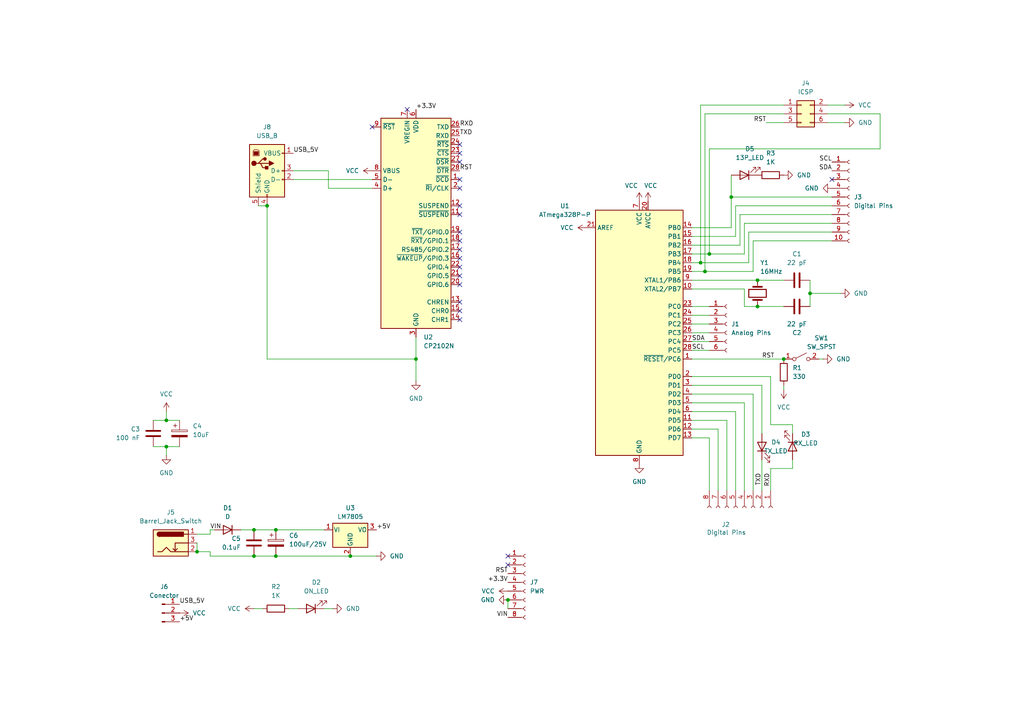
<source format=kicad_sch>
(kicad_sch
	(version 20231120)
	(generator "eeschema")
	(generator_version "8.0")
	(uuid "5adcfd62-53cf-4dcb-bfbf-d2207db0650f")
	(paper "A4")
	(title_block
		(title "DIY Arduino")
		(date "2025-08-14")
		(rev "1")
		(company "Mateusz Rzeszótko")
		(comment 1 "https://mateusz20000.github.io/")
	)
	(lib_symbols
		(symbol "Connector:Barrel_Jack_Switch"
			(pin_names hide)
			(exclude_from_sim no)
			(in_bom yes)
			(on_board yes)
			(property "Reference" "J"
				(at 0 5.334 0)
				(effects
					(font
						(size 1.27 1.27)
					)
				)
			)
			(property "Value" "Barrel_Jack_Switch"
				(at 0 -5.08 0)
				(effects
					(font
						(size 1.27 1.27)
					)
				)
			)
			(property "Footprint" ""
				(at 1.27 -1.016 0)
				(effects
					(font
						(size 1.27 1.27)
					)
					(hide yes)
				)
			)
			(property "Datasheet" "~"
				(at 1.27 -1.016 0)
				(effects
					(font
						(size 1.27 1.27)
					)
					(hide yes)
				)
			)
			(property "Description" "DC Barrel Jack with an internal switch"
				(at 0 0 0)
				(effects
					(font
						(size 1.27 1.27)
					)
					(hide yes)
				)
			)
			(property "ki_keywords" "DC power barrel jack connector"
				(at 0 0 0)
				(effects
					(font
						(size 1.27 1.27)
					)
					(hide yes)
				)
			)
			(property "ki_fp_filters" "BarrelJack*"
				(at 0 0 0)
				(effects
					(font
						(size 1.27 1.27)
					)
					(hide yes)
				)
			)
			(symbol "Barrel_Jack_Switch_0_1"
				(rectangle
					(start -5.08 3.81)
					(end 5.08 -3.81)
					(stroke
						(width 0.254)
						(type default)
					)
					(fill
						(type background)
					)
				)
				(arc
					(start -3.302 3.175)
					(mid -3.9343 2.54)
					(end -3.302 1.905)
					(stroke
						(width 0.254)
						(type default)
					)
					(fill
						(type none)
					)
				)
				(arc
					(start -3.302 3.175)
					(mid -3.9343 2.54)
					(end -3.302 1.905)
					(stroke
						(width 0.254)
						(type default)
					)
					(fill
						(type outline)
					)
				)
				(polyline
					(pts
						(xy 1.27 -2.286) (xy 1.905 -1.651)
					)
					(stroke
						(width 0.254)
						(type default)
					)
					(fill
						(type none)
					)
				)
				(polyline
					(pts
						(xy 5.08 2.54) (xy 3.81 2.54)
					)
					(stroke
						(width 0.254)
						(type default)
					)
					(fill
						(type none)
					)
				)
				(polyline
					(pts
						(xy 5.08 0) (xy 1.27 0) (xy 1.27 -2.286) (xy 0.635 -1.651)
					)
					(stroke
						(width 0.254)
						(type default)
					)
					(fill
						(type none)
					)
				)
				(polyline
					(pts
						(xy -3.81 -2.54) (xy -2.54 -2.54) (xy -1.27 -1.27) (xy 0 -2.54) (xy 2.54 -2.54) (xy 5.08 -2.54)
					)
					(stroke
						(width 0.254)
						(type default)
					)
					(fill
						(type none)
					)
				)
				(rectangle
					(start 3.683 3.175)
					(end -3.302 1.905)
					(stroke
						(width 0.254)
						(type default)
					)
					(fill
						(type outline)
					)
				)
			)
			(symbol "Barrel_Jack_Switch_1_1"
				(pin passive line
					(at 7.62 2.54 180)
					(length 2.54)
					(name "~"
						(effects
							(font
								(size 1.27 1.27)
							)
						)
					)
					(number "1"
						(effects
							(font
								(size 1.27 1.27)
							)
						)
					)
				)
				(pin passive line
					(at 7.62 -2.54 180)
					(length 2.54)
					(name "~"
						(effects
							(font
								(size 1.27 1.27)
							)
						)
					)
					(number "2"
						(effects
							(font
								(size 1.27 1.27)
							)
						)
					)
				)
				(pin passive line
					(at 7.62 0 180)
					(length 2.54)
					(name "~"
						(effects
							(font
								(size 1.27 1.27)
							)
						)
					)
					(number "3"
						(effects
							(font
								(size 1.27 1.27)
							)
						)
					)
				)
			)
		)
		(symbol "Connector:Conn_01x03_Pin"
			(pin_names
				(offset 1.016) hide)
			(exclude_from_sim no)
			(in_bom yes)
			(on_board yes)
			(property "Reference" "J"
				(at 0 5.08 0)
				(effects
					(font
						(size 1.27 1.27)
					)
				)
			)
			(property "Value" "Conn_01x03_Pin"
				(at 0 -5.08 0)
				(effects
					(font
						(size 1.27 1.27)
					)
				)
			)
			(property "Footprint" ""
				(at 0 0 0)
				(effects
					(font
						(size 1.27 1.27)
					)
					(hide yes)
				)
			)
			(property "Datasheet" "~"
				(at 0 0 0)
				(effects
					(font
						(size 1.27 1.27)
					)
					(hide yes)
				)
			)
			(property "Description" "Generic connector, single row, 01x03, script generated"
				(at 0 0 0)
				(effects
					(font
						(size 1.27 1.27)
					)
					(hide yes)
				)
			)
			(property "ki_locked" ""
				(at 0 0 0)
				(effects
					(font
						(size 1.27 1.27)
					)
				)
			)
			(property "ki_keywords" "connector"
				(at 0 0 0)
				(effects
					(font
						(size 1.27 1.27)
					)
					(hide yes)
				)
			)
			(property "ki_fp_filters" "Connector*:*_1x??_*"
				(at 0 0 0)
				(effects
					(font
						(size 1.27 1.27)
					)
					(hide yes)
				)
			)
			(symbol "Conn_01x03_Pin_1_1"
				(polyline
					(pts
						(xy 1.27 -2.54) (xy 0.8636 -2.54)
					)
					(stroke
						(width 0.1524)
						(type default)
					)
					(fill
						(type none)
					)
				)
				(polyline
					(pts
						(xy 1.27 0) (xy 0.8636 0)
					)
					(stroke
						(width 0.1524)
						(type default)
					)
					(fill
						(type none)
					)
				)
				(polyline
					(pts
						(xy 1.27 2.54) (xy 0.8636 2.54)
					)
					(stroke
						(width 0.1524)
						(type default)
					)
					(fill
						(type none)
					)
				)
				(rectangle
					(start 0.8636 -2.413)
					(end 0 -2.667)
					(stroke
						(width 0.1524)
						(type default)
					)
					(fill
						(type outline)
					)
				)
				(rectangle
					(start 0.8636 0.127)
					(end 0 -0.127)
					(stroke
						(width 0.1524)
						(type default)
					)
					(fill
						(type outline)
					)
				)
				(rectangle
					(start 0.8636 2.667)
					(end 0 2.413)
					(stroke
						(width 0.1524)
						(type default)
					)
					(fill
						(type outline)
					)
				)
				(pin passive line
					(at 5.08 2.54 180)
					(length 3.81)
					(name "Pin_1"
						(effects
							(font
								(size 1.27 1.27)
							)
						)
					)
					(number "1"
						(effects
							(font
								(size 1.27 1.27)
							)
						)
					)
				)
				(pin passive line
					(at 5.08 0 180)
					(length 3.81)
					(name "Pin_2"
						(effects
							(font
								(size 1.27 1.27)
							)
						)
					)
					(number "2"
						(effects
							(font
								(size 1.27 1.27)
							)
						)
					)
				)
				(pin passive line
					(at 5.08 -2.54 180)
					(length 3.81)
					(name "Pin_3"
						(effects
							(font
								(size 1.27 1.27)
							)
						)
					)
					(number "3"
						(effects
							(font
								(size 1.27 1.27)
							)
						)
					)
				)
			)
		)
		(symbol "Connector:Conn_01x06_Socket"
			(pin_names
				(offset 1.016) hide)
			(exclude_from_sim no)
			(in_bom yes)
			(on_board yes)
			(property "Reference" "J"
				(at 0 7.62 0)
				(effects
					(font
						(size 1.27 1.27)
					)
				)
			)
			(property "Value" "Conn_01x06_Socket"
				(at 0 -10.16 0)
				(effects
					(font
						(size 1.27 1.27)
					)
				)
			)
			(property "Footprint" ""
				(at 0 0 0)
				(effects
					(font
						(size 1.27 1.27)
					)
					(hide yes)
				)
			)
			(property "Datasheet" "~"
				(at 0 0 0)
				(effects
					(font
						(size 1.27 1.27)
					)
					(hide yes)
				)
			)
			(property "Description" "Generic connector, single row, 01x06, script generated"
				(at 0 0 0)
				(effects
					(font
						(size 1.27 1.27)
					)
					(hide yes)
				)
			)
			(property "ki_locked" ""
				(at 0 0 0)
				(effects
					(font
						(size 1.27 1.27)
					)
				)
			)
			(property "ki_keywords" "connector"
				(at 0 0 0)
				(effects
					(font
						(size 1.27 1.27)
					)
					(hide yes)
				)
			)
			(property "ki_fp_filters" "Connector*:*_1x??_*"
				(at 0 0 0)
				(effects
					(font
						(size 1.27 1.27)
					)
					(hide yes)
				)
			)
			(symbol "Conn_01x06_Socket_1_1"
				(arc
					(start 0 -7.112)
					(mid -0.5058 -7.62)
					(end 0 -8.128)
					(stroke
						(width 0.1524)
						(type default)
					)
					(fill
						(type none)
					)
				)
				(arc
					(start 0 -4.572)
					(mid -0.5058 -5.08)
					(end 0 -5.588)
					(stroke
						(width 0.1524)
						(type default)
					)
					(fill
						(type none)
					)
				)
				(arc
					(start 0 -2.032)
					(mid -0.5058 -2.54)
					(end 0 -3.048)
					(stroke
						(width 0.1524)
						(type default)
					)
					(fill
						(type none)
					)
				)
				(polyline
					(pts
						(xy -1.27 -7.62) (xy -0.508 -7.62)
					)
					(stroke
						(width 0.1524)
						(type default)
					)
					(fill
						(type none)
					)
				)
				(polyline
					(pts
						(xy -1.27 -5.08) (xy -0.508 -5.08)
					)
					(stroke
						(width 0.1524)
						(type default)
					)
					(fill
						(type none)
					)
				)
				(polyline
					(pts
						(xy -1.27 -2.54) (xy -0.508 -2.54)
					)
					(stroke
						(width 0.1524)
						(type default)
					)
					(fill
						(type none)
					)
				)
				(polyline
					(pts
						(xy -1.27 0) (xy -0.508 0)
					)
					(stroke
						(width 0.1524)
						(type default)
					)
					(fill
						(type none)
					)
				)
				(polyline
					(pts
						(xy -1.27 2.54) (xy -0.508 2.54)
					)
					(stroke
						(width 0.1524)
						(type default)
					)
					(fill
						(type none)
					)
				)
				(polyline
					(pts
						(xy -1.27 5.08) (xy -0.508 5.08)
					)
					(stroke
						(width 0.1524)
						(type default)
					)
					(fill
						(type none)
					)
				)
				(arc
					(start 0 0.508)
					(mid -0.5058 0)
					(end 0 -0.508)
					(stroke
						(width 0.1524)
						(type default)
					)
					(fill
						(type none)
					)
				)
				(arc
					(start 0 3.048)
					(mid -0.5058 2.54)
					(end 0 2.032)
					(stroke
						(width 0.1524)
						(type default)
					)
					(fill
						(type none)
					)
				)
				(arc
					(start 0 5.588)
					(mid -0.5058 5.08)
					(end 0 4.572)
					(stroke
						(width 0.1524)
						(type default)
					)
					(fill
						(type none)
					)
				)
				(pin passive line
					(at -5.08 5.08 0)
					(length 3.81)
					(name "Pin_1"
						(effects
							(font
								(size 1.27 1.27)
							)
						)
					)
					(number "1"
						(effects
							(font
								(size 1.27 1.27)
							)
						)
					)
				)
				(pin passive line
					(at -5.08 2.54 0)
					(length 3.81)
					(name "Pin_2"
						(effects
							(font
								(size 1.27 1.27)
							)
						)
					)
					(number "2"
						(effects
							(font
								(size 1.27 1.27)
							)
						)
					)
				)
				(pin passive line
					(at -5.08 0 0)
					(length 3.81)
					(name "Pin_3"
						(effects
							(font
								(size 1.27 1.27)
							)
						)
					)
					(number "3"
						(effects
							(font
								(size 1.27 1.27)
							)
						)
					)
				)
				(pin passive line
					(at -5.08 -2.54 0)
					(length 3.81)
					(name "Pin_4"
						(effects
							(font
								(size 1.27 1.27)
							)
						)
					)
					(number "4"
						(effects
							(font
								(size 1.27 1.27)
							)
						)
					)
				)
				(pin passive line
					(at -5.08 -5.08 0)
					(length 3.81)
					(name "Pin_5"
						(effects
							(font
								(size 1.27 1.27)
							)
						)
					)
					(number "5"
						(effects
							(font
								(size 1.27 1.27)
							)
						)
					)
				)
				(pin passive line
					(at -5.08 -7.62 0)
					(length 3.81)
					(name "Pin_6"
						(effects
							(font
								(size 1.27 1.27)
							)
						)
					)
					(number "6"
						(effects
							(font
								(size 1.27 1.27)
							)
						)
					)
				)
			)
		)
		(symbol "Connector:Conn_01x08_Socket"
			(pin_names
				(offset 1.016) hide)
			(exclude_from_sim no)
			(in_bom yes)
			(on_board yes)
			(property "Reference" "J"
				(at 0 10.16 0)
				(effects
					(font
						(size 1.27 1.27)
					)
				)
			)
			(property "Value" "Conn_01x08_Socket"
				(at 0 -12.7 0)
				(effects
					(font
						(size 1.27 1.27)
					)
				)
			)
			(property "Footprint" ""
				(at 0 0 0)
				(effects
					(font
						(size 1.27 1.27)
					)
					(hide yes)
				)
			)
			(property "Datasheet" "~"
				(at 0 0 0)
				(effects
					(font
						(size 1.27 1.27)
					)
					(hide yes)
				)
			)
			(property "Description" "Generic connector, single row, 01x08, script generated"
				(at 0 0 0)
				(effects
					(font
						(size 1.27 1.27)
					)
					(hide yes)
				)
			)
			(property "ki_locked" ""
				(at 0 0 0)
				(effects
					(font
						(size 1.27 1.27)
					)
				)
			)
			(property "ki_keywords" "connector"
				(at 0 0 0)
				(effects
					(font
						(size 1.27 1.27)
					)
					(hide yes)
				)
			)
			(property "ki_fp_filters" "Connector*:*_1x??_*"
				(at 0 0 0)
				(effects
					(font
						(size 1.27 1.27)
					)
					(hide yes)
				)
			)
			(symbol "Conn_01x08_Socket_1_1"
				(arc
					(start 0 -9.652)
					(mid -0.5058 -10.16)
					(end 0 -10.668)
					(stroke
						(width 0.1524)
						(type default)
					)
					(fill
						(type none)
					)
				)
				(arc
					(start 0 -7.112)
					(mid -0.5058 -7.62)
					(end 0 -8.128)
					(stroke
						(width 0.1524)
						(type default)
					)
					(fill
						(type none)
					)
				)
				(arc
					(start 0 -4.572)
					(mid -0.5058 -5.08)
					(end 0 -5.588)
					(stroke
						(width 0.1524)
						(type default)
					)
					(fill
						(type none)
					)
				)
				(arc
					(start 0 -2.032)
					(mid -0.5058 -2.54)
					(end 0 -3.048)
					(stroke
						(width 0.1524)
						(type default)
					)
					(fill
						(type none)
					)
				)
				(polyline
					(pts
						(xy -1.27 -10.16) (xy -0.508 -10.16)
					)
					(stroke
						(width 0.1524)
						(type default)
					)
					(fill
						(type none)
					)
				)
				(polyline
					(pts
						(xy -1.27 -7.62) (xy -0.508 -7.62)
					)
					(stroke
						(width 0.1524)
						(type default)
					)
					(fill
						(type none)
					)
				)
				(polyline
					(pts
						(xy -1.27 -5.08) (xy -0.508 -5.08)
					)
					(stroke
						(width 0.1524)
						(type default)
					)
					(fill
						(type none)
					)
				)
				(polyline
					(pts
						(xy -1.27 -2.54) (xy -0.508 -2.54)
					)
					(stroke
						(width 0.1524)
						(type default)
					)
					(fill
						(type none)
					)
				)
				(polyline
					(pts
						(xy -1.27 0) (xy -0.508 0)
					)
					(stroke
						(width 0.1524)
						(type default)
					)
					(fill
						(type none)
					)
				)
				(polyline
					(pts
						(xy -1.27 2.54) (xy -0.508 2.54)
					)
					(stroke
						(width 0.1524)
						(type default)
					)
					(fill
						(type none)
					)
				)
				(polyline
					(pts
						(xy -1.27 5.08) (xy -0.508 5.08)
					)
					(stroke
						(width 0.1524)
						(type default)
					)
					(fill
						(type none)
					)
				)
				(polyline
					(pts
						(xy -1.27 7.62) (xy -0.508 7.62)
					)
					(stroke
						(width 0.1524)
						(type default)
					)
					(fill
						(type none)
					)
				)
				(arc
					(start 0 0.508)
					(mid -0.5058 0)
					(end 0 -0.508)
					(stroke
						(width 0.1524)
						(type default)
					)
					(fill
						(type none)
					)
				)
				(arc
					(start 0 3.048)
					(mid -0.5058 2.54)
					(end 0 2.032)
					(stroke
						(width 0.1524)
						(type default)
					)
					(fill
						(type none)
					)
				)
				(arc
					(start 0 5.588)
					(mid -0.5058 5.08)
					(end 0 4.572)
					(stroke
						(width 0.1524)
						(type default)
					)
					(fill
						(type none)
					)
				)
				(arc
					(start 0 8.128)
					(mid -0.5058 7.62)
					(end 0 7.112)
					(stroke
						(width 0.1524)
						(type default)
					)
					(fill
						(type none)
					)
				)
				(pin passive line
					(at -5.08 7.62 0)
					(length 3.81)
					(name "Pin_1"
						(effects
							(font
								(size 1.27 1.27)
							)
						)
					)
					(number "1"
						(effects
							(font
								(size 1.27 1.27)
							)
						)
					)
				)
				(pin passive line
					(at -5.08 5.08 0)
					(length 3.81)
					(name "Pin_2"
						(effects
							(font
								(size 1.27 1.27)
							)
						)
					)
					(number "2"
						(effects
							(font
								(size 1.27 1.27)
							)
						)
					)
				)
				(pin passive line
					(at -5.08 2.54 0)
					(length 3.81)
					(name "Pin_3"
						(effects
							(font
								(size 1.27 1.27)
							)
						)
					)
					(number "3"
						(effects
							(font
								(size 1.27 1.27)
							)
						)
					)
				)
				(pin passive line
					(at -5.08 0 0)
					(length 3.81)
					(name "Pin_4"
						(effects
							(font
								(size 1.27 1.27)
							)
						)
					)
					(number "4"
						(effects
							(font
								(size 1.27 1.27)
							)
						)
					)
				)
				(pin passive line
					(at -5.08 -2.54 0)
					(length 3.81)
					(name "Pin_5"
						(effects
							(font
								(size 1.27 1.27)
							)
						)
					)
					(number "5"
						(effects
							(font
								(size 1.27 1.27)
							)
						)
					)
				)
				(pin passive line
					(at -5.08 -5.08 0)
					(length 3.81)
					(name "Pin_6"
						(effects
							(font
								(size 1.27 1.27)
							)
						)
					)
					(number "6"
						(effects
							(font
								(size 1.27 1.27)
							)
						)
					)
				)
				(pin passive line
					(at -5.08 -7.62 0)
					(length 3.81)
					(name "Pin_7"
						(effects
							(font
								(size 1.27 1.27)
							)
						)
					)
					(number "7"
						(effects
							(font
								(size 1.27 1.27)
							)
						)
					)
				)
				(pin passive line
					(at -5.08 -10.16 0)
					(length 3.81)
					(name "Pin_8"
						(effects
							(font
								(size 1.27 1.27)
							)
						)
					)
					(number "8"
						(effects
							(font
								(size 1.27 1.27)
							)
						)
					)
				)
			)
		)
		(symbol "Connector:Conn_01x10_Socket"
			(pin_names
				(offset 1.016) hide)
			(exclude_from_sim no)
			(in_bom yes)
			(on_board yes)
			(property "Reference" "J"
				(at 0 12.7 0)
				(effects
					(font
						(size 1.27 1.27)
					)
				)
			)
			(property "Value" "Conn_01x10_Socket"
				(at 0 -15.24 0)
				(effects
					(font
						(size 1.27 1.27)
					)
				)
			)
			(property "Footprint" ""
				(at 0 0 0)
				(effects
					(font
						(size 1.27 1.27)
					)
					(hide yes)
				)
			)
			(property "Datasheet" "~"
				(at 0 0 0)
				(effects
					(font
						(size 1.27 1.27)
					)
					(hide yes)
				)
			)
			(property "Description" "Generic connector, single row, 01x10, script generated"
				(at 0 0 0)
				(effects
					(font
						(size 1.27 1.27)
					)
					(hide yes)
				)
			)
			(property "ki_locked" ""
				(at 0 0 0)
				(effects
					(font
						(size 1.27 1.27)
					)
				)
			)
			(property "ki_keywords" "connector"
				(at 0 0 0)
				(effects
					(font
						(size 1.27 1.27)
					)
					(hide yes)
				)
			)
			(property "ki_fp_filters" "Connector*:*_1x??_*"
				(at 0 0 0)
				(effects
					(font
						(size 1.27 1.27)
					)
					(hide yes)
				)
			)
			(symbol "Conn_01x10_Socket_1_1"
				(arc
					(start 0 -12.192)
					(mid -0.5058 -12.7)
					(end 0 -13.208)
					(stroke
						(width 0.1524)
						(type default)
					)
					(fill
						(type none)
					)
				)
				(arc
					(start 0 -9.652)
					(mid -0.5058 -10.16)
					(end 0 -10.668)
					(stroke
						(width 0.1524)
						(type default)
					)
					(fill
						(type none)
					)
				)
				(arc
					(start 0 -7.112)
					(mid -0.5058 -7.62)
					(end 0 -8.128)
					(stroke
						(width 0.1524)
						(type default)
					)
					(fill
						(type none)
					)
				)
				(arc
					(start 0 -4.572)
					(mid -0.5058 -5.08)
					(end 0 -5.588)
					(stroke
						(width 0.1524)
						(type default)
					)
					(fill
						(type none)
					)
				)
				(arc
					(start 0 -2.032)
					(mid -0.5058 -2.54)
					(end 0 -3.048)
					(stroke
						(width 0.1524)
						(type default)
					)
					(fill
						(type none)
					)
				)
				(polyline
					(pts
						(xy -1.27 -12.7) (xy -0.508 -12.7)
					)
					(stroke
						(width 0.1524)
						(type default)
					)
					(fill
						(type none)
					)
				)
				(polyline
					(pts
						(xy -1.27 -10.16) (xy -0.508 -10.16)
					)
					(stroke
						(width 0.1524)
						(type default)
					)
					(fill
						(type none)
					)
				)
				(polyline
					(pts
						(xy -1.27 -7.62) (xy -0.508 -7.62)
					)
					(stroke
						(width 0.1524)
						(type default)
					)
					(fill
						(type none)
					)
				)
				(polyline
					(pts
						(xy -1.27 -5.08) (xy -0.508 -5.08)
					)
					(stroke
						(width 0.1524)
						(type default)
					)
					(fill
						(type none)
					)
				)
				(polyline
					(pts
						(xy -1.27 -2.54) (xy -0.508 -2.54)
					)
					(stroke
						(width 0.1524)
						(type default)
					)
					(fill
						(type none)
					)
				)
				(polyline
					(pts
						(xy -1.27 0) (xy -0.508 0)
					)
					(stroke
						(width 0.1524)
						(type default)
					)
					(fill
						(type none)
					)
				)
				(polyline
					(pts
						(xy -1.27 2.54) (xy -0.508 2.54)
					)
					(stroke
						(width 0.1524)
						(type default)
					)
					(fill
						(type none)
					)
				)
				(polyline
					(pts
						(xy -1.27 5.08) (xy -0.508 5.08)
					)
					(stroke
						(width 0.1524)
						(type default)
					)
					(fill
						(type none)
					)
				)
				(polyline
					(pts
						(xy -1.27 7.62) (xy -0.508 7.62)
					)
					(stroke
						(width 0.1524)
						(type default)
					)
					(fill
						(type none)
					)
				)
				(polyline
					(pts
						(xy -1.27 10.16) (xy -0.508 10.16)
					)
					(stroke
						(width 0.1524)
						(type default)
					)
					(fill
						(type none)
					)
				)
				(arc
					(start 0 0.508)
					(mid -0.5058 0)
					(end 0 -0.508)
					(stroke
						(width 0.1524)
						(type default)
					)
					(fill
						(type none)
					)
				)
				(arc
					(start 0 3.048)
					(mid -0.5058 2.54)
					(end 0 2.032)
					(stroke
						(width 0.1524)
						(type default)
					)
					(fill
						(type none)
					)
				)
				(arc
					(start 0 5.588)
					(mid -0.5058 5.08)
					(end 0 4.572)
					(stroke
						(width 0.1524)
						(type default)
					)
					(fill
						(type none)
					)
				)
				(arc
					(start 0 8.128)
					(mid -0.5058 7.62)
					(end 0 7.112)
					(stroke
						(width 0.1524)
						(type default)
					)
					(fill
						(type none)
					)
				)
				(arc
					(start 0 10.668)
					(mid -0.5058 10.16)
					(end 0 9.652)
					(stroke
						(width 0.1524)
						(type default)
					)
					(fill
						(type none)
					)
				)
				(pin passive line
					(at -5.08 10.16 0)
					(length 3.81)
					(name "Pin_1"
						(effects
							(font
								(size 1.27 1.27)
							)
						)
					)
					(number "1"
						(effects
							(font
								(size 1.27 1.27)
							)
						)
					)
				)
				(pin passive line
					(at -5.08 -12.7 0)
					(length 3.81)
					(name "Pin_10"
						(effects
							(font
								(size 1.27 1.27)
							)
						)
					)
					(number "10"
						(effects
							(font
								(size 1.27 1.27)
							)
						)
					)
				)
				(pin passive line
					(at -5.08 7.62 0)
					(length 3.81)
					(name "Pin_2"
						(effects
							(font
								(size 1.27 1.27)
							)
						)
					)
					(number "2"
						(effects
							(font
								(size 1.27 1.27)
							)
						)
					)
				)
				(pin passive line
					(at -5.08 5.08 0)
					(length 3.81)
					(name "Pin_3"
						(effects
							(font
								(size 1.27 1.27)
							)
						)
					)
					(number "3"
						(effects
							(font
								(size 1.27 1.27)
							)
						)
					)
				)
				(pin passive line
					(at -5.08 2.54 0)
					(length 3.81)
					(name "Pin_4"
						(effects
							(font
								(size 1.27 1.27)
							)
						)
					)
					(number "4"
						(effects
							(font
								(size 1.27 1.27)
							)
						)
					)
				)
				(pin passive line
					(at -5.08 0 0)
					(length 3.81)
					(name "Pin_5"
						(effects
							(font
								(size 1.27 1.27)
							)
						)
					)
					(number "5"
						(effects
							(font
								(size 1.27 1.27)
							)
						)
					)
				)
				(pin passive line
					(at -5.08 -2.54 0)
					(length 3.81)
					(name "Pin_6"
						(effects
							(font
								(size 1.27 1.27)
							)
						)
					)
					(number "6"
						(effects
							(font
								(size 1.27 1.27)
							)
						)
					)
				)
				(pin passive line
					(at -5.08 -5.08 0)
					(length 3.81)
					(name "Pin_7"
						(effects
							(font
								(size 1.27 1.27)
							)
						)
					)
					(number "7"
						(effects
							(font
								(size 1.27 1.27)
							)
						)
					)
				)
				(pin passive line
					(at -5.08 -7.62 0)
					(length 3.81)
					(name "Pin_8"
						(effects
							(font
								(size 1.27 1.27)
							)
						)
					)
					(number "8"
						(effects
							(font
								(size 1.27 1.27)
							)
						)
					)
				)
				(pin passive line
					(at -5.08 -10.16 0)
					(length 3.81)
					(name "Pin_9"
						(effects
							(font
								(size 1.27 1.27)
							)
						)
					)
					(number "9"
						(effects
							(font
								(size 1.27 1.27)
							)
						)
					)
				)
			)
		)
		(symbol "Connector:USB_B"
			(pin_names
				(offset 1.016)
			)
			(exclude_from_sim no)
			(in_bom yes)
			(on_board yes)
			(property "Reference" "J"
				(at -5.08 11.43 0)
				(effects
					(font
						(size 1.27 1.27)
					)
					(justify left)
				)
			)
			(property "Value" "USB_B"
				(at -5.08 8.89 0)
				(effects
					(font
						(size 1.27 1.27)
					)
					(justify left)
				)
			)
			(property "Footprint" ""
				(at 3.81 -1.27 0)
				(effects
					(font
						(size 1.27 1.27)
					)
					(hide yes)
				)
			)
			(property "Datasheet" "~"
				(at 3.81 -1.27 0)
				(effects
					(font
						(size 1.27 1.27)
					)
					(hide yes)
				)
			)
			(property "Description" "USB Type B connector"
				(at 0 0 0)
				(effects
					(font
						(size 1.27 1.27)
					)
					(hide yes)
				)
			)
			(property "ki_keywords" "connector USB"
				(at 0 0 0)
				(effects
					(font
						(size 1.27 1.27)
					)
					(hide yes)
				)
			)
			(property "ki_fp_filters" "USB*"
				(at 0 0 0)
				(effects
					(font
						(size 1.27 1.27)
					)
					(hide yes)
				)
			)
			(symbol "USB_B_0_1"
				(rectangle
					(start -5.08 -7.62)
					(end 5.08 7.62)
					(stroke
						(width 0.254)
						(type default)
					)
					(fill
						(type background)
					)
				)
				(circle
					(center -3.81 2.159)
					(radius 0.635)
					(stroke
						(width 0.254)
						(type default)
					)
					(fill
						(type outline)
					)
				)
				(rectangle
					(start -3.81 5.588)
					(end -2.54 4.572)
					(stroke
						(width 0)
						(type default)
					)
					(fill
						(type outline)
					)
				)
				(circle
					(center -0.635 3.429)
					(radius 0.381)
					(stroke
						(width 0.254)
						(type default)
					)
					(fill
						(type outline)
					)
				)
				(rectangle
					(start -0.127 -7.62)
					(end 0.127 -6.858)
					(stroke
						(width 0)
						(type default)
					)
					(fill
						(type none)
					)
				)
				(polyline
					(pts
						(xy -1.905 2.159) (xy 0.635 2.159)
					)
					(stroke
						(width 0.254)
						(type default)
					)
					(fill
						(type none)
					)
				)
				(polyline
					(pts
						(xy -3.175 2.159) (xy -2.54 2.159) (xy -1.27 3.429) (xy -0.635 3.429)
					)
					(stroke
						(width 0.254)
						(type default)
					)
					(fill
						(type none)
					)
				)
				(polyline
					(pts
						(xy -2.54 2.159) (xy -1.905 2.159) (xy -1.27 0.889) (xy 0 0.889)
					)
					(stroke
						(width 0.254)
						(type default)
					)
					(fill
						(type none)
					)
				)
				(polyline
					(pts
						(xy 0.635 2.794) (xy 0.635 1.524) (xy 1.905 2.159) (xy 0.635 2.794)
					)
					(stroke
						(width 0.254)
						(type default)
					)
					(fill
						(type outline)
					)
				)
				(polyline
					(pts
						(xy -4.064 4.318) (xy -2.286 4.318) (xy -2.286 5.715) (xy -2.667 6.096) (xy -3.683 6.096) (xy -4.064 5.715)
						(xy -4.064 4.318)
					)
					(stroke
						(width 0)
						(type default)
					)
					(fill
						(type none)
					)
				)
				(rectangle
					(start 0.254 1.27)
					(end -0.508 0.508)
					(stroke
						(width 0.254)
						(type default)
					)
					(fill
						(type outline)
					)
				)
				(rectangle
					(start 5.08 -2.667)
					(end 4.318 -2.413)
					(stroke
						(width 0)
						(type default)
					)
					(fill
						(type none)
					)
				)
				(rectangle
					(start 5.08 -0.127)
					(end 4.318 0.127)
					(stroke
						(width 0)
						(type default)
					)
					(fill
						(type none)
					)
				)
				(rectangle
					(start 5.08 4.953)
					(end 4.318 5.207)
					(stroke
						(width 0)
						(type default)
					)
					(fill
						(type none)
					)
				)
			)
			(symbol "USB_B_1_1"
				(pin power_out line
					(at 7.62 5.08 180)
					(length 2.54)
					(name "VBUS"
						(effects
							(font
								(size 1.27 1.27)
							)
						)
					)
					(number "1"
						(effects
							(font
								(size 1.27 1.27)
							)
						)
					)
				)
				(pin bidirectional line
					(at 7.62 -2.54 180)
					(length 2.54)
					(name "D-"
						(effects
							(font
								(size 1.27 1.27)
							)
						)
					)
					(number "2"
						(effects
							(font
								(size 1.27 1.27)
							)
						)
					)
				)
				(pin bidirectional line
					(at 7.62 0 180)
					(length 2.54)
					(name "D+"
						(effects
							(font
								(size 1.27 1.27)
							)
						)
					)
					(number "3"
						(effects
							(font
								(size 1.27 1.27)
							)
						)
					)
				)
				(pin power_out line
					(at 0 -10.16 90)
					(length 2.54)
					(name "GND"
						(effects
							(font
								(size 1.27 1.27)
							)
						)
					)
					(number "4"
						(effects
							(font
								(size 1.27 1.27)
							)
						)
					)
				)
				(pin passive line
					(at -2.54 -10.16 90)
					(length 2.54)
					(name "Shield"
						(effects
							(font
								(size 1.27 1.27)
							)
						)
					)
					(number "5"
						(effects
							(font
								(size 1.27 1.27)
							)
						)
					)
				)
			)
		)
		(symbol "Connector_Generic:Conn_02x03_Odd_Even"
			(pin_names
				(offset 1.016) hide)
			(exclude_from_sim no)
			(in_bom yes)
			(on_board yes)
			(property "Reference" "J"
				(at 1.27 5.08 0)
				(effects
					(font
						(size 1.27 1.27)
					)
				)
			)
			(property "Value" "Conn_02x03_Odd_Even"
				(at 1.27 -5.08 0)
				(effects
					(font
						(size 1.27 1.27)
					)
				)
			)
			(property "Footprint" ""
				(at 0 0 0)
				(effects
					(font
						(size 1.27 1.27)
					)
					(hide yes)
				)
			)
			(property "Datasheet" "~"
				(at 0 0 0)
				(effects
					(font
						(size 1.27 1.27)
					)
					(hide yes)
				)
			)
			(property "Description" "Generic connector, double row, 02x03, odd/even pin numbering scheme (row 1 odd numbers, row 2 even numbers), script generated (kicad-library-utils/schlib/autogen/connector/)"
				(at 0 0 0)
				(effects
					(font
						(size 1.27 1.27)
					)
					(hide yes)
				)
			)
			(property "ki_keywords" "connector"
				(at 0 0 0)
				(effects
					(font
						(size 1.27 1.27)
					)
					(hide yes)
				)
			)
			(property "ki_fp_filters" "Connector*:*_2x??_*"
				(at 0 0 0)
				(effects
					(font
						(size 1.27 1.27)
					)
					(hide yes)
				)
			)
			(symbol "Conn_02x03_Odd_Even_1_1"
				(rectangle
					(start -1.27 -2.413)
					(end 0 -2.667)
					(stroke
						(width 0.1524)
						(type default)
					)
					(fill
						(type none)
					)
				)
				(rectangle
					(start -1.27 0.127)
					(end 0 -0.127)
					(stroke
						(width 0.1524)
						(type default)
					)
					(fill
						(type none)
					)
				)
				(rectangle
					(start -1.27 2.667)
					(end 0 2.413)
					(stroke
						(width 0.1524)
						(type default)
					)
					(fill
						(type none)
					)
				)
				(rectangle
					(start -1.27 3.81)
					(end 3.81 -3.81)
					(stroke
						(width 0.254)
						(type default)
					)
					(fill
						(type background)
					)
				)
				(rectangle
					(start 3.81 -2.413)
					(end 2.54 -2.667)
					(stroke
						(width 0.1524)
						(type default)
					)
					(fill
						(type none)
					)
				)
				(rectangle
					(start 3.81 0.127)
					(end 2.54 -0.127)
					(stroke
						(width 0.1524)
						(type default)
					)
					(fill
						(type none)
					)
				)
				(rectangle
					(start 3.81 2.667)
					(end 2.54 2.413)
					(stroke
						(width 0.1524)
						(type default)
					)
					(fill
						(type none)
					)
				)
				(pin passive line
					(at -5.08 2.54 0)
					(length 3.81)
					(name "Pin_1"
						(effects
							(font
								(size 1.27 1.27)
							)
						)
					)
					(number "1"
						(effects
							(font
								(size 1.27 1.27)
							)
						)
					)
				)
				(pin passive line
					(at 7.62 2.54 180)
					(length 3.81)
					(name "Pin_2"
						(effects
							(font
								(size 1.27 1.27)
							)
						)
					)
					(number "2"
						(effects
							(font
								(size 1.27 1.27)
							)
						)
					)
				)
				(pin passive line
					(at -5.08 0 0)
					(length 3.81)
					(name "Pin_3"
						(effects
							(font
								(size 1.27 1.27)
							)
						)
					)
					(number "3"
						(effects
							(font
								(size 1.27 1.27)
							)
						)
					)
				)
				(pin passive line
					(at 7.62 0 180)
					(length 3.81)
					(name "Pin_4"
						(effects
							(font
								(size 1.27 1.27)
							)
						)
					)
					(number "4"
						(effects
							(font
								(size 1.27 1.27)
							)
						)
					)
				)
				(pin passive line
					(at -5.08 -2.54 0)
					(length 3.81)
					(name "Pin_5"
						(effects
							(font
								(size 1.27 1.27)
							)
						)
					)
					(number "5"
						(effects
							(font
								(size 1.27 1.27)
							)
						)
					)
				)
				(pin passive line
					(at 7.62 -2.54 180)
					(length 3.81)
					(name "Pin_6"
						(effects
							(font
								(size 1.27 1.27)
							)
						)
					)
					(number "6"
						(effects
							(font
								(size 1.27 1.27)
							)
						)
					)
				)
			)
		)
		(symbol "Device:C"
			(pin_numbers hide)
			(pin_names
				(offset 0.254)
			)
			(exclude_from_sim no)
			(in_bom yes)
			(on_board yes)
			(property "Reference" "C"
				(at 0.635 2.54 0)
				(effects
					(font
						(size 1.27 1.27)
					)
					(justify left)
				)
			)
			(property "Value" "C"
				(at 0.635 -2.54 0)
				(effects
					(font
						(size 1.27 1.27)
					)
					(justify left)
				)
			)
			(property "Footprint" ""
				(at 0.9652 -3.81 0)
				(effects
					(font
						(size 1.27 1.27)
					)
					(hide yes)
				)
			)
			(property "Datasheet" "~"
				(at 0 0 0)
				(effects
					(font
						(size 1.27 1.27)
					)
					(hide yes)
				)
			)
			(property "Description" "Unpolarized capacitor"
				(at 0 0 0)
				(effects
					(font
						(size 1.27 1.27)
					)
					(hide yes)
				)
			)
			(property "ki_keywords" "cap capacitor"
				(at 0 0 0)
				(effects
					(font
						(size 1.27 1.27)
					)
					(hide yes)
				)
			)
			(property "ki_fp_filters" "C_*"
				(at 0 0 0)
				(effects
					(font
						(size 1.27 1.27)
					)
					(hide yes)
				)
			)
			(symbol "C_0_1"
				(polyline
					(pts
						(xy -2.032 -0.762) (xy 2.032 -0.762)
					)
					(stroke
						(width 0.508)
						(type default)
					)
					(fill
						(type none)
					)
				)
				(polyline
					(pts
						(xy -2.032 0.762) (xy 2.032 0.762)
					)
					(stroke
						(width 0.508)
						(type default)
					)
					(fill
						(type none)
					)
				)
			)
			(symbol "C_1_1"
				(pin passive line
					(at 0 3.81 270)
					(length 2.794)
					(name "~"
						(effects
							(font
								(size 1.27 1.27)
							)
						)
					)
					(number "1"
						(effects
							(font
								(size 1.27 1.27)
							)
						)
					)
				)
				(pin passive line
					(at 0 -3.81 90)
					(length 2.794)
					(name "~"
						(effects
							(font
								(size 1.27 1.27)
							)
						)
					)
					(number "2"
						(effects
							(font
								(size 1.27 1.27)
							)
						)
					)
				)
			)
		)
		(symbol "Device:C_Polarized"
			(pin_numbers hide)
			(pin_names
				(offset 0.254)
			)
			(exclude_from_sim no)
			(in_bom yes)
			(on_board yes)
			(property "Reference" "C"
				(at 0.635 2.54 0)
				(effects
					(font
						(size 1.27 1.27)
					)
					(justify left)
				)
			)
			(property "Value" "C_Polarized"
				(at 0.635 -2.54 0)
				(effects
					(font
						(size 1.27 1.27)
					)
					(justify left)
				)
			)
			(property "Footprint" ""
				(at 0.9652 -3.81 0)
				(effects
					(font
						(size 1.27 1.27)
					)
					(hide yes)
				)
			)
			(property "Datasheet" "~"
				(at 0 0 0)
				(effects
					(font
						(size 1.27 1.27)
					)
					(hide yes)
				)
			)
			(property "Description" "Polarized capacitor"
				(at 0 0 0)
				(effects
					(font
						(size 1.27 1.27)
					)
					(hide yes)
				)
			)
			(property "ki_keywords" "cap capacitor"
				(at 0 0 0)
				(effects
					(font
						(size 1.27 1.27)
					)
					(hide yes)
				)
			)
			(property "ki_fp_filters" "CP_*"
				(at 0 0 0)
				(effects
					(font
						(size 1.27 1.27)
					)
					(hide yes)
				)
			)
			(symbol "C_Polarized_0_1"
				(rectangle
					(start -2.286 0.508)
					(end 2.286 1.016)
					(stroke
						(width 0)
						(type default)
					)
					(fill
						(type none)
					)
				)
				(polyline
					(pts
						(xy -1.778 2.286) (xy -0.762 2.286)
					)
					(stroke
						(width 0)
						(type default)
					)
					(fill
						(type none)
					)
				)
				(polyline
					(pts
						(xy -1.27 2.794) (xy -1.27 1.778)
					)
					(stroke
						(width 0)
						(type default)
					)
					(fill
						(type none)
					)
				)
				(rectangle
					(start 2.286 -0.508)
					(end -2.286 -1.016)
					(stroke
						(width 0)
						(type default)
					)
					(fill
						(type outline)
					)
				)
			)
			(symbol "C_Polarized_1_1"
				(pin passive line
					(at 0 3.81 270)
					(length 2.794)
					(name "~"
						(effects
							(font
								(size 1.27 1.27)
							)
						)
					)
					(number "1"
						(effects
							(font
								(size 1.27 1.27)
							)
						)
					)
				)
				(pin passive line
					(at 0 -3.81 90)
					(length 2.794)
					(name "~"
						(effects
							(font
								(size 1.27 1.27)
							)
						)
					)
					(number "2"
						(effects
							(font
								(size 1.27 1.27)
							)
						)
					)
				)
			)
		)
		(symbol "Device:Crystal"
			(pin_numbers hide)
			(pin_names
				(offset 1.016) hide)
			(exclude_from_sim no)
			(in_bom yes)
			(on_board yes)
			(property "Reference" "Y"
				(at 0 3.81 0)
				(effects
					(font
						(size 1.27 1.27)
					)
				)
			)
			(property "Value" "Crystal"
				(at 0 -3.81 0)
				(effects
					(font
						(size 1.27 1.27)
					)
				)
			)
			(property "Footprint" ""
				(at 0 0 0)
				(effects
					(font
						(size 1.27 1.27)
					)
					(hide yes)
				)
			)
			(property "Datasheet" "~"
				(at 0 0 0)
				(effects
					(font
						(size 1.27 1.27)
					)
					(hide yes)
				)
			)
			(property "Description" "Two pin crystal"
				(at 0 0 0)
				(effects
					(font
						(size 1.27 1.27)
					)
					(hide yes)
				)
			)
			(property "ki_keywords" "quartz ceramic resonator oscillator"
				(at 0 0 0)
				(effects
					(font
						(size 1.27 1.27)
					)
					(hide yes)
				)
			)
			(property "ki_fp_filters" "Crystal*"
				(at 0 0 0)
				(effects
					(font
						(size 1.27 1.27)
					)
					(hide yes)
				)
			)
			(symbol "Crystal_0_1"
				(rectangle
					(start -1.143 2.54)
					(end 1.143 -2.54)
					(stroke
						(width 0.3048)
						(type default)
					)
					(fill
						(type none)
					)
				)
				(polyline
					(pts
						(xy -2.54 0) (xy -1.905 0)
					)
					(stroke
						(width 0)
						(type default)
					)
					(fill
						(type none)
					)
				)
				(polyline
					(pts
						(xy -1.905 -1.27) (xy -1.905 1.27)
					)
					(stroke
						(width 0.508)
						(type default)
					)
					(fill
						(type none)
					)
				)
				(polyline
					(pts
						(xy 1.905 -1.27) (xy 1.905 1.27)
					)
					(stroke
						(width 0.508)
						(type default)
					)
					(fill
						(type none)
					)
				)
				(polyline
					(pts
						(xy 2.54 0) (xy 1.905 0)
					)
					(stroke
						(width 0)
						(type default)
					)
					(fill
						(type none)
					)
				)
			)
			(symbol "Crystal_1_1"
				(pin passive line
					(at -3.81 0 0)
					(length 1.27)
					(name "1"
						(effects
							(font
								(size 1.27 1.27)
							)
						)
					)
					(number "1"
						(effects
							(font
								(size 1.27 1.27)
							)
						)
					)
				)
				(pin passive line
					(at 3.81 0 180)
					(length 1.27)
					(name "2"
						(effects
							(font
								(size 1.27 1.27)
							)
						)
					)
					(number "2"
						(effects
							(font
								(size 1.27 1.27)
							)
						)
					)
				)
			)
		)
		(symbol "Device:D"
			(pin_numbers hide)
			(pin_names
				(offset 1.016) hide)
			(exclude_from_sim no)
			(in_bom yes)
			(on_board yes)
			(property "Reference" "D"
				(at 0 2.54 0)
				(effects
					(font
						(size 1.27 1.27)
					)
				)
			)
			(property "Value" "D"
				(at 0 -2.54 0)
				(effects
					(font
						(size 1.27 1.27)
					)
				)
			)
			(property "Footprint" ""
				(at 0 0 0)
				(effects
					(font
						(size 1.27 1.27)
					)
					(hide yes)
				)
			)
			(property "Datasheet" "~"
				(at 0 0 0)
				(effects
					(font
						(size 1.27 1.27)
					)
					(hide yes)
				)
			)
			(property "Description" "Diode"
				(at 0 0 0)
				(effects
					(font
						(size 1.27 1.27)
					)
					(hide yes)
				)
			)
			(property "Sim.Device" "D"
				(at 0 0 0)
				(effects
					(font
						(size 1.27 1.27)
					)
					(hide yes)
				)
			)
			(property "Sim.Pins" "1=K 2=A"
				(at 0 0 0)
				(effects
					(font
						(size 1.27 1.27)
					)
					(hide yes)
				)
			)
			(property "ki_keywords" "diode"
				(at 0 0 0)
				(effects
					(font
						(size 1.27 1.27)
					)
					(hide yes)
				)
			)
			(property "ki_fp_filters" "TO-???* *_Diode_* *SingleDiode* D_*"
				(at 0 0 0)
				(effects
					(font
						(size 1.27 1.27)
					)
					(hide yes)
				)
			)
			(symbol "D_0_1"
				(polyline
					(pts
						(xy -1.27 1.27) (xy -1.27 -1.27)
					)
					(stroke
						(width 0.254)
						(type default)
					)
					(fill
						(type none)
					)
				)
				(polyline
					(pts
						(xy 1.27 0) (xy -1.27 0)
					)
					(stroke
						(width 0)
						(type default)
					)
					(fill
						(type none)
					)
				)
				(polyline
					(pts
						(xy 1.27 1.27) (xy 1.27 -1.27) (xy -1.27 0) (xy 1.27 1.27)
					)
					(stroke
						(width 0.254)
						(type default)
					)
					(fill
						(type none)
					)
				)
			)
			(symbol "D_1_1"
				(pin passive line
					(at -3.81 0 0)
					(length 2.54)
					(name "K"
						(effects
							(font
								(size 1.27 1.27)
							)
						)
					)
					(number "1"
						(effects
							(font
								(size 1.27 1.27)
							)
						)
					)
				)
				(pin passive line
					(at 3.81 0 180)
					(length 2.54)
					(name "A"
						(effects
							(font
								(size 1.27 1.27)
							)
						)
					)
					(number "2"
						(effects
							(font
								(size 1.27 1.27)
							)
						)
					)
				)
			)
		)
		(symbol "Device:LED"
			(pin_numbers hide)
			(pin_names
				(offset 1.016) hide)
			(exclude_from_sim no)
			(in_bom yes)
			(on_board yes)
			(property "Reference" "D"
				(at 0 2.54 0)
				(effects
					(font
						(size 1.27 1.27)
					)
				)
			)
			(property "Value" "LED"
				(at 0 -2.54 0)
				(effects
					(font
						(size 1.27 1.27)
					)
				)
			)
			(property "Footprint" ""
				(at 0 0 0)
				(effects
					(font
						(size 1.27 1.27)
					)
					(hide yes)
				)
			)
			(property "Datasheet" "~"
				(at 0 0 0)
				(effects
					(font
						(size 1.27 1.27)
					)
					(hide yes)
				)
			)
			(property "Description" "Light emitting diode"
				(at 0 0 0)
				(effects
					(font
						(size 1.27 1.27)
					)
					(hide yes)
				)
			)
			(property "ki_keywords" "LED diode"
				(at 0 0 0)
				(effects
					(font
						(size 1.27 1.27)
					)
					(hide yes)
				)
			)
			(property "ki_fp_filters" "LED* LED_SMD:* LED_THT:*"
				(at 0 0 0)
				(effects
					(font
						(size 1.27 1.27)
					)
					(hide yes)
				)
			)
			(symbol "LED_0_1"
				(polyline
					(pts
						(xy -1.27 -1.27) (xy -1.27 1.27)
					)
					(stroke
						(width 0.254)
						(type default)
					)
					(fill
						(type none)
					)
				)
				(polyline
					(pts
						(xy -1.27 0) (xy 1.27 0)
					)
					(stroke
						(width 0)
						(type default)
					)
					(fill
						(type none)
					)
				)
				(polyline
					(pts
						(xy 1.27 -1.27) (xy 1.27 1.27) (xy -1.27 0) (xy 1.27 -1.27)
					)
					(stroke
						(width 0.254)
						(type default)
					)
					(fill
						(type none)
					)
				)
				(polyline
					(pts
						(xy -3.048 -0.762) (xy -4.572 -2.286) (xy -3.81 -2.286) (xy -4.572 -2.286) (xy -4.572 -1.524)
					)
					(stroke
						(width 0)
						(type default)
					)
					(fill
						(type none)
					)
				)
				(polyline
					(pts
						(xy -1.778 -0.762) (xy -3.302 -2.286) (xy -2.54 -2.286) (xy -3.302 -2.286) (xy -3.302 -1.524)
					)
					(stroke
						(width 0)
						(type default)
					)
					(fill
						(type none)
					)
				)
			)
			(symbol "LED_1_1"
				(pin passive line
					(at -3.81 0 0)
					(length 2.54)
					(name "K"
						(effects
							(font
								(size 1.27 1.27)
							)
						)
					)
					(number "1"
						(effects
							(font
								(size 1.27 1.27)
							)
						)
					)
				)
				(pin passive line
					(at 3.81 0 180)
					(length 2.54)
					(name "A"
						(effects
							(font
								(size 1.27 1.27)
							)
						)
					)
					(number "2"
						(effects
							(font
								(size 1.27 1.27)
							)
						)
					)
				)
			)
		)
		(symbol "Device:R"
			(pin_numbers hide)
			(pin_names
				(offset 0)
			)
			(exclude_from_sim no)
			(in_bom yes)
			(on_board yes)
			(property "Reference" "R"
				(at 2.032 0 90)
				(effects
					(font
						(size 1.27 1.27)
					)
				)
			)
			(property "Value" "R"
				(at 0 0 90)
				(effects
					(font
						(size 1.27 1.27)
					)
				)
			)
			(property "Footprint" ""
				(at -1.778 0 90)
				(effects
					(font
						(size 1.27 1.27)
					)
					(hide yes)
				)
			)
			(property "Datasheet" "~"
				(at 0 0 0)
				(effects
					(font
						(size 1.27 1.27)
					)
					(hide yes)
				)
			)
			(property "Description" "Resistor"
				(at 0 0 0)
				(effects
					(font
						(size 1.27 1.27)
					)
					(hide yes)
				)
			)
			(property "ki_keywords" "R res resistor"
				(at 0 0 0)
				(effects
					(font
						(size 1.27 1.27)
					)
					(hide yes)
				)
			)
			(property "ki_fp_filters" "R_*"
				(at 0 0 0)
				(effects
					(font
						(size 1.27 1.27)
					)
					(hide yes)
				)
			)
			(symbol "R_0_1"
				(rectangle
					(start -1.016 -2.54)
					(end 1.016 2.54)
					(stroke
						(width 0.254)
						(type default)
					)
					(fill
						(type none)
					)
				)
			)
			(symbol "R_1_1"
				(pin passive line
					(at 0 3.81 270)
					(length 1.27)
					(name "~"
						(effects
							(font
								(size 1.27 1.27)
							)
						)
					)
					(number "1"
						(effects
							(font
								(size 1.27 1.27)
							)
						)
					)
				)
				(pin passive line
					(at 0 -3.81 90)
					(length 1.27)
					(name "~"
						(effects
							(font
								(size 1.27 1.27)
							)
						)
					)
					(number "2"
						(effects
							(font
								(size 1.27 1.27)
							)
						)
					)
				)
			)
		)
		(symbol "Interface_USB:CP2102N-Axx-xQFN28"
			(exclude_from_sim no)
			(in_bom yes)
			(on_board yes)
			(property "Reference" "U"
				(at -8.89 31.75 0)
				(effects
					(font
						(size 1.27 1.27)
					)
				)
			)
			(property "Value" "CP2102N-Axx-xQFN28"
				(at 12.7 31.75 0)
				(effects
					(font
						(size 1.27 1.27)
					)
				)
			)
			(property "Footprint" "Package_DFN_QFN:QFN-28-1EP_5x5mm_P0.5mm_EP3.35x3.35mm"
				(at 33.02 -31.75 0)
				(effects
					(font
						(size 1.27 1.27)
					)
					(hide yes)
				)
			)
			(property "Datasheet" "https://www.silabs.com/documents/public/data-sheets/cp2102n-datasheet.pdf"
				(at 1.27 -19.05 0)
				(effects
					(font
						(size 1.27 1.27)
					)
					(hide yes)
				)
			)
			(property "Description" "USB to UART master bridge, QFN-28"
				(at 0 0 0)
				(effects
					(font
						(size 1.27 1.27)
					)
					(hide yes)
				)
			)
			(property "ki_keywords" "USB UART bridge"
				(at 0 0 0)
				(effects
					(font
						(size 1.27 1.27)
					)
					(hide yes)
				)
			)
			(property "ki_fp_filters" "QFN*1EP*5x5mm*P0.5mm*"
				(at 0 0 0)
				(effects
					(font
						(size 1.27 1.27)
					)
					(hide yes)
				)
			)
			(symbol "CP2102N-Axx-xQFN28_0_1"
				(rectangle
					(start -10.16 30.48)
					(end 10.16 -30.48)
					(stroke
						(width 0.254)
						(type default)
					)
					(fill
						(type background)
					)
				)
			)
			(symbol "CP2102N-Axx-xQFN28_1_1"
				(pin input line
					(at 12.7 12.7 180)
					(length 2.54)
					(name "~{DCD}"
						(effects
							(font
								(size 1.27 1.27)
							)
						)
					)
					(number "1"
						(effects
							(font
								(size 1.27 1.27)
							)
						)
					)
				)
				(pin no_connect line
					(at -10.16 -27.94 0)
					(length 2.54) hide
					(name "NC"
						(effects
							(font
								(size 1.27 1.27)
							)
						)
					)
					(number "10"
						(effects
							(font
								(size 1.27 1.27)
							)
						)
					)
				)
				(pin output line
					(at 12.7 2.54 180)
					(length 2.54)
					(name "~{SUSPEND}"
						(effects
							(font
								(size 1.27 1.27)
							)
						)
					)
					(number "11"
						(effects
							(font
								(size 1.27 1.27)
							)
						)
					)
				)
				(pin output line
					(at 12.7 5.08 180)
					(length 2.54)
					(name "SUSPEND"
						(effects
							(font
								(size 1.27 1.27)
							)
						)
					)
					(number "12"
						(effects
							(font
								(size 1.27 1.27)
							)
						)
					)
				)
				(pin output line
					(at 12.7 -22.86 180)
					(length 2.54)
					(name "CHREN"
						(effects
							(font
								(size 1.27 1.27)
							)
						)
					)
					(number "13"
						(effects
							(font
								(size 1.27 1.27)
							)
						)
					)
				)
				(pin output line
					(at 12.7 -27.94 180)
					(length 2.54)
					(name "CHR1"
						(effects
							(font
								(size 1.27 1.27)
							)
						)
					)
					(number "14"
						(effects
							(font
								(size 1.27 1.27)
							)
						)
					)
				)
				(pin output line
					(at 12.7 -25.4 180)
					(length 2.54)
					(name "CHR0"
						(effects
							(font
								(size 1.27 1.27)
							)
						)
					)
					(number "15"
						(effects
							(font
								(size 1.27 1.27)
							)
						)
					)
				)
				(pin bidirectional line
					(at 12.7 -10.16 180)
					(length 2.54)
					(name "~{WAKEUP}/GPIO.3"
						(effects
							(font
								(size 1.27 1.27)
							)
						)
					)
					(number "16"
						(effects
							(font
								(size 1.27 1.27)
							)
						)
					)
				)
				(pin bidirectional line
					(at 12.7 -7.62 180)
					(length 2.54)
					(name "RS485/GPIO.2"
						(effects
							(font
								(size 1.27 1.27)
							)
						)
					)
					(number "17"
						(effects
							(font
								(size 1.27 1.27)
							)
						)
					)
				)
				(pin bidirectional line
					(at 12.7 -5.08 180)
					(length 2.54)
					(name "~{RXT}/GPIO.1"
						(effects
							(font
								(size 1.27 1.27)
							)
						)
					)
					(number "18"
						(effects
							(font
								(size 1.27 1.27)
							)
						)
					)
				)
				(pin bidirectional line
					(at 12.7 -2.54 180)
					(length 2.54)
					(name "~{TXT}/GPIO.0"
						(effects
							(font
								(size 1.27 1.27)
							)
						)
					)
					(number "19"
						(effects
							(font
								(size 1.27 1.27)
							)
						)
					)
				)
				(pin bidirectional line
					(at 12.7 10.16 180)
					(length 2.54)
					(name "~{RI}/CLK"
						(effects
							(font
								(size 1.27 1.27)
							)
						)
					)
					(number "2"
						(effects
							(font
								(size 1.27 1.27)
							)
						)
					)
				)
				(pin bidirectional line
					(at 12.7 -17.78 180)
					(length 2.54)
					(name "GPIO.6"
						(effects
							(font
								(size 1.27 1.27)
							)
						)
					)
					(number "20"
						(effects
							(font
								(size 1.27 1.27)
							)
						)
					)
				)
				(pin bidirectional line
					(at 12.7 -15.24 180)
					(length 2.54)
					(name "GPIO.5"
						(effects
							(font
								(size 1.27 1.27)
							)
						)
					)
					(number "21"
						(effects
							(font
								(size 1.27 1.27)
							)
						)
					)
				)
				(pin bidirectional line
					(at 12.7 -12.7 180)
					(length 2.54)
					(name "GPIO.4"
						(effects
							(font
								(size 1.27 1.27)
							)
						)
					)
					(number "22"
						(effects
							(font
								(size 1.27 1.27)
							)
						)
					)
				)
				(pin input line
					(at 12.7 20.32 180)
					(length 2.54)
					(name "~{CTS}"
						(effects
							(font
								(size 1.27 1.27)
							)
						)
					)
					(number "23"
						(effects
							(font
								(size 1.27 1.27)
							)
						)
					)
				)
				(pin output line
					(at 12.7 22.86 180)
					(length 2.54)
					(name "~{RTS}"
						(effects
							(font
								(size 1.27 1.27)
							)
						)
					)
					(number "24"
						(effects
							(font
								(size 1.27 1.27)
							)
						)
					)
				)
				(pin input line
					(at 12.7 25.4 180)
					(length 2.54)
					(name "RXD"
						(effects
							(font
								(size 1.27 1.27)
							)
						)
					)
					(number "25"
						(effects
							(font
								(size 1.27 1.27)
							)
						)
					)
				)
				(pin output line
					(at 12.7 27.94 180)
					(length 2.54)
					(name "TXD"
						(effects
							(font
								(size 1.27 1.27)
							)
						)
					)
					(number "26"
						(effects
							(font
								(size 1.27 1.27)
							)
						)
					)
				)
				(pin input line
					(at 12.7 17.78 180)
					(length 2.54)
					(name "~{DSR}"
						(effects
							(font
								(size 1.27 1.27)
							)
						)
					)
					(number "27"
						(effects
							(font
								(size 1.27 1.27)
							)
						)
					)
				)
				(pin output line
					(at 12.7 15.24 180)
					(length 2.54)
					(name "~{DTR}"
						(effects
							(font
								(size 1.27 1.27)
							)
						)
					)
					(number "28"
						(effects
							(font
								(size 1.27 1.27)
							)
						)
					)
				)
				(pin passive line
					(at 0 -33.02 90)
					(length 2.54) hide
					(name "GND"
						(effects
							(font
								(size 1.27 1.27)
							)
						)
					)
					(number "29"
						(effects
							(font
								(size 1.27 1.27)
							)
						)
					)
				)
				(pin power_in line
					(at 0 -33.02 90)
					(length 2.54)
					(name "GND"
						(effects
							(font
								(size 1.27 1.27)
							)
						)
					)
					(number "3"
						(effects
							(font
								(size 1.27 1.27)
							)
						)
					)
				)
				(pin bidirectional line
					(at -12.7 10.16 0)
					(length 2.54)
					(name "D+"
						(effects
							(font
								(size 1.27 1.27)
							)
						)
					)
					(number "4"
						(effects
							(font
								(size 1.27 1.27)
							)
						)
					)
				)
				(pin bidirectional line
					(at -12.7 12.7 0)
					(length 2.54)
					(name "D-"
						(effects
							(font
								(size 1.27 1.27)
							)
						)
					)
					(number "5"
						(effects
							(font
								(size 1.27 1.27)
							)
						)
					)
				)
				(pin power_in line
					(at 0 33.02 270)
					(length 2.54)
					(name "VDD"
						(effects
							(font
								(size 1.27 1.27)
							)
						)
					)
					(number "6"
						(effects
							(font
								(size 1.27 1.27)
							)
						)
					)
				)
				(pin power_in line
					(at -2.54 33.02 270)
					(length 2.54)
					(name "VREGIN"
						(effects
							(font
								(size 1.27 1.27)
							)
						)
					)
					(number "7"
						(effects
							(font
								(size 1.27 1.27)
							)
						)
					)
				)
				(pin input line
					(at -12.7 15.24 0)
					(length 2.54)
					(name "VBUS"
						(effects
							(font
								(size 1.27 1.27)
							)
						)
					)
					(number "8"
						(effects
							(font
								(size 1.27 1.27)
							)
						)
					)
				)
				(pin input line
					(at -12.7 27.94 0)
					(length 2.54)
					(name "~{RST}"
						(effects
							(font
								(size 1.27 1.27)
							)
						)
					)
					(number "9"
						(effects
							(font
								(size 1.27 1.27)
							)
						)
					)
				)
			)
		)
		(symbol "MCU_Microchip_ATmega:ATmega328P-P"
			(exclude_from_sim no)
			(in_bom yes)
			(on_board yes)
			(property "Reference" "U"
				(at -12.7 36.83 0)
				(effects
					(font
						(size 1.27 1.27)
					)
					(justify left bottom)
				)
			)
			(property "Value" "ATmega328P-P"
				(at 2.54 -36.83 0)
				(effects
					(font
						(size 1.27 1.27)
					)
					(justify left top)
				)
			)
			(property "Footprint" "Package_DIP:DIP-28_W7.62mm"
				(at 0 0 0)
				(effects
					(font
						(size 1.27 1.27)
						(italic yes)
					)
					(hide yes)
				)
			)
			(property "Datasheet" "http://ww1.microchip.com/downloads/en/DeviceDoc/ATmega328_P%20AVR%20MCU%20with%20picoPower%20Technology%20Data%20Sheet%2040001984A.pdf"
				(at 0 0 0)
				(effects
					(font
						(size 1.27 1.27)
					)
					(hide yes)
				)
			)
			(property "Description" "20MHz, 32kB Flash, 2kB SRAM, 1kB EEPROM, DIP-28"
				(at 0 0 0)
				(effects
					(font
						(size 1.27 1.27)
					)
					(hide yes)
				)
			)
			(property "ki_keywords" "AVR 8bit Microcontroller MegaAVR PicoPower"
				(at 0 0 0)
				(effects
					(font
						(size 1.27 1.27)
					)
					(hide yes)
				)
			)
			(property "ki_fp_filters" "DIP*W7.62mm*"
				(at 0 0 0)
				(effects
					(font
						(size 1.27 1.27)
					)
					(hide yes)
				)
			)
			(symbol "ATmega328P-P_0_1"
				(rectangle
					(start -12.7 -35.56)
					(end 12.7 35.56)
					(stroke
						(width 0.254)
						(type default)
					)
					(fill
						(type background)
					)
				)
			)
			(symbol "ATmega328P-P_1_1"
				(pin bidirectional line
					(at 15.24 -7.62 180)
					(length 2.54)
					(name "~{RESET}/PC6"
						(effects
							(font
								(size 1.27 1.27)
							)
						)
					)
					(number "1"
						(effects
							(font
								(size 1.27 1.27)
							)
						)
					)
				)
				(pin bidirectional line
					(at 15.24 12.7 180)
					(length 2.54)
					(name "XTAL2/PB7"
						(effects
							(font
								(size 1.27 1.27)
							)
						)
					)
					(number "10"
						(effects
							(font
								(size 1.27 1.27)
							)
						)
					)
				)
				(pin bidirectional line
					(at 15.24 -25.4 180)
					(length 2.54)
					(name "PD5"
						(effects
							(font
								(size 1.27 1.27)
							)
						)
					)
					(number "11"
						(effects
							(font
								(size 1.27 1.27)
							)
						)
					)
				)
				(pin bidirectional line
					(at 15.24 -27.94 180)
					(length 2.54)
					(name "PD6"
						(effects
							(font
								(size 1.27 1.27)
							)
						)
					)
					(number "12"
						(effects
							(font
								(size 1.27 1.27)
							)
						)
					)
				)
				(pin bidirectional line
					(at 15.24 -30.48 180)
					(length 2.54)
					(name "PD7"
						(effects
							(font
								(size 1.27 1.27)
							)
						)
					)
					(number "13"
						(effects
							(font
								(size 1.27 1.27)
							)
						)
					)
				)
				(pin bidirectional line
					(at 15.24 30.48 180)
					(length 2.54)
					(name "PB0"
						(effects
							(font
								(size 1.27 1.27)
							)
						)
					)
					(number "14"
						(effects
							(font
								(size 1.27 1.27)
							)
						)
					)
				)
				(pin bidirectional line
					(at 15.24 27.94 180)
					(length 2.54)
					(name "PB1"
						(effects
							(font
								(size 1.27 1.27)
							)
						)
					)
					(number "15"
						(effects
							(font
								(size 1.27 1.27)
							)
						)
					)
				)
				(pin bidirectional line
					(at 15.24 25.4 180)
					(length 2.54)
					(name "PB2"
						(effects
							(font
								(size 1.27 1.27)
							)
						)
					)
					(number "16"
						(effects
							(font
								(size 1.27 1.27)
							)
						)
					)
				)
				(pin bidirectional line
					(at 15.24 22.86 180)
					(length 2.54)
					(name "PB3"
						(effects
							(font
								(size 1.27 1.27)
							)
						)
					)
					(number "17"
						(effects
							(font
								(size 1.27 1.27)
							)
						)
					)
				)
				(pin bidirectional line
					(at 15.24 20.32 180)
					(length 2.54)
					(name "PB4"
						(effects
							(font
								(size 1.27 1.27)
							)
						)
					)
					(number "18"
						(effects
							(font
								(size 1.27 1.27)
							)
						)
					)
				)
				(pin bidirectional line
					(at 15.24 17.78 180)
					(length 2.54)
					(name "PB5"
						(effects
							(font
								(size 1.27 1.27)
							)
						)
					)
					(number "19"
						(effects
							(font
								(size 1.27 1.27)
							)
						)
					)
				)
				(pin bidirectional line
					(at 15.24 -12.7 180)
					(length 2.54)
					(name "PD0"
						(effects
							(font
								(size 1.27 1.27)
							)
						)
					)
					(number "2"
						(effects
							(font
								(size 1.27 1.27)
							)
						)
					)
				)
				(pin power_in line
					(at 2.54 38.1 270)
					(length 2.54)
					(name "AVCC"
						(effects
							(font
								(size 1.27 1.27)
							)
						)
					)
					(number "20"
						(effects
							(font
								(size 1.27 1.27)
							)
						)
					)
				)
				(pin passive line
					(at -15.24 30.48 0)
					(length 2.54)
					(name "AREF"
						(effects
							(font
								(size 1.27 1.27)
							)
						)
					)
					(number "21"
						(effects
							(font
								(size 1.27 1.27)
							)
						)
					)
				)
				(pin passive line
					(at 0 -38.1 90)
					(length 2.54) hide
					(name "GND"
						(effects
							(font
								(size 1.27 1.27)
							)
						)
					)
					(number "22"
						(effects
							(font
								(size 1.27 1.27)
							)
						)
					)
				)
				(pin bidirectional line
					(at 15.24 7.62 180)
					(length 2.54)
					(name "PC0"
						(effects
							(font
								(size 1.27 1.27)
							)
						)
					)
					(number "23"
						(effects
							(font
								(size 1.27 1.27)
							)
						)
					)
				)
				(pin bidirectional line
					(at 15.24 5.08 180)
					(length 2.54)
					(name "PC1"
						(effects
							(font
								(size 1.27 1.27)
							)
						)
					)
					(number "24"
						(effects
							(font
								(size 1.27 1.27)
							)
						)
					)
				)
				(pin bidirectional line
					(at 15.24 2.54 180)
					(length 2.54)
					(name "PC2"
						(effects
							(font
								(size 1.27 1.27)
							)
						)
					)
					(number "25"
						(effects
							(font
								(size 1.27 1.27)
							)
						)
					)
				)
				(pin bidirectional line
					(at 15.24 0 180)
					(length 2.54)
					(name "PC3"
						(effects
							(font
								(size 1.27 1.27)
							)
						)
					)
					(number "26"
						(effects
							(font
								(size 1.27 1.27)
							)
						)
					)
				)
				(pin bidirectional line
					(at 15.24 -2.54 180)
					(length 2.54)
					(name "PC4"
						(effects
							(font
								(size 1.27 1.27)
							)
						)
					)
					(number "27"
						(effects
							(font
								(size 1.27 1.27)
							)
						)
					)
				)
				(pin bidirectional line
					(at 15.24 -5.08 180)
					(length 2.54)
					(name "PC5"
						(effects
							(font
								(size 1.27 1.27)
							)
						)
					)
					(number "28"
						(effects
							(font
								(size 1.27 1.27)
							)
						)
					)
				)
				(pin bidirectional line
					(at 15.24 -15.24 180)
					(length 2.54)
					(name "PD1"
						(effects
							(font
								(size 1.27 1.27)
							)
						)
					)
					(number "3"
						(effects
							(font
								(size 1.27 1.27)
							)
						)
					)
				)
				(pin bidirectional line
					(at 15.24 -17.78 180)
					(length 2.54)
					(name "PD2"
						(effects
							(font
								(size 1.27 1.27)
							)
						)
					)
					(number "4"
						(effects
							(font
								(size 1.27 1.27)
							)
						)
					)
				)
				(pin bidirectional line
					(at 15.24 -20.32 180)
					(length 2.54)
					(name "PD3"
						(effects
							(font
								(size 1.27 1.27)
							)
						)
					)
					(number "5"
						(effects
							(font
								(size 1.27 1.27)
							)
						)
					)
				)
				(pin bidirectional line
					(at 15.24 -22.86 180)
					(length 2.54)
					(name "PD4"
						(effects
							(font
								(size 1.27 1.27)
							)
						)
					)
					(number "6"
						(effects
							(font
								(size 1.27 1.27)
							)
						)
					)
				)
				(pin power_in line
					(at 0 38.1 270)
					(length 2.54)
					(name "VCC"
						(effects
							(font
								(size 1.27 1.27)
							)
						)
					)
					(number "7"
						(effects
							(font
								(size 1.27 1.27)
							)
						)
					)
				)
				(pin power_in line
					(at 0 -38.1 90)
					(length 2.54)
					(name "GND"
						(effects
							(font
								(size 1.27 1.27)
							)
						)
					)
					(number "8"
						(effects
							(font
								(size 1.27 1.27)
							)
						)
					)
				)
				(pin bidirectional line
					(at 15.24 15.24 180)
					(length 2.54)
					(name "XTAL1/PB6"
						(effects
							(font
								(size 1.27 1.27)
							)
						)
					)
					(number "9"
						(effects
							(font
								(size 1.27 1.27)
							)
						)
					)
				)
			)
		)
		(symbol "Regulator_Linear:LM7805_TO220"
			(pin_names
				(offset 0.254)
			)
			(exclude_from_sim no)
			(in_bom yes)
			(on_board yes)
			(property "Reference" "U"
				(at -3.81 3.175 0)
				(effects
					(font
						(size 1.27 1.27)
					)
				)
			)
			(property "Value" "LM7805_TO220"
				(at 0 3.175 0)
				(effects
					(font
						(size 1.27 1.27)
					)
					(justify left)
				)
			)
			(property "Footprint" "Package_TO_SOT_THT:TO-220-3_Vertical"
				(at 0 5.715 0)
				(effects
					(font
						(size 1.27 1.27)
						(italic yes)
					)
					(hide yes)
				)
			)
			(property "Datasheet" "https://www.onsemi.cn/PowerSolutions/document/MC7800-D.PDF"
				(at 0 -1.27 0)
				(effects
					(font
						(size 1.27 1.27)
					)
					(hide yes)
				)
			)
			(property "Description" "Positive 1A 35V Linear Regulator, Fixed Output 5V, TO-220"
				(at 0 0 0)
				(effects
					(font
						(size 1.27 1.27)
					)
					(hide yes)
				)
			)
			(property "ki_keywords" "Voltage Regulator 1A Positive"
				(at 0 0 0)
				(effects
					(font
						(size 1.27 1.27)
					)
					(hide yes)
				)
			)
			(property "ki_fp_filters" "TO?220*"
				(at 0 0 0)
				(effects
					(font
						(size 1.27 1.27)
					)
					(hide yes)
				)
			)
			(symbol "LM7805_TO220_0_1"
				(rectangle
					(start -5.08 1.905)
					(end 5.08 -5.08)
					(stroke
						(width 0.254)
						(type default)
					)
					(fill
						(type background)
					)
				)
			)
			(symbol "LM7805_TO220_1_1"
				(pin power_in line
					(at -7.62 0 0)
					(length 2.54)
					(name "VI"
						(effects
							(font
								(size 1.27 1.27)
							)
						)
					)
					(number "1"
						(effects
							(font
								(size 1.27 1.27)
							)
						)
					)
				)
				(pin power_in line
					(at 0 -7.62 90)
					(length 2.54)
					(name "GND"
						(effects
							(font
								(size 1.27 1.27)
							)
						)
					)
					(number "2"
						(effects
							(font
								(size 1.27 1.27)
							)
						)
					)
				)
				(pin power_out line
					(at 7.62 0 180)
					(length 2.54)
					(name "VO"
						(effects
							(font
								(size 1.27 1.27)
							)
						)
					)
					(number "3"
						(effects
							(font
								(size 1.27 1.27)
							)
						)
					)
				)
			)
		)
		(symbol "Switch:SW_SPST"
			(pin_names
				(offset 0) hide)
			(exclude_from_sim no)
			(in_bom yes)
			(on_board yes)
			(property "Reference" "SW"
				(at 0 3.175 0)
				(effects
					(font
						(size 1.27 1.27)
					)
				)
			)
			(property "Value" "SW_SPST"
				(at 0 -2.54 0)
				(effects
					(font
						(size 1.27 1.27)
					)
				)
			)
			(property "Footprint" ""
				(at 0 0 0)
				(effects
					(font
						(size 1.27 1.27)
					)
					(hide yes)
				)
			)
			(property "Datasheet" "~"
				(at 0 0 0)
				(effects
					(font
						(size 1.27 1.27)
					)
					(hide yes)
				)
			)
			(property "Description" "Single Pole Single Throw (SPST) switch"
				(at 0 0 0)
				(effects
					(font
						(size 1.27 1.27)
					)
					(hide yes)
				)
			)
			(property "ki_keywords" "switch lever"
				(at 0 0 0)
				(effects
					(font
						(size 1.27 1.27)
					)
					(hide yes)
				)
			)
			(symbol "SW_SPST_0_0"
				(circle
					(center -2.032 0)
					(radius 0.508)
					(stroke
						(width 0)
						(type default)
					)
					(fill
						(type none)
					)
				)
				(polyline
					(pts
						(xy -1.524 0.254) (xy 1.524 1.778)
					)
					(stroke
						(width 0)
						(type default)
					)
					(fill
						(type none)
					)
				)
				(circle
					(center 2.032 0)
					(radius 0.508)
					(stroke
						(width 0)
						(type default)
					)
					(fill
						(type none)
					)
				)
			)
			(symbol "SW_SPST_1_1"
				(pin passive line
					(at -5.08 0 0)
					(length 2.54)
					(name "A"
						(effects
							(font
								(size 1.27 1.27)
							)
						)
					)
					(number "1"
						(effects
							(font
								(size 1.27 1.27)
							)
						)
					)
				)
				(pin passive line
					(at 5.08 0 180)
					(length 2.54)
					(name "B"
						(effects
							(font
								(size 1.27 1.27)
							)
						)
					)
					(number "2"
						(effects
							(font
								(size 1.27 1.27)
							)
						)
					)
				)
			)
		)
		(symbol "power:GND"
			(power)
			(pin_numbers hide)
			(pin_names
				(offset 0) hide)
			(exclude_from_sim no)
			(in_bom yes)
			(on_board yes)
			(property "Reference" "#PWR"
				(at 0 -6.35 0)
				(effects
					(font
						(size 1.27 1.27)
					)
					(hide yes)
				)
			)
			(property "Value" "GND"
				(at 0 -3.81 0)
				(effects
					(font
						(size 1.27 1.27)
					)
				)
			)
			(property "Footprint" ""
				(at 0 0 0)
				(effects
					(font
						(size 1.27 1.27)
					)
					(hide yes)
				)
			)
			(property "Datasheet" ""
				(at 0 0 0)
				(effects
					(font
						(size 1.27 1.27)
					)
					(hide yes)
				)
			)
			(property "Description" "Power symbol creates a global label with name \"GND\" , ground"
				(at 0 0 0)
				(effects
					(font
						(size 1.27 1.27)
					)
					(hide yes)
				)
			)
			(property "ki_keywords" "global power"
				(at 0 0 0)
				(effects
					(font
						(size 1.27 1.27)
					)
					(hide yes)
				)
			)
			(symbol "GND_0_1"
				(polyline
					(pts
						(xy 0 0) (xy 0 -1.27) (xy 1.27 -1.27) (xy 0 -2.54) (xy -1.27 -1.27) (xy 0 -1.27)
					)
					(stroke
						(width 0)
						(type default)
					)
					(fill
						(type none)
					)
				)
			)
			(symbol "GND_1_1"
				(pin power_in line
					(at 0 0 270)
					(length 0)
					(name "~"
						(effects
							(font
								(size 1.27 1.27)
							)
						)
					)
					(number "1"
						(effects
							(font
								(size 1.27 1.27)
							)
						)
					)
				)
			)
		)
		(symbol "power:VCC"
			(power)
			(pin_numbers hide)
			(pin_names
				(offset 0) hide)
			(exclude_from_sim no)
			(in_bom yes)
			(on_board yes)
			(property "Reference" "#PWR"
				(at 0 -3.81 0)
				(effects
					(font
						(size 1.27 1.27)
					)
					(hide yes)
				)
			)
			(property "Value" "VCC"
				(at 0 3.556 0)
				(effects
					(font
						(size 1.27 1.27)
					)
				)
			)
			(property "Footprint" ""
				(at 0 0 0)
				(effects
					(font
						(size 1.27 1.27)
					)
					(hide yes)
				)
			)
			(property "Datasheet" ""
				(at 0 0 0)
				(effects
					(font
						(size 1.27 1.27)
					)
					(hide yes)
				)
			)
			(property "Description" "Power symbol creates a global label with name \"VCC\""
				(at 0 0 0)
				(effects
					(font
						(size 1.27 1.27)
					)
					(hide yes)
				)
			)
			(property "ki_keywords" "global power"
				(at 0 0 0)
				(effects
					(font
						(size 1.27 1.27)
					)
					(hide yes)
				)
			)
			(symbol "VCC_0_1"
				(polyline
					(pts
						(xy -0.762 1.27) (xy 0 2.54)
					)
					(stroke
						(width 0)
						(type default)
					)
					(fill
						(type none)
					)
				)
				(polyline
					(pts
						(xy 0 0) (xy 0 2.54)
					)
					(stroke
						(width 0)
						(type default)
					)
					(fill
						(type none)
					)
				)
				(polyline
					(pts
						(xy 0 2.54) (xy 0.762 1.27)
					)
					(stroke
						(width 0)
						(type default)
					)
					(fill
						(type none)
					)
				)
			)
			(symbol "VCC_1_1"
				(pin power_in line
					(at 0 0 90)
					(length 0)
					(name "~"
						(effects
							(font
								(size 1.27 1.27)
							)
						)
					)
					(number "1"
						(effects
							(font
								(size 1.27 1.27)
							)
						)
					)
				)
			)
		)
	)
	(junction
		(at 205.74 73.66)
		(diameter 0)
		(color 0 0 0 0)
		(uuid "02dfcbf4-e30f-495b-8e88-8bf1990b2084")
	)
	(junction
		(at 73.66 153.67)
		(diameter 0)
		(color 0 0 0 0)
		(uuid "126dd3bd-4bc6-4e54-89ab-9840b00fe66c")
	)
	(junction
		(at 101.6 161.29)
		(diameter 0)
		(color 0 0 0 0)
		(uuid "14a48e1e-87df-4baf-baed-5e2138c9f57b")
	)
	(junction
		(at 48.26 121.92)
		(diameter 0)
		(color 0 0 0 0)
		(uuid "1da2ded9-3df6-48b4-8fed-df7689e838dd")
	)
	(junction
		(at 219.71 81.28)
		(diameter 0)
		(color 0 0 0 0)
		(uuid "2e8f3d57-6332-47f6-a0c7-d427ec8fd186")
	)
	(junction
		(at 227.33 104.14)
		(diameter 0)
		(color 0 0 0 0)
		(uuid "2ee15301-f787-4fe2-9f1f-e036853c436f")
	)
	(junction
		(at 57.15 160.02)
		(diameter 0)
		(color 0 0 0 0)
		(uuid "4639c11c-8741-4df3-97e0-6add4049c7e2")
	)
	(junction
		(at 73.66 161.29)
		(diameter 0)
		(color 0 0 0 0)
		(uuid "4c894c86-9196-47a5-95c4-0b218776f84c")
	)
	(junction
		(at 77.47 59.69)
		(diameter 0)
		(color 0 0 0 0)
		(uuid "61ba4344-f84c-47ae-ba25-4b5c111b5f52")
	)
	(junction
		(at 204.47 78.74)
		(diameter 0)
		(color 0 0 0 0)
		(uuid "640aa11c-d771-4323-af82-0c5af66f2e28")
	)
	(junction
		(at 80.01 161.29)
		(diameter 0)
		(color 0 0 0 0)
		(uuid "69c9a927-312d-4814-bdda-102bda2be06b")
	)
	(junction
		(at 203.2 76.2)
		(diameter 0)
		(color 0 0 0 0)
		(uuid "8134a32a-3733-4c78-8c7c-4c7509d4c138")
	)
	(junction
		(at 212.09 57.15)
		(diameter 0)
		(color 0 0 0 0)
		(uuid "82c36812-dbcd-4565-b853-b8af95da2e86")
	)
	(junction
		(at 147.32 173.99)
		(diameter 0)
		(color 0 0 0 0)
		(uuid "89d68504-a2e3-4bcb-a3e2-cc928f32ff32")
	)
	(junction
		(at 48.26 129.54)
		(diameter 0)
		(color 0 0 0 0)
		(uuid "a63f3fd2-3a5e-4e56-90c7-7a7ec3cf1dd8")
	)
	(junction
		(at 219.71 88.9)
		(diameter 0)
		(color 0 0 0 0)
		(uuid "b023eb15-855e-46e7-adc9-2bd0fe68cfd0")
	)
	(junction
		(at 234.95 85.09)
		(diameter 0)
		(color 0 0 0 0)
		(uuid "c49ed6bc-f7ca-47c1-9045-e28ce77e78a9")
	)
	(junction
		(at 120.65 104.14)
		(diameter 0)
		(color 0 0 0 0)
		(uuid "c9678f7e-6650-4d14-adee-aa080f8644c7")
	)
	(junction
		(at 80.01 153.67)
		(diameter 0)
		(color 0 0 0 0)
		(uuid "f0b53b26-efd0-4100-bd38-9713e4521976")
	)
	(no_connect
		(at 133.35 41.91)
		(uuid "0ddfb09a-0e4c-4349-874c-11bf50f7b13d")
	)
	(no_connect
		(at 133.35 77.47)
		(uuid "18c7d6d1-defa-4ce6-9f5a-1d050b98491b")
	)
	(no_connect
		(at 133.35 54.61)
		(uuid "2b3ec0bf-e171-40b7-8685-2ac5377a80bd")
	)
	(no_connect
		(at 133.35 46.99)
		(uuid "30e8486f-72e0-48fd-92c1-e4bc00bc86b9")
	)
	(no_connect
		(at 147.32 161.29)
		(uuid "4336aacc-1bc4-4669-a27f-76e056da689f")
	)
	(no_connect
		(at 133.35 80.01)
		(uuid "4d9cd5bc-cbd0-4adc-8783-af0c051c4ff3")
	)
	(no_connect
		(at 107.95 36.83)
		(uuid "5ee7460b-998c-467d-95e0-332ae1540cf2")
	)
	(no_connect
		(at 133.35 62.23)
		(uuid "60b0bd32-373e-4e2c-8ec7-cde8e86cd7f6")
	)
	(no_connect
		(at 133.35 87.63)
		(uuid "67e19481-a488-4be5-981b-90bc90b8de93")
	)
	(no_connect
		(at 133.35 82.55)
		(uuid "6e67b16b-cae5-490c-a5b3-269f42f9b104")
	)
	(no_connect
		(at 133.35 92.71)
		(uuid "881b2756-1ae9-4c91-a3e2-e0e8d7c28d9e")
	)
	(no_connect
		(at 133.35 90.17)
		(uuid "8d718d64-0265-4b8f-b42d-554dcfc7a70e")
	)
	(no_connect
		(at 133.35 74.93)
		(uuid "98a5c53e-bcba-42f7-abf5-5267bff9769a")
	)
	(no_connect
		(at 118.11 31.75)
		(uuid "9dd96532-ea8f-4c29-9afb-5708b48fff84")
	)
	(no_connect
		(at 241.3 52.07)
		(uuid "9e017e6f-7f30-417c-ad3f-4dfe114a6cc0")
	)
	(no_connect
		(at 133.35 59.69)
		(uuid "9f09dde5-6eb5-41ee-bc5a-44a78b741f45")
	)
	(no_connect
		(at 133.35 44.45)
		(uuid "acab93cb-9ef3-4b35-8a29-5765e7a913c2")
	)
	(no_connect
		(at 147.32 163.83)
		(uuid "b7dbbb60-0129-4a15-8f53-160176152cb1")
	)
	(no_connect
		(at 133.35 69.85)
		(uuid "c20f9ee0-62a2-4152-9e90-c9ee9f12a73f")
	)
	(no_connect
		(at 133.35 52.07)
		(uuid "c32c6e09-6c1a-423e-acaa-cdab0c69d77a")
	)
	(no_connect
		(at 133.35 67.31)
		(uuid "d6d3f15b-8a04-4eaf-86e2-c8bf7c09c21d")
	)
	(no_connect
		(at 133.35 72.39)
		(uuid "fd4c442f-e8de-46cd-99b0-4f2963df0415")
	)
	(wire
		(pts
			(xy 223.52 135.89) (xy 223.52 142.24)
		)
		(stroke
			(width 0)
			(type default)
		)
		(uuid "00c14345-ed87-4fe9-9925-573c9efc357f")
	)
	(wire
		(pts
			(xy 73.66 161.29) (xy 60.96 161.29)
		)
		(stroke
			(width 0)
			(type default)
		)
		(uuid "01c90d92-b759-4c58-83ac-edba2b3c506c")
	)
	(wire
		(pts
			(xy 220.98 133.35) (xy 220.98 142.24)
		)
		(stroke
			(width 0)
			(type default)
		)
		(uuid "02a04e45-7f5a-465a-97e9-33f753e65511")
	)
	(wire
		(pts
			(xy 217.17 67.31) (xy 241.3 67.31)
		)
		(stroke
			(width 0)
			(type default)
		)
		(uuid "031353c1-ea51-44ee-96f9-b2c515f92cbb")
	)
	(wire
		(pts
			(xy 73.66 176.53) (xy 76.2 176.53)
		)
		(stroke
			(width 0)
			(type default)
		)
		(uuid "0712d218-27e5-4f23-a5e1-1f7ea8b0ba27")
	)
	(wire
		(pts
			(xy 227.33 113.03) (xy 227.33 111.76)
		)
		(stroke
			(width 0)
			(type default)
		)
		(uuid "0807f88a-d11c-4b58-9c81-b16b00dce164")
	)
	(wire
		(pts
			(xy 240.03 30.48) (xy 245.11 30.48)
		)
		(stroke
			(width 0)
			(type default)
		)
		(uuid "086e0414-f446-4af9-b875-f87f0b4769ef")
	)
	(wire
		(pts
			(xy 60.96 161.29) (xy 60.96 160.02)
		)
		(stroke
			(width 0)
			(type default)
		)
		(uuid "091c49c5-6c33-4647-b279-7f96f6a2365e")
	)
	(wire
		(pts
			(xy 234.95 85.09) (xy 234.95 88.9)
		)
		(stroke
			(width 0)
			(type default)
		)
		(uuid "09d98f5d-9d6f-4947-aefa-9ab9e105787f")
	)
	(wire
		(pts
			(xy 215.9 64.77) (xy 215.9 73.66)
		)
		(stroke
			(width 0)
			(type default)
		)
		(uuid "0d60b5c5-c2df-40b8-9273-325a03813f39")
	)
	(wire
		(pts
			(xy 241.3 59.69) (xy 213.36 59.69)
		)
		(stroke
			(width 0)
			(type default)
		)
		(uuid "0e453aa3-7a0c-4542-8e45-1bb79b4d7903")
	)
	(wire
		(pts
			(xy 212.09 66.04) (xy 212.09 57.15)
		)
		(stroke
			(width 0)
			(type default)
		)
		(uuid "0f832e4e-876a-406d-9b54-8a5cd426a82f")
	)
	(wire
		(pts
			(xy 213.36 59.69) (xy 213.36 68.58)
		)
		(stroke
			(width 0)
			(type default)
		)
		(uuid "12163348-35c5-4ae9-8447-2b6845208d4e")
	)
	(wire
		(pts
			(xy 60.96 154.94) (xy 57.15 154.94)
		)
		(stroke
			(width 0)
			(type default)
		)
		(uuid "12dacfae-5117-4523-8e82-be005c51e43c")
	)
	(wire
		(pts
			(xy 255.27 33.02) (xy 255.27 43.18)
		)
		(stroke
			(width 0)
			(type default)
		)
		(uuid "12e60d3f-24a2-4809-bbec-fd5ea2c6e23d")
	)
	(wire
		(pts
			(xy 74.93 59.69) (xy 77.47 59.69)
		)
		(stroke
			(width 0)
			(type default)
		)
		(uuid "155f4a1a-e251-4937-95c4-c92900d3d03a")
	)
	(wire
		(pts
			(xy 210.82 121.92) (xy 210.82 142.24)
		)
		(stroke
			(width 0)
			(type default)
		)
		(uuid "15a7cef0-54e1-4a60-873b-27f441cf99fa")
	)
	(wire
		(pts
			(xy 218.44 114.3) (xy 200.66 114.3)
		)
		(stroke
			(width 0)
			(type default)
		)
		(uuid "184a65cf-3587-4e00-9c2d-9698580219a3")
	)
	(wire
		(pts
			(xy 218.44 114.3) (xy 218.44 142.24)
		)
		(stroke
			(width 0)
			(type default)
		)
		(uuid "19063b9c-b683-41d4-bb03-c25b00144a18")
	)
	(wire
		(pts
			(xy 85.09 52.07) (xy 107.95 52.07)
		)
		(stroke
			(width 0)
			(type default)
		)
		(uuid "1ae1a49a-c398-40e6-875b-b9c05aa19743")
	)
	(wire
		(pts
			(xy 219.71 81.28) (xy 227.33 81.28)
		)
		(stroke
			(width 0)
			(type default)
		)
		(uuid "1e74e614-3f79-4c1a-9c7b-0f4050184d75")
	)
	(wire
		(pts
			(xy 48.26 129.54) (xy 48.26 132.08)
		)
		(stroke
			(width 0)
			(type default)
		)
		(uuid "1f296ad0-55b6-405f-88e4-834d5f5b63d3")
	)
	(wire
		(pts
			(xy 200.66 66.04) (xy 212.09 66.04)
		)
		(stroke
			(width 0)
			(type default)
		)
		(uuid "21ddee2b-7185-415d-859c-5d82b6eec384")
	)
	(wire
		(pts
			(xy 219.71 88.9) (xy 215.9 88.9)
		)
		(stroke
			(width 0)
			(type default)
		)
		(uuid "2937657e-56a2-4a7b-8dd7-9971537c57cf")
	)
	(wire
		(pts
			(xy 204.47 78.74) (xy 218.44 78.74)
		)
		(stroke
			(width 0)
			(type default)
		)
		(uuid "2e660d55-04ee-4eed-b35b-d764709b9aa6")
	)
	(wire
		(pts
			(xy 223.52 135.89) (xy 229.87 135.89)
		)
		(stroke
			(width 0)
			(type default)
		)
		(uuid "328f488d-ac7c-4e40-bae7-9962f00d2906")
	)
	(wire
		(pts
			(xy 101.6 161.29) (xy 109.22 161.29)
		)
		(stroke
			(width 0)
			(type default)
		)
		(uuid "33ee44e8-ed52-4ded-9905-bba54d85a526")
	)
	(wire
		(pts
			(xy 215.9 88.9) (xy 215.9 83.82)
		)
		(stroke
			(width 0)
			(type default)
		)
		(uuid "35a704e2-3f08-4bf6-9de4-32d7ac5c1e88")
	)
	(wire
		(pts
			(xy 205.74 73.66) (xy 215.9 73.66)
		)
		(stroke
			(width 0)
			(type default)
		)
		(uuid "364aa2a4-ad4b-47c9-a3b6-9fde580b9786")
	)
	(wire
		(pts
			(xy 218.44 69.85) (xy 218.44 78.74)
		)
		(stroke
			(width 0)
			(type default)
		)
		(uuid "3718867a-6d53-492c-a175-494e87e2ec96")
	)
	(wire
		(pts
			(xy 200.66 68.58) (xy 213.36 68.58)
		)
		(stroke
			(width 0)
			(type default)
		)
		(uuid "3b563ea4-4c5f-4cd4-800e-a061e674d52f")
	)
	(wire
		(pts
			(xy 208.28 124.46) (xy 200.66 124.46)
		)
		(stroke
			(width 0)
			(type default)
		)
		(uuid "3e48b76b-07a0-49c1-8a55-715190edb6fb")
	)
	(wire
		(pts
			(xy 214.63 62.23) (xy 241.3 62.23)
		)
		(stroke
			(width 0)
			(type default)
		)
		(uuid "3e951460-8bc7-4370-8f47-965f1957c24a")
	)
	(wire
		(pts
			(xy 200.66 73.66) (xy 205.74 73.66)
		)
		(stroke
			(width 0)
			(type default)
		)
		(uuid "41d0341f-8ddc-4585-992a-9a9a77ae518d")
	)
	(wire
		(pts
			(xy 223.52 109.22) (xy 200.66 109.22)
		)
		(stroke
			(width 0)
			(type default)
		)
		(uuid "4af7682c-2913-475d-8c90-68f5008efe0f")
	)
	(wire
		(pts
			(xy 48.26 121.92) (xy 52.07 121.92)
		)
		(stroke
			(width 0)
			(type default)
		)
		(uuid "4cb10cb1-0986-4104-8a9a-28b460fe90e4")
	)
	(wire
		(pts
			(xy 73.66 153.67) (xy 80.01 153.67)
		)
		(stroke
			(width 0)
			(type default)
		)
		(uuid "5504807b-d477-4874-bfda-02a7ba862ed5")
	)
	(wire
		(pts
			(xy 95.25 54.61) (xy 107.95 54.61)
		)
		(stroke
			(width 0)
			(type default)
		)
		(uuid "56e7607a-ebe7-4397-b13c-b4e6f0e4f996")
	)
	(wire
		(pts
			(xy 60.96 160.02) (xy 57.15 160.02)
		)
		(stroke
			(width 0)
			(type default)
		)
		(uuid "5a6aa956-6e27-4caa-9dac-e65a76a01268")
	)
	(wire
		(pts
			(xy 241.3 64.77) (xy 215.9 64.77)
		)
		(stroke
			(width 0)
			(type default)
		)
		(uuid "5d92d063-892b-4f0e-82b0-aefa1ad94d9e")
	)
	(wire
		(pts
			(xy 215.9 116.84) (xy 215.9 142.24)
		)
		(stroke
			(width 0)
			(type default)
		)
		(uuid "5e057d70-2c35-49c8-8d6a-cb6d21dc4a95")
	)
	(wire
		(pts
			(xy 200.66 78.74) (xy 204.47 78.74)
		)
		(stroke
			(width 0)
			(type default)
		)
		(uuid "5e5a0c5f-5a58-4163-bfdb-7855bffecc2d")
	)
	(wire
		(pts
			(xy 200.66 76.2) (xy 203.2 76.2)
		)
		(stroke
			(width 0)
			(type default)
		)
		(uuid "601383fd-869c-491a-8f92-0a42ed4635cf")
	)
	(wire
		(pts
			(xy 62.23 153.67) (xy 60.96 153.67)
		)
		(stroke
			(width 0)
			(type default)
		)
		(uuid "603aa611-12a2-4269-ab41-3768a0c8b539")
	)
	(wire
		(pts
			(xy 147.32 173.99) (xy 147.32 176.53)
		)
		(stroke
			(width 0)
			(type default)
		)
		(uuid "62cddecb-90c6-4737-9b72-5cdc0e0e2168")
	)
	(wire
		(pts
			(xy 44.45 121.92) (xy 48.26 121.92)
		)
		(stroke
			(width 0)
			(type default)
		)
		(uuid "62e7a045-ed50-4caa-8259-dd0f8408adff")
	)
	(wire
		(pts
			(xy 255.27 43.18) (xy 205.74 43.18)
		)
		(stroke
			(width 0)
			(type default)
		)
		(uuid "63a343a0-e4f5-4f07-97b6-d6270f78e08e")
	)
	(wire
		(pts
			(xy 203.2 30.48) (xy 227.33 30.48)
		)
		(stroke
			(width 0)
			(type default)
		)
		(uuid "6613bb65-54f5-4b11-8eb0-dc564823890e")
	)
	(wire
		(pts
			(xy 200.66 88.9) (xy 205.74 88.9)
		)
		(stroke
			(width 0)
			(type default)
		)
		(uuid "663941e3-4331-402d-8578-854686091f13")
	)
	(wire
		(pts
			(xy 212.09 57.15) (xy 241.3 57.15)
		)
		(stroke
			(width 0)
			(type default)
		)
		(uuid "6821215b-8e84-4bf8-bfa8-1865a56859f3")
	)
	(wire
		(pts
			(xy 215.9 116.84) (xy 200.66 116.84)
		)
		(stroke
			(width 0)
			(type default)
		)
		(uuid "68a62ced-3a2a-46c9-a5fb-73b1445d1b08")
	)
	(wire
		(pts
			(xy 200.66 81.28) (xy 219.71 81.28)
		)
		(stroke
			(width 0)
			(type default)
		)
		(uuid "6e3d1757-5045-4e2e-8b8f-dd5a979447b4")
	)
	(wire
		(pts
			(xy 69.85 153.67) (xy 73.66 153.67)
		)
		(stroke
			(width 0)
			(type default)
		)
		(uuid "6f5fcf30-439b-4658-9899-c4aefeedca05")
	)
	(wire
		(pts
			(xy 200.66 91.44) (xy 205.74 91.44)
		)
		(stroke
			(width 0)
			(type default)
		)
		(uuid "702e6e5f-89de-4e6c-8d50-684a1eee0622")
	)
	(wire
		(pts
			(xy 93.98 176.53) (xy 96.52 176.53)
		)
		(stroke
			(width 0)
			(type default)
		)
		(uuid "771a9643-ea5e-49e3-adb7-69e7e88affac")
	)
	(wire
		(pts
			(xy 85.09 49.53) (xy 95.25 49.53)
		)
		(stroke
			(width 0)
			(type default)
		)
		(uuid "78979959-3a71-4a31-a15b-f8c6955d7d31")
	)
	(wire
		(pts
			(xy 48.26 129.54) (xy 52.07 129.54)
		)
		(stroke
			(width 0)
			(type default)
		)
		(uuid "805b07fe-084a-41c0-8bf2-01bd9b99183c")
	)
	(wire
		(pts
			(xy 204.47 33.02) (xy 204.47 78.74)
		)
		(stroke
			(width 0)
			(type default)
		)
		(uuid "843a3353-c310-485f-910f-cbe5d76d07a6")
	)
	(wire
		(pts
			(xy 223.52 123.19) (xy 223.52 109.22)
		)
		(stroke
			(width 0)
			(type default)
		)
		(uuid "849c925d-b8c6-418e-9d96-b1788292957e")
	)
	(wire
		(pts
			(xy 220.98 111.76) (xy 200.66 111.76)
		)
		(stroke
			(width 0)
			(type default)
		)
		(uuid "86b749e5-376a-49c7-8139-24c80bb9e159")
	)
	(wire
		(pts
			(xy 120.65 104.14) (xy 77.47 104.14)
		)
		(stroke
			(width 0)
			(type default)
		)
		(uuid "8a986c2c-9f45-4186-bbeb-c38a52dc7e2d")
	)
	(wire
		(pts
			(xy 120.65 97.79) (xy 120.65 104.14)
		)
		(stroke
			(width 0)
			(type default)
		)
		(uuid "8aa3e449-fd6d-41ca-aba1-9f966a59ff75")
	)
	(wire
		(pts
			(xy 234.95 85.09) (xy 243.84 85.09)
		)
		(stroke
			(width 0)
			(type default)
		)
		(uuid "8d7b7b73-6cbb-412d-9ec9-450616f0c5be")
	)
	(wire
		(pts
			(xy 214.63 71.12) (xy 214.63 62.23)
		)
		(stroke
			(width 0)
			(type default)
		)
		(uuid "9083f05d-224f-40ac-84b0-aa8ad7859f97")
	)
	(wire
		(pts
			(xy 200.66 71.12) (xy 214.63 71.12)
		)
		(stroke
			(width 0)
			(type default)
		)
		(uuid "9705dcf3-0457-4323-bb30-7eced8abe0b5")
	)
	(wire
		(pts
			(xy 223.52 123.19) (xy 229.87 123.19)
		)
		(stroke
			(width 0)
			(type default)
		)
		(uuid "980765f0-86a5-4339-ab21-5b2ba33ef65b")
	)
	(wire
		(pts
			(xy 205.74 127) (xy 205.74 142.24)
		)
		(stroke
			(width 0)
			(type default)
		)
		(uuid "9b271ad6-e129-44d2-babc-ba8dc9fe45ae")
	)
	(wire
		(pts
			(xy 238.76 104.14) (xy 237.49 104.14)
		)
		(stroke
			(width 0)
			(type default)
		)
		(uuid "9c30ba86-ab82-42b1-9d36-d6c75e11cc42")
	)
	(wire
		(pts
			(xy 229.87 135.89) (xy 229.87 133.35)
		)
		(stroke
			(width 0)
			(type default)
		)
		(uuid "a0cb19fb-7306-40bd-acf1-43a88e092e19")
	)
	(wire
		(pts
			(xy 205.74 43.18) (xy 205.74 73.66)
		)
		(stroke
			(width 0)
			(type default)
		)
		(uuid "a19fa9fd-a232-4150-ab58-35c0711a5ce2")
	)
	(wire
		(pts
			(xy 240.03 35.56) (xy 245.11 35.56)
		)
		(stroke
			(width 0)
			(type default)
		)
		(uuid "a45f834d-deb5-4a72-b638-2692e7ee74fa")
	)
	(wire
		(pts
			(xy 208.28 124.46) (xy 208.28 142.24)
		)
		(stroke
			(width 0)
			(type default)
		)
		(uuid "a6af9468-4b86-410d-96c4-fe483b8bd77e")
	)
	(wire
		(pts
			(xy 200.66 104.14) (xy 227.33 104.14)
		)
		(stroke
			(width 0)
			(type default)
		)
		(uuid "a6cc0cc3-2a71-4e3d-9b18-c6205f7ca701")
	)
	(wire
		(pts
			(xy 220.98 125.73) (xy 220.98 111.76)
		)
		(stroke
			(width 0)
			(type default)
		)
		(uuid "a6fa25ff-ea96-4976-9f89-e77305b41885")
	)
	(wire
		(pts
			(xy 200.66 101.6) (xy 205.74 101.6)
		)
		(stroke
			(width 0)
			(type default)
		)
		(uuid "a83e9aab-eb95-44f0-8034-6de351f67fc8")
	)
	(wire
		(pts
			(xy 215.9 83.82) (xy 200.66 83.82)
		)
		(stroke
			(width 0)
			(type default)
		)
		(uuid "a8e3ddb1-d556-4545-9f1b-76f6874c4c8b")
	)
	(wire
		(pts
			(xy 83.82 176.53) (xy 86.36 176.53)
		)
		(stroke
			(width 0)
			(type default)
		)
		(uuid "a995a051-7796-4ffe-a8df-1bc45580d675")
	)
	(wire
		(pts
			(xy 200.66 96.52) (xy 205.74 96.52)
		)
		(stroke
			(width 0)
			(type default)
		)
		(uuid "ac2112a9-ca3f-4081-bea9-3a88a38c2af3")
	)
	(wire
		(pts
			(xy 234.95 81.28) (xy 234.95 85.09)
		)
		(stroke
			(width 0)
			(type default)
		)
		(uuid "ae3240ad-fb62-4856-bf69-18aa176180f0")
	)
	(wire
		(pts
			(xy 217.17 76.2) (xy 217.17 67.31)
		)
		(stroke
			(width 0)
			(type default)
		)
		(uuid "afaa13c8-e0e8-460f-9ab2-801364bce24b")
	)
	(wire
		(pts
			(xy 212.09 50.8) (xy 212.09 57.15)
		)
		(stroke
			(width 0)
			(type default)
		)
		(uuid "b1331b7b-7dcd-4061-9190-3d948a04544a")
	)
	(wire
		(pts
			(xy 229.87 125.73) (xy 229.87 123.19)
		)
		(stroke
			(width 0)
			(type default)
		)
		(uuid "b505a6e0-0ff0-4a4f-a2bd-23b558419250")
	)
	(wire
		(pts
			(xy 44.45 129.54) (xy 48.26 129.54)
		)
		(stroke
			(width 0)
			(type default)
		)
		(uuid "b8426139-0f5a-4b8b-a54a-e66633cbe6f4")
	)
	(wire
		(pts
			(xy 227.33 33.02) (xy 204.47 33.02)
		)
		(stroke
			(width 0)
			(type default)
		)
		(uuid "bf50d25e-104e-47f2-98a9-d276a710248d")
	)
	(wire
		(pts
			(xy 203.2 76.2) (xy 217.17 76.2)
		)
		(stroke
			(width 0)
			(type default)
		)
		(uuid "bfd76a9b-3385-4e7b-8d01-486ea0c55c83")
	)
	(wire
		(pts
			(xy 213.36 119.38) (xy 213.36 142.24)
		)
		(stroke
			(width 0)
			(type default)
		)
		(uuid "c0404e4c-36d8-47a3-9fd9-02ef34e79bd1")
	)
	(wire
		(pts
			(xy 200.66 93.98) (xy 205.74 93.98)
		)
		(stroke
			(width 0)
			(type default)
		)
		(uuid "c7c444df-264f-4b42-88a6-067f2bb59a7e")
	)
	(wire
		(pts
			(xy 77.47 59.69) (xy 77.47 104.14)
		)
		(stroke
			(width 0)
			(type default)
		)
		(uuid "c9b6091c-257c-4c1d-a283-2ee3dd8d272f")
	)
	(wire
		(pts
			(xy 80.01 161.29) (xy 73.66 161.29)
		)
		(stroke
			(width 0)
			(type default)
		)
		(uuid "cd4469ca-f055-47e0-b675-97fcd34433c7")
	)
	(wire
		(pts
			(xy 241.3 69.85) (xy 218.44 69.85)
		)
		(stroke
			(width 0)
			(type default)
		)
		(uuid "cf1a0e19-a290-4c41-b106-7fbd39ee447b")
	)
	(wire
		(pts
			(xy 240.03 33.02) (xy 255.27 33.02)
		)
		(stroke
			(width 0)
			(type default)
		)
		(uuid "d26c4591-f338-4e99-816b-796688f5cf70")
	)
	(wire
		(pts
			(xy 203.2 30.48) (xy 203.2 76.2)
		)
		(stroke
			(width 0)
			(type default)
		)
		(uuid "d71e6a93-9b3b-48fc-8697-352d4568b99e")
	)
	(wire
		(pts
			(xy 80.01 153.67) (xy 93.98 153.67)
		)
		(stroke
			(width 0)
			(type default)
		)
		(uuid "d858f283-b8e0-4e15-8843-f6cdd3f74e3a")
	)
	(wire
		(pts
			(xy 120.65 104.14) (xy 120.65 110.49)
		)
		(stroke
			(width 0)
			(type default)
		)
		(uuid "db7c1f2b-52e6-405a-871f-09962a968c83")
	)
	(wire
		(pts
			(xy 60.96 153.67) (xy 60.96 154.94)
		)
		(stroke
			(width 0)
			(type default)
		)
		(uuid "dbe75111-ac22-445b-a3f2-1e2a3ada2c7a")
	)
	(wire
		(pts
			(xy 213.36 119.38) (xy 200.66 119.38)
		)
		(stroke
			(width 0)
			(type default)
		)
		(uuid "dbf53822-a91d-4ac9-b9cb-3355118a6925")
	)
	(wire
		(pts
			(xy 222.25 35.56) (xy 227.33 35.56)
		)
		(stroke
			(width 0)
			(type default)
		)
		(uuid "df4318eb-a80d-40ea-9fab-83892ee13b2e")
	)
	(wire
		(pts
			(xy 48.26 119.38) (xy 48.26 121.92)
		)
		(stroke
			(width 0)
			(type default)
		)
		(uuid "e240f802-e863-42d4-8232-29cec28dd22c")
	)
	(wire
		(pts
			(xy 200.66 99.06) (xy 205.74 99.06)
		)
		(stroke
			(width 0)
			(type default)
		)
		(uuid "e251bd4a-5a44-4097-a561-4783f744ae17")
	)
	(wire
		(pts
			(xy 210.82 121.92) (xy 200.66 121.92)
		)
		(stroke
			(width 0)
			(type default)
		)
		(uuid "e3e2eb59-151f-4a80-a621-2e39c843ba63")
	)
	(wire
		(pts
			(xy 101.6 161.29) (xy 80.01 161.29)
		)
		(stroke
			(width 0)
			(type default)
		)
		(uuid "eac177d4-fea1-4ec9-8aab-db8ca9cd4cb2")
	)
	(wire
		(pts
			(xy 219.71 88.9) (xy 227.33 88.9)
		)
		(stroke
			(width 0)
			(type default)
		)
		(uuid "f1548268-1e1d-42cb-83ed-bf250c2cadc1")
	)
	(wire
		(pts
			(xy 95.25 49.53) (xy 95.25 54.61)
		)
		(stroke
			(width 0)
			(type default)
		)
		(uuid "f238bc03-6cdf-4d99-8fb9-e684d10a787e")
	)
	(wire
		(pts
			(xy 205.74 127) (xy 200.66 127)
		)
		(stroke
			(width 0)
			(type default)
		)
		(uuid "f79ebfb5-b520-4a62-b277-5c7baeed0530")
	)
	(wire
		(pts
			(xy 57.15 157.48) (xy 57.15 160.02)
		)
		(stroke
			(width 0)
			(type default)
		)
		(uuid "fcb0f9ec-7294-4b07-acc9-523e179d0388")
	)
	(label "USB_5V"
		(at 85.09 44.45 0)
		(fields_autoplaced yes)
		(effects
			(font
				(size 1.27 1.27)
			)
			(justify left bottom)
		)
		(uuid "0357c6d9-986e-45c2-a1c6-fecea626ab1f")
	)
	(label "+5V"
		(at 52.07 180.34 0)
		(fields_autoplaced yes)
		(effects
			(font
				(size 1.27 1.27)
			)
			(justify left bottom)
		)
		(uuid "18bb9f02-a59a-41ac-828e-8409e207cf8e")
	)
	(label "SCL"
		(at 200.66 101.6 0)
		(fields_autoplaced yes)
		(effects
			(font
				(size 1.27 1.27)
			)
			(justify left bottom)
		)
		(uuid "2c4cf347-8836-442f-9dc0-1eff3ab4eb44")
	)
	(label "VIN"
		(at 60.96 153.67 0)
		(fields_autoplaced yes)
		(effects
			(font
				(size 1.27 1.27)
			)
			(justify left bottom)
		)
		(uuid "2d737771-fe5a-416f-bbf8-2533e7a8e262")
	)
	(label "RST"
		(at 220.98 104.14 0)
		(fields_autoplaced yes)
		(effects
			(font
				(size 1.27 1.27)
			)
			(justify left bottom)
		)
		(uuid "3251a81e-8913-414f-8735-0984e0fbc023")
	)
	(label "VIN"
		(at 147.32 179.07 180)
		(fields_autoplaced yes)
		(effects
			(font
				(size 1.27 1.27)
			)
			(justify right bottom)
		)
		(uuid "3e08e5f0-6874-4cb9-9654-84d5e6dae489")
	)
	(label "RXD"
		(at 133.35 36.83 0)
		(fields_autoplaced yes)
		(effects
			(font
				(size 1.27 1.27)
			)
			(justify left bottom)
		)
		(uuid "3ecf49b6-00de-420a-88d3-183f67d5739e")
	)
	(label "USB_5V"
		(at 52.07 175.26 0)
		(fields_autoplaced yes)
		(effects
			(font
				(size 1.27 1.27)
			)
			(justify left bottom)
		)
		(uuid "4e659b7b-7a65-4ef3-9fd8-9e180e4cb11c")
	)
	(label "+3.3V"
		(at 120.65 31.75 0)
		(fields_autoplaced yes)
		(effects
			(font
				(size 1.27 1.27)
			)
			(justify left bottom)
		)
		(uuid "52add847-1778-4aa5-b57f-0c3877e0d13e")
	)
	(label "RXD"
		(at 223.52 137.16 270)
		(fields_autoplaced yes)
		(effects
			(font
				(size 1.27 1.27)
			)
			(justify right bottom)
		)
		(uuid "54cd1cef-dd09-4592-a915-4ea02646c6dd")
	)
	(label "RST"
		(at 147.32 166.37 180)
		(fields_autoplaced yes)
		(effects
			(font
				(size 1.27 1.27)
			)
			(justify right bottom)
		)
		(uuid "7e85189b-c93c-49a2-84a3-054ca29a596c")
	)
	(label "+3.3V"
		(at 147.32 168.91 180)
		(fields_autoplaced yes)
		(effects
			(font
				(size 1.27 1.27)
			)
			(justify right bottom)
		)
		(uuid "8a2471e2-d09c-4348-b865-d273f7de978e")
	)
	(label "RST"
		(at 222.25 35.56 180)
		(fields_autoplaced yes)
		(effects
			(font
				(size 1.27 1.27)
			)
			(justify right bottom)
		)
		(uuid "8eb7134f-a3e1-432b-9109-86edaec46a42")
	)
	(label "SDA"
		(at 200.66 99.06 0)
		(fields_autoplaced yes)
		(effects
			(font
				(size 1.27 1.27)
			)
			(justify left bottom)
		)
		(uuid "9466fc44-4703-4e04-93ee-02c7ee988bfd")
	)
	(label "+5V"
		(at 109.22 153.67 0)
		(fields_autoplaced yes)
		(effects
			(font
				(size 1.27 1.27)
			)
			(justify left bottom)
		)
		(uuid "94790b68-735c-4e71-b6c1-6ac6eda2fc12")
	)
	(label "SDA"
		(at 241.3 49.53 180)
		(fields_autoplaced yes)
		(effects
			(font
				(size 1.27 1.27)
			)
			(justify right bottom)
		)
		(uuid "b585b105-d1f3-44f2-9114-7b05bf9c1d82")
	)
	(label "TXD"
		(at 220.98 137.16 270)
		(fields_autoplaced yes)
		(effects
			(font
				(size 1.27 1.27)
			)
			(justify right bottom)
		)
		(uuid "d4d67f8b-354f-40ef-ab0d-83fafa67033b")
	)
	(label "TXD"
		(at 133.35 39.37 0)
		(fields_autoplaced yes)
		(effects
			(font
				(size 1.27 1.27)
			)
			(justify left bottom)
		)
		(uuid "dc891d71-3ddd-4cfa-a71f-b6c3f19d3ac5")
	)
	(label "RST"
		(at 133.35 49.53 0)
		(fields_autoplaced yes)
		(effects
			(font
				(size 1.27 1.27)
			)
			(justify left bottom)
		)
		(uuid "e56d0bf3-01b9-4422-bcbc-6b63f79bf056")
	)
	(label "SCL"
		(at 241.3 46.99 180)
		(fields_autoplaced yes)
		(effects
			(font
				(size 1.27 1.27)
			)
			(justify right bottom)
		)
		(uuid "f235f5ad-54de-4112-a18b-0406af0f1532")
	)
	(symbol
		(lib_id "power:VCC")
		(at 187.96 58.42 0)
		(unit 1)
		(exclude_from_sim no)
		(in_bom yes)
		(on_board yes)
		(dnp no)
		(uuid "08d4b461-4661-4054-a16a-1adc7789216d")
		(property "Reference" "#PWR04"
			(at 187.96 62.23 0)
			(effects
				(font
					(size 1.27 1.27)
				)
				(hide yes)
			)
		)
		(property "Value" "VCC"
			(at 188.722 53.848 0)
			(effects
				(font
					(size 1.27 1.27)
				)
			)
		)
		(property "Footprint" ""
			(at 187.96 58.42 0)
			(effects
				(font
					(size 1.27 1.27)
				)
				(hide yes)
			)
		)
		(property "Datasheet" ""
			(at 187.96 58.42 0)
			(effects
				(font
					(size 1.27 1.27)
				)
				(hide yes)
			)
		)
		(property "Description" "Power symbol creates a global label with name \"VCC\""
			(at 187.96 58.42 0)
			(effects
				(font
					(size 1.27 1.27)
				)
				(hide yes)
			)
		)
		(pin "1"
			(uuid "c897a8dd-1752-4af8-b162-e4c7cb17ad16")
		)
		(instances
			(project ""
				(path "/5adcfd62-53cf-4dcb-bfbf-d2207db0650f"
					(reference "#PWR04")
					(unit 1)
				)
			)
		)
	)
	(symbol
		(lib_id "power:VCC")
		(at 227.33 113.03 180)
		(unit 1)
		(exclude_from_sim no)
		(in_bom yes)
		(on_board yes)
		(dnp no)
		(fields_autoplaced yes)
		(uuid "09b122a3-e4e0-4f8c-8ecc-623f64840b32")
		(property "Reference" "#PWR02"
			(at 227.33 109.22 0)
			(effects
				(font
					(size 1.27 1.27)
				)
				(hide yes)
			)
		)
		(property "Value" "VCC"
			(at 227.33 118.11 0)
			(effects
				(font
					(size 1.27 1.27)
				)
			)
		)
		(property "Footprint" ""
			(at 227.33 113.03 0)
			(effects
				(font
					(size 1.27 1.27)
				)
				(hide yes)
			)
		)
		(property "Datasheet" ""
			(at 227.33 113.03 0)
			(effects
				(font
					(size 1.27 1.27)
				)
				(hide yes)
			)
		)
		(property "Description" "Power symbol creates a global label with name \"VCC\""
			(at 227.33 113.03 0)
			(effects
				(font
					(size 1.27 1.27)
				)
				(hide yes)
			)
		)
		(pin "1"
			(uuid "048428d0-b7ac-44a7-acca-525a074ed387")
		)
		(instances
			(project ""
				(path "/5adcfd62-53cf-4dcb-bfbf-d2207db0650f"
					(reference "#PWR02")
					(unit 1)
				)
			)
		)
	)
	(symbol
		(lib_id "Regulator_Linear:LM7805_TO220")
		(at 101.6 153.67 0)
		(unit 1)
		(exclude_from_sim no)
		(in_bom yes)
		(on_board yes)
		(dnp no)
		(fields_autoplaced yes)
		(uuid "09d5804f-6389-44cf-b14e-4944bbd0fbbd")
		(property "Reference" "U3"
			(at 101.6 147.32 0)
			(effects
				(font
					(size 1.27 1.27)
				)
			)
		)
		(property "Value" "LM7805"
			(at 101.6 149.86 0)
			(effects
				(font
					(size 1.27 1.27)
				)
			)
		)
		(property "Footprint" "Package_TO_SOT_THT:TO-220-3_Vertical"
			(at 101.6 147.955 0)
			(effects
				(font
					(size 1.27 1.27)
					(italic yes)
				)
				(hide yes)
			)
		)
		(property "Datasheet" "https://www.onsemi.cn/PowerSolutions/document/MC7800-D.PDF"
			(at 101.6 154.94 0)
			(effects
				(font
					(size 1.27 1.27)
				)
				(hide yes)
			)
		)
		(property "Description" "Positive 1A 35V Linear Regulator, Fixed Output 5V, TO-220"
			(at 101.6 153.67 0)
			(effects
				(font
					(size 1.27 1.27)
				)
				(hide yes)
			)
		)
		(pin "1"
			(uuid "4a840b80-6c5b-4e76-b640-c537c8f91c6e")
		)
		(pin "3"
			(uuid "07835826-dcd4-48d8-92cd-4bb77446fd32")
		)
		(pin "2"
			(uuid "55b2b038-884b-49c5-8307-dddac68d29c3")
		)
		(instances
			(project ""
				(path "/5adcfd62-53cf-4dcb-bfbf-d2207db0650f"
					(reference "U3")
					(unit 1)
				)
			)
		)
	)
	(symbol
		(lib_id "Connector:Conn_01x08_Socket")
		(at 152.4 168.91 0)
		(unit 1)
		(exclude_from_sim no)
		(in_bom yes)
		(on_board yes)
		(dnp no)
		(fields_autoplaced yes)
		(uuid "16afea3d-8760-4241-88ef-ce39f5bb99b6")
		(property "Reference" "J7"
			(at 153.67 168.9099 0)
			(effects
				(font
					(size 1.27 1.27)
				)
				(justify left)
			)
		)
		(property "Value" "PWR"
			(at 153.67 171.4499 0)
			(effects
				(font
					(size 1.27 1.27)
				)
				(justify left)
			)
		)
		(property "Footprint" "Library:8 Pin Connector"
			(at 152.4 168.91 0)
			(effects
				(font
					(size 1.27 1.27)
				)
				(hide yes)
			)
		)
		(property "Datasheet" "~"
			(at 152.4 168.91 0)
			(effects
				(font
					(size 1.27 1.27)
				)
				(hide yes)
			)
		)
		(property "Description" "Generic connector, single row, 01x08, script generated"
			(at 152.4 168.91 0)
			(effects
				(font
					(size 1.27 1.27)
				)
				(hide yes)
			)
		)
		(pin "5"
			(uuid "f5205797-372f-41e8-8150-859deb2d9aa6")
		)
		(pin "2"
			(uuid "51af09ae-dfa0-4adb-a79d-d82afb713f64")
		)
		(pin "3"
			(uuid "a51d9ee2-0167-4c1f-886e-332026eb008f")
		)
		(pin "4"
			(uuid "34af6ae9-c52b-4949-9354-43ec64e3b6da")
		)
		(pin "1"
			(uuid "ae833e0d-40bd-48a3-b31c-b8195038062e")
		)
		(pin "8"
			(uuid "cd1b5929-9a13-42db-a88a-b150ca1e93d5")
		)
		(pin "6"
			(uuid "e3303a36-fcf9-42be-ae4a-293e6bbd228e")
		)
		(pin "7"
			(uuid "058031e6-4508-4c6b-820c-5d6a4da8441a")
		)
		(instances
			(project ""
				(path "/5adcfd62-53cf-4dcb-bfbf-d2207db0650f"
					(reference "J7")
					(unit 1)
				)
			)
		)
	)
	(symbol
		(lib_id "power:GND")
		(at 245.11 35.56 90)
		(unit 1)
		(exclude_from_sim no)
		(in_bom yes)
		(on_board yes)
		(dnp no)
		(fields_autoplaced yes)
		(uuid "17e7ed16-5c9e-489d-a4ad-affb1512ae8c")
		(property "Reference" "#PWR09"
			(at 251.46 35.56 0)
			(effects
				(font
					(size 1.27 1.27)
				)
				(hide yes)
			)
		)
		(property "Value" "GND"
			(at 248.92 35.5599 90)
			(effects
				(font
					(size 1.27 1.27)
				)
				(justify right)
			)
		)
		(property "Footprint" ""
			(at 245.11 35.56 0)
			(effects
				(font
					(size 1.27 1.27)
				)
				(hide yes)
			)
		)
		(property "Datasheet" ""
			(at 245.11 35.56 0)
			(effects
				(font
					(size 1.27 1.27)
				)
				(hide yes)
			)
		)
		(property "Description" "Power symbol creates a global label with name \"GND\" , ground"
			(at 245.11 35.56 0)
			(effects
				(font
					(size 1.27 1.27)
				)
				(hide yes)
			)
		)
		(pin "1"
			(uuid "23f855b6-e2f8-4ca1-8302-845deceb29c3")
		)
		(instances
			(project ""
				(path "/5adcfd62-53cf-4dcb-bfbf-d2207db0650f"
					(reference "#PWR09")
					(unit 1)
				)
			)
		)
	)
	(symbol
		(lib_id "power:VCC")
		(at 107.95 49.53 90)
		(unit 1)
		(exclude_from_sim no)
		(in_bom yes)
		(on_board yes)
		(dnp no)
		(fields_autoplaced yes)
		(uuid "195745a1-3910-40f7-9abb-1c26fcfb13a5")
		(property "Reference" "#PWR021"
			(at 111.76 49.53 0)
			(effects
				(font
					(size 1.27 1.27)
				)
				(hide yes)
			)
		)
		(property "Value" "VCC"
			(at 104.14 49.5299 90)
			(effects
				(font
					(size 1.27 1.27)
				)
				(justify left)
			)
		)
		(property "Footprint" ""
			(at 107.95 49.53 0)
			(effects
				(font
					(size 1.27 1.27)
				)
				(hide yes)
			)
		)
		(property "Datasheet" ""
			(at 107.95 49.53 0)
			(effects
				(font
					(size 1.27 1.27)
				)
				(hide yes)
			)
		)
		(property "Description" "Power symbol creates a global label with name \"VCC\""
			(at 107.95 49.53 0)
			(effects
				(font
					(size 1.27 1.27)
				)
				(hide yes)
			)
		)
		(pin "1"
			(uuid "3309136a-8421-454b-b840-3b70d99a125d")
		)
		(instances
			(project ""
				(path "/5adcfd62-53cf-4dcb-bfbf-d2207db0650f"
					(reference "#PWR021")
					(unit 1)
				)
			)
		)
	)
	(symbol
		(lib_id "Interface_USB:CP2102N-Axx-xQFN28")
		(at 120.65 64.77 0)
		(unit 1)
		(exclude_from_sim no)
		(in_bom yes)
		(on_board yes)
		(dnp no)
		(fields_autoplaced yes)
		(uuid "1cf5bc6d-4d69-4a2c-b70c-bf71f33f655d")
		(property "Reference" "U2"
			(at 122.8441 97.79 0)
			(effects
				(font
					(size 1.27 1.27)
				)
				(justify left)
			)
		)
		(property "Value" "CP2102N"
			(at 122.8441 100.33 0)
			(effects
				(font
					(size 1.27 1.27)
				)
				(justify left)
			)
		)
		(property "Footprint" "Package_DFN_QFN:QFN-28-1EP_5x5mm_P0.5mm_EP3.35x3.35mm"
			(at 153.67 96.52 0)
			(effects
				(font
					(size 1.27 1.27)
				)
				(hide yes)
			)
		)
		(property "Datasheet" "https://www.silabs.com/documents/public/data-sheets/cp2102n-datasheet.pdf"
			(at 121.92 83.82 0)
			(effects
				(font
					(size 1.27 1.27)
				)
				(hide yes)
			)
		)
		(property "Description" "USB to UART master bridge, QFN-28"
			(at 120.65 64.77 0)
			(effects
				(font
					(size 1.27 1.27)
				)
				(hide yes)
			)
		)
		(pin "1"
			(uuid "8d835efd-4b87-4edf-8f4a-7671ca2dd22f")
		)
		(pin "23"
			(uuid "8ca08f80-3bb4-401c-90e7-1d84a08ab250")
		)
		(pin "12"
			(uuid "966736be-c018-4fb4-90af-4006d2f5e51a")
		)
		(pin "5"
			(uuid "f02dd59f-3da1-4289-a93c-1bbc32331ca2")
		)
		(pin "25"
			(uuid "cdce7bc2-fc0c-4238-8568-81b04ec2d514")
		)
		(pin "24"
			(uuid "bb195a68-0bc9-4fe9-b413-9f3fb77aac6e")
		)
		(pin "17"
			(uuid "cdeb898c-4222-4f54-b37e-1c7d4ac612aa")
		)
		(pin "26"
			(uuid "0804963b-89a0-47b6-a893-6124fef01341")
		)
		(pin "8"
			(uuid "f13dc216-111f-4c70-9cb6-5c497fd5d0e8")
		)
		(pin "20"
			(uuid "dbb2e93d-e444-4464-b55f-c494022609f7")
		)
		(pin "4"
			(uuid "12d1a937-f0e6-4615-b8fb-51be58fae567")
		)
		(pin "10"
			(uuid "9682b385-6071-4dbf-9a8c-4d79b4283736")
		)
		(pin "28"
			(uuid "af2b21fb-affd-4d55-9087-e897557c84fe")
		)
		(pin "7"
			(uuid "da5f204a-124e-4ab9-b314-7707f81a003a")
		)
		(pin "14"
			(uuid "bd6ed02f-cc0d-4c6c-9153-ad615054bbfb")
		)
		(pin "11"
			(uuid "d77ce35d-1da5-4967-889f-0b47de6c04c1")
		)
		(pin "21"
			(uuid "2e656edc-1d36-4932-8fb7-80c69aa7f56a")
		)
		(pin "15"
			(uuid "94e7e05c-1a85-4825-b7b0-5ae879e811b8")
		)
		(pin "16"
			(uuid "3b35ff43-fbc0-43d7-adad-8d4fbcf4899e")
		)
		(pin "19"
			(uuid "2e52d2f5-990a-4a96-a716-3763e291eebb")
		)
		(pin "27"
			(uuid "6a52eb09-1362-4620-9501-135e47420627")
		)
		(pin "29"
			(uuid "5d74afc1-b9c8-4e05-a1bf-c8ab7d00aa65")
		)
		(pin "6"
			(uuid "5e08552a-68fd-479b-b470-5a7ff87ac2f2")
		)
		(pin "22"
			(uuid "bb921d34-a545-4625-9b67-72beb2ba2d63")
		)
		(pin "9"
			(uuid "0044b1b3-74ca-4b2d-bf1a-c5c454184266")
		)
		(pin "18"
			(uuid "b8ecbc2e-df44-406f-9360-b496916a0593")
		)
		(pin "13"
			(uuid "7c02146d-b777-4e5d-a5a6-4869da398710")
		)
		(pin "2"
			(uuid "6d09b9ca-4e01-40f9-a2a5-500b8c63c7d0")
		)
		(pin "3"
			(uuid "6cca0529-d922-47b6-886f-e0c59de39e3d")
		)
		(instances
			(project ""
				(path "/5adcfd62-53cf-4dcb-bfbf-d2207db0650f"
					(reference "U2")
					(unit 1)
				)
			)
		)
	)
	(symbol
		(lib_id "Device:R")
		(at 223.52 50.8 90)
		(unit 1)
		(exclude_from_sim no)
		(in_bom yes)
		(on_board yes)
		(dnp no)
		(fields_autoplaced yes)
		(uuid "2767de86-6d2a-4b2c-ac8c-003e1ea58e1c")
		(property "Reference" "R3"
			(at 223.52 44.45 90)
			(effects
				(font
					(size 1.27 1.27)
				)
			)
		)
		(property "Value" "1K"
			(at 223.52 46.99 90)
			(effects
				(font
					(size 1.27 1.27)
				)
			)
		)
		(property "Footprint" "Library:2 Pad"
			(at 223.52 52.578 90)
			(effects
				(font
					(size 1.27 1.27)
				)
				(hide yes)
			)
		)
		(property "Datasheet" "~"
			(at 223.52 50.8 0)
			(effects
				(font
					(size 1.27 1.27)
				)
				(hide yes)
			)
		)
		(property "Description" "Resistor"
			(at 223.52 50.8 0)
			(effects
				(font
					(size 1.27 1.27)
				)
				(hide yes)
			)
		)
		(pin "2"
			(uuid "245d539a-0831-4e0c-a577-edf9de84b561")
		)
		(pin "1"
			(uuid "629ff3dd-919f-4e7b-be15-ea0d9e0ff6d3")
		)
		(instances
			(project ""
				(path "/5adcfd62-53cf-4dcb-bfbf-d2207db0650f"
					(reference "R3")
					(unit 1)
				)
			)
		)
	)
	(symbol
		(lib_id "MCU_Microchip_ATmega:ATmega328P-P")
		(at 185.42 96.52 0)
		(unit 1)
		(exclude_from_sim no)
		(in_bom yes)
		(on_board yes)
		(dnp no)
		(fields_autoplaced yes)
		(uuid "29d89916-d065-4f35-97a4-f6f72906978d")
		(property "Reference" "U1"
			(at 163.83 59.7214 0)
			(effects
				(font
					(size 1.27 1.27)
				)
			)
		)
		(property "Value" "ATmega328P-P"
			(at 163.83 62.2614 0)
			(effects
				(font
					(size 1.27 1.27)
				)
			)
		)
		(property "Footprint" "Package_DIP:DIP-28_W7.62mm"
			(at 185.42 96.52 0)
			(effects
				(font
					(size 1.27 1.27)
					(italic yes)
				)
				(hide yes)
			)
		)
		(property "Datasheet" "http://ww1.microchip.com/downloads/en/DeviceDoc/ATmega328_P%20AVR%20MCU%20with%20picoPower%20Technology%20Data%20Sheet%2040001984A.pdf"
			(at 185.42 96.52 0)
			(effects
				(font
					(size 1.27 1.27)
				)
				(hide yes)
			)
		)
		(property "Description" "20MHz, 32kB Flash, 2kB SRAM, 1kB EEPROM, DIP-28"
			(at 185.42 96.52 0)
			(effects
				(font
					(size 1.27 1.27)
				)
				(hide yes)
			)
		)
		(pin "1"
			(uuid "6439ba93-2823-4418-ba35-5532e6301729")
		)
		(pin "20"
			(uuid "b14b3067-3fef-47ed-b230-b28a5fd60b4e")
		)
		(pin "11"
			(uuid "e0295994-7b71-4b60-8538-3847d6a640c6")
		)
		(pin "27"
			(uuid "814b94f9-bc65-46de-ac83-33f933191825")
		)
		(pin "24"
			(uuid "4655ed4d-8680-48c1-930f-bb1ba94ab9db")
		)
		(pin "21"
			(uuid "9cc90b47-2eae-4a47-925a-0a7fd173dcbd")
		)
		(pin "14"
			(uuid "c39cff9b-dae7-4f91-8be8-4fdd23bc49c6")
		)
		(pin "18"
			(uuid "ddd8cf5f-97ed-4c30-bc41-142ae4f578e3")
		)
		(pin "13"
			(uuid "f1826e81-94a3-429b-90e4-940885255ed8")
		)
		(pin "8"
			(uuid "4a99c00b-47d0-40fd-b6f3-e45f4de4204c")
		)
		(pin "17"
			(uuid "fca53775-efdf-4515-b771-93bbadfc44eb")
		)
		(pin "5"
			(uuid "16f44805-07d3-411f-8f5a-70573cd201b2")
		)
		(pin "10"
			(uuid "bbd30bde-6619-4918-94b8-d1e5035eb0e9")
		)
		(pin "7"
			(uuid "aeb8e135-38ec-4b54-91c5-4f0b09531f59")
		)
		(pin "19"
			(uuid "70364a80-1f25-49b5-8f0d-f34486e63503")
		)
		(pin "4"
			(uuid "c45cdbf7-02d7-4eb1-b38d-372a28887432")
		)
		(pin "16"
			(uuid "24fbe269-1088-4d4c-9b37-77bc9960b1c2")
		)
		(pin "25"
			(uuid "e6610a51-dac3-4985-81d5-e4947bbde675")
		)
		(pin "26"
			(uuid "55539643-4510-44b0-bce3-68580541c017")
		)
		(pin "6"
			(uuid "1a18e9a9-6cef-4e95-bc60-5a51f9faaedc")
		)
		(pin "9"
			(uuid "b1df9c56-f66c-4415-a5f6-440a6cee9042")
		)
		(pin "15"
			(uuid "e8cb1372-93b2-48a9-b389-c884ff59a99e")
		)
		(pin "2"
			(uuid "cab8a6e1-69b6-41d5-a2d4-8fd863ee5d6d")
		)
		(pin "23"
			(uuid "caea4ffd-ea74-4332-851c-4736f3451f22")
		)
		(pin "28"
			(uuid "4af4dc78-319f-4893-b743-5515fb82baf3")
		)
		(pin "3"
			(uuid "08969d8d-af16-45f6-b302-86a0fbb1dc64")
		)
		(pin "12"
			(uuid "f4ea71de-b880-4fd0-8a8d-fc0a4800eb34")
		)
		(pin "22"
			(uuid "30e1e182-19c4-407a-a857-7da5c5a5c983")
		)
		(instances
			(project ""
				(path "/5adcfd62-53cf-4dcb-bfbf-d2207db0650f"
					(reference "U1")
					(unit 1)
				)
			)
		)
	)
	(symbol
		(lib_id "Connector:Barrel_Jack_Switch")
		(at 49.53 157.48 0)
		(unit 1)
		(exclude_from_sim no)
		(in_bom yes)
		(on_board yes)
		(dnp no)
		(fields_autoplaced yes)
		(uuid "2d269d3f-42dc-4b0a-99b7-416690d17826")
		(property "Reference" "J5"
			(at 49.53 148.59 0)
			(effects
				(font
					(size 1.27 1.27)
				)
			)
		)
		(property "Value" "Barrel_Jack_Switch"
			(at 49.53 151.13 0)
			(effects
				(font
					(size 1.27 1.27)
				)
			)
		)
		(property "Footprint" "Connector_BarrelJack:BarrelJack_Horizontal"
			(at 50.8 158.496 0)
			(effects
				(font
					(size 1.27 1.27)
				)
				(hide yes)
			)
		)
		(property "Datasheet" "~"
			(at 50.8 158.496 0)
			(effects
				(font
					(size 1.27 1.27)
				)
				(hide yes)
			)
		)
		(property "Description" "DC Barrel Jack with an internal switch"
			(at 49.53 157.48 0)
			(effects
				(font
					(size 1.27 1.27)
				)
				(hide yes)
			)
		)
		(pin "3"
			(uuid "30eb3e8c-e35c-4b30-b53d-014fe54e4d2e")
		)
		(pin "2"
			(uuid "f9e058b6-ea1e-458e-bab7-f02ca80162b0")
		)
		(pin "1"
			(uuid "a7248d15-2c10-4e9c-957f-a2e5033d36aa")
		)
		(instances
			(project ""
				(path "/5adcfd62-53cf-4dcb-bfbf-d2207db0650f"
					(reference "J5")
					(unit 1)
				)
			)
		)
	)
	(symbol
		(lib_id "Connector:Conn_01x08_Socket")
		(at 215.9 147.32 270)
		(unit 1)
		(exclude_from_sim no)
		(in_bom yes)
		(on_board yes)
		(dnp no)
		(uuid "35586594-4ab0-4331-b489-33eebc3d2135")
		(property "Reference" "J2"
			(at 209.296 152.146 90)
			(effects
				(font
					(size 1.27 1.27)
				)
				(justify left)
			)
		)
		(property "Value" "Digital Pins"
			(at 204.978 154.432 90)
			(effects
				(font
					(size 1.27 1.27)
				)
				(justify left)
			)
		)
		(property "Footprint" "Library:8 Pin Connector"
			(at 215.9 147.32 0)
			(effects
				(font
					(size 1.27 1.27)
				)
				(hide yes)
			)
		)
		(property "Datasheet" "~"
			(at 215.9 147.32 0)
			(effects
				(font
					(size 1.27 1.27)
				)
				(hide yes)
			)
		)
		(property "Description" "Generic connector, single row, 01x08, script generated"
			(at 215.9 147.32 0)
			(effects
				(font
					(size 1.27 1.27)
				)
				(hide yes)
			)
		)
		(pin "2"
			(uuid "6b76d9a8-70fe-4ebf-870e-344afe6e2e3f")
		)
		(pin "6"
			(uuid "29330e9f-4b07-48bd-98f9-fcf6268978d1")
		)
		(pin "8"
			(uuid "106e2fc9-e416-46b1-bb92-0b3eccf2992d")
		)
		(pin "5"
			(uuid "e8c4fc42-2ab2-4ebf-b401-8e112f5fa3b9")
		)
		(pin "3"
			(uuid "1a605faa-d783-4c00-aacb-5dc6289ae3db")
		)
		(pin "1"
			(uuid "6c858c3f-4240-4b30-a69c-1976e1be1d55")
		)
		(pin "4"
			(uuid "e80156f1-80d2-4d7f-9507-e9f456fee6a2")
		)
		(pin "7"
			(uuid "6b1973ea-f9d3-458e-a46f-d61ab7b58f8f")
		)
		(instances
			(project ""
				(path "/5adcfd62-53cf-4dcb-bfbf-d2207db0650f"
					(reference "J2")
					(unit 1)
				)
			)
		)
	)
	(symbol
		(lib_id "power:GND")
		(at 109.22 161.29 90)
		(unit 1)
		(exclude_from_sim no)
		(in_bom yes)
		(on_board yes)
		(dnp no)
		(fields_autoplaced yes)
		(uuid "355ae7f0-5cef-4a2d-9826-7717b59b51b6")
		(property "Reference" "#PWR013"
			(at 115.57 161.29 0)
			(effects
				(font
					(size 1.27 1.27)
				)
				(hide yes)
			)
		)
		(property "Value" "GND"
			(at 113.03 161.2899 90)
			(effects
				(font
					(size 1.27 1.27)
				)
				(justify right)
			)
		)
		(property "Footprint" ""
			(at 109.22 161.29 0)
			(effects
				(font
					(size 1.27 1.27)
				)
				(hide yes)
			)
		)
		(property "Datasheet" ""
			(at 109.22 161.29 0)
			(effects
				(font
					(size 1.27 1.27)
				)
				(hide yes)
			)
		)
		(property "Description" "Power symbol creates a global label with name \"GND\" , ground"
			(at 109.22 161.29 0)
			(effects
				(font
					(size 1.27 1.27)
				)
				(hide yes)
			)
		)
		(pin "1"
			(uuid "79aa1674-98ca-4b90-938e-ccc9b2ce2dda")
		)
		(instances
			(project ""
				(path "/5adcfd62-53cf-4dcb-bfbf-d2207db0650f"
					(reference "#PWR013")
					(unit 1)
				)
			)
		)
	)
	(symbol
		(lib_id "Device:C")
		(at 231.14 81.28 90)
		(unit 1)
		(exclude_from_sim no)
		(in_bom yes)
		(on_board yes)
		(dnp no)
		(fields_autoplaced yes)
		(uuid "3fafd286-4191-44ea-9cae-d884b28593cc")
		(property "Reference" "C1"
			(at 231.14 73.66 90)
			(effects
				(font
					(size 1.27 1.27)
				)
			)
		)
		(property "Value" "22 pF"
			(at 231.14 76.2 90)
			(effects
				(font
					(size 1.27 1.27)
				)
			)
		)
		(property "Footprint" "Capacitor_THT:C_Disc_D4.7mm_W2.5mm_P5.00mm"
			(at 234.95 80.3148 0)
			(effects
				(font
					(size 1.27 1.27)
				)
				(hide yes)
			)
		)
		(property "Datasheet" "~"
			(at 231.14 81.28 0)
			(effects
				(font
					(size 1.27 1.27)
				)
				(hide yes)
			)
		)
		(property "Description" "Unpolarized capacitor"
			(at 231.14 81.28 0)
			(effects
				(font
					(size 1.27 1.27)
				)
				(hide yes)
			)
		)
		(pin "2"
			(uuid "ba58333a-457d-43db-b8a9-b12500495283")
		)
		(pin "1"
			(uuid "d05d52ea-e12c-4493-9e31-2c1fe51aa938")
		)
		(instances
			(project ""
				(path "/5adcfd62-53cf-4dcb-bfbf-d2207db0650f"
					(reference "C1")
					(unit 1)
				)
			)
		)
	)
	(symbol
		(lib_id "Device:LED")
		(at 220.98 129.54 90)
		(unit 1)
		(exclude_from_sim no)
		(in_bom yes)
		(on_board yes)
		(dnp no)
		(uuid "4273778d-b546-4d9e-8d1f-8d5d1f69d107")
		(property "Reference" "D4"
			(at 225.044 128.27 90)
			(effects
				(font
					(size 1.27 1.27)
				)
			)
		)
		(property "Value" "TX_LED"
			(at 225.044 130.81 90)
			(effects
				(font
					(size 1.27 1.27)
				)
			)
		)
		(property "Footprint" "LED_THT:LED_D3.0mm"
			(at 220.98 129.54 0)
			(effects
				(font
					(size 1.27 1.27)
				)
				(hide yes)
			)
		)
		(property "Datasheet" "~"
			(at 220.98 129.54 0)
			(effects
				(font
					(size 1.27 1.27)
				)
				(hide yes)
			)
		)
		(property "Description" "Light emitting diode"
			(at 220.98 129.54 0)
			(effects
				(font
					(size 1.27 1.27)
				)
				(hide yes)
			)
		)
		(pin "2"
			(uuid "d6896a1b-e380-446c-803f-34cbad1f0c27")
		)
		(pin "1"
			(uuid "1e1794ce-ceae-42eb-b237-fefa82170c42")
		)
		(instances
			(project "Arduino"
				(path "/5adcfd62-53cf-4dcb-bfbf-d2207db0650f"
					(reference "D4")
					(unit 1)
				)
			)
		)
	)
	(symbol
		(lib_id "Switch:SW_SPST")
		(at 232.41 104.14 0)
		(unit 1)
		(exclude_from_sim no)
		(in_bom yes)
		(on_board yes)
		(dnp no)
		(uuid "4d0b7986-bdae-4e89-8153-494b72554e20")
		(property "Reference" "SW1"
			(at 238.252 98.044 0)
			(effects
				(font
					(size 1.27 1.27)
				)
			)
		)
		(property "Value" "SW_SPST"
			(at 238.252 100.584 0)
			(effects
				(font
					(size 1.27 1.27)
				)
			)
		)
		(property "Footprint" "Library:Button Pad"
			(at 232.41 104.14 0)
			(effects
				(font
					(size 1.27 1.27)
				)
				(hide yes)
			)
		)
		(property "Datasheet" "~"
			(at 232.41 104.14 0)
			(effects
				(font
					(size 1.27 1.27)
				)
				(hide yes)
			)
		)
		(property "Description" "Single Pole Single Throw (SPST) switch"
			(at 232.41 104.14 0)
			(effects
				(font
					(size 1.27 1.27)
				)
				(hide yes)
			)
		)
		(pin "2"
			(uuid "78101c5a-fa5d-4102-acbb-f58495e5d006")
		)
		(pin "1"
			(uuid "659c1f79-b46d-49b8-b913-e6d51c113af8")
		)
		(instances
			(project ""
				(path "/5adcfd62-53cf-4dcb-bfbf-d2207db0650f"
					(reference "SW1")
					(unit 1)
				)
			)
		)
	)
	(symbol
		(lib_id "power:GND")
		(at 96.52 176.53 90)
		(unit 1)
		(exclude_from_sim no)
		(in_bom yes)
		(on_board yes)
		(dnp no)
		(fields_autoplaced yes)
		(uuid "4da12019-b6e7-4e8d-9b70-2cc271e308a7")
		(property "Reference" "#PWR016"
			(at 102.87 176.53 0)
			(effects
				(font
					(size 1.27 1.27)
				)
				(hide yes)
			)
		)
		(property "Value" "GND"
			(at 100.33 176.5299 90)
			(effects
				(font
					(size 1.27 1.27)
				)
				(justify right)
			)
		)
		(property "Footprint" ""
			(at 96.52 176.53 0)
			(effects
				(font
					(size 1.27 1.27)
				)
				(hide yes)
			)
		)
		(property "Datasheet" ""
			(at 96.52 176.53 0)
			(effects
				(font
					(size 1.27 1.27)
				)
				(hide yes)
			)
		)
		(property "Description" "Power symbol creates a global label with name \"GND\" , ground"
			(at 96.52 176.53 0)
			(effects
				(font
					(size 1.27 1.27)
				)
				(hide yes)
			)
		)
		(pin "1"
			(uuid "c73b378d-8ec3-413d-90ed-988e8a052ecd")
		)
		(instances
			(project ""
				(path "/5adcfd62-53cf-4dcb-bfbf-d2207db0650f"
					(reference "#PWR016")
					(unit 1)
				)
			)
		)
	)
	(symbol
		(lib_id "power:VCC")
		(at 245.11 30.48 270)
		(unit 1)
		(exclude_from_sim no)
		(in_bom yes)
		(on_board yes)
		(dnp no)
		(fields_autoplaced yes)
		(uuid "4f88ebd8-7409-4c0e-8af9-944d4603d255")
		(property "Reference" "#PWR08"
			(at 241.3 30.48 0)
			(effects
				(font
					(size 1.27 1.27)
				)
				(hide yes)
			)
		)
		(property "Value" "VCC"
			(at 248.92 30.4799 90)
			(effects
				(font
					(size 1.27 1.27)
				)
				(justify left)
			)
		)
		(property "Footprint" ""
			(at 245.11 30.48 0)
			(effects
				(font
					(size 1.27 1.27)
				)
				(hide yes)
			)
		)
		(property "Datasheet" ""
			(at 245.11 30.48 0)
			(effects
				(font
					(size 1.27 1.27)
				)
				(hide yes)
			)
		)
		(property "Description" "Power symbol creates a global label with name \"VCC\""
			(at 245.11 30.48 0)
			(effects
				(font
					(size 1.27 1.27)
				)
				(hide yes)
			)
		)
		(pin "1"
			(uuid "7213b19f-832b-4a73-854a-69ab9508bef3")
		)
		(instances
			(project ""
				(path "/5adcfd62-53cf-4dcb-bfbf-d2207db0650f"
					(reference "#PWR08")
					(unit 1)
				)
			)
		)
	)
	(symbol
		(lib_id "power:GND")
		(at 48.26 132.08 0)
		(unit 1)
		(exclude_from_sim no)
		(in_bom yes)
		(on_board yes)
		(dnp no)
		(fields_autoplaced yes)
		(uuid "5981ce41-dd0d-402b-adff-e9b6bb8ed537")
		(property "Reference" "#PWR012"
			(at 48.26 138.43 0)
			(effects
				(font
					(size 1.27 1.27)
				)
				(hide yes)
			)
		)
		(property "Value" "GND"
			(at 48.26 137.16 0)
			(effects
				(font
					(size 1.27 1.27)
				)
			)
		)
		(property "Footprint" ""
			(at 48.26 132.08 0)
			(effects
				(font
					(size 1.27 1.27)
				)
				(hide yes)
			)
		)
		(property "Datasheet" ""
			(at 48.26 132.08 0)
			(effects
				(font
					(size 1.27 1.27)
				)
				(hide yes)
			)
		)
		(property "Description" "Power symbol creates a global label with name \"GND\" , ground"
			(at 48.26 132.08 0)
			(effects
				(font
					(size 1.27 1.27)
				)
				(hide yes)
			)
		)
		(pin "1"
			(uuid "3edd9d64-bbff-412f-8a0b-72a619d77158")
		)
		(instances
			(project ""
				(path "/5adcfd62-53cf-4dcb-bfbf-d2207db0650f"
					(reference "#PWR012")
					(unit 1)
				)
			)
		)
	)
	(symbol
		(lib_id "Device:LED")
		(at 90.17 176.53 180)
		(unit 1)
		(exclude_from_sim no)
		(in_bom yes)
		(on_board yes)
		(dnp no)
		(fields_autoplaced yes)
		(uuid "59b739de-4191-47e1-9821-34bb80e5462f")
		(property "Reference" "D2"
			(at 91.7575 168.91 0)
			(effects
				(font
					(size 1.27 1.27)
				)
			)
		)
		(property "Value" "ON_LED"
			(at 91.7575 171.45 0)
			(effects
				(font
					(size 1.27 1.27)
				)
			)
		)
		(property "Footprint" "LED_THT:LED_D3.0mm"
			(at 90.17 176.53 0)
			(effects
				(font
					(size 1.27 1.27)
				)
				(hide yes)
			)
		)
		(property "Datasheet" "~"
			(at 90.17 176.53 0)
			(effects
				(font
					(size 1.27 1.27)
				)
				(hide yes)
			)
		)
		(property "Description" "Light emitting diode"
			(at 90.17 176.53 0)
			(effects
				(font
					(size 1.27 1.27)
				)
				(hide yes)
			)
		)
		(pin "2"
			(uuid "282102fa-fa4f-4743-815c-1d758b6aa2e4")
		)
		(pin "1"
			(uuid "d1344d63-5e46-4ec6-9a9d-25452a3e6419")
		)
		(instances
			(project ""
				(path "/5adcfd62-53cf-4dcb-bfbf-d2207db0650f"
					(reference "D2")
					(unit 1)
				)
			)
		)
	)
	(symbol
		(lib_id "power:VCC")
		(at 170.18 66.04 90)
		(unit 1)
		(exclude_from_sim no)
		(in_bom yes)
		(on_board yes)
		(dnp no)
		(fields_autoplaced yes)
		(uuid "628e9407-cb93-4fd5-887f-76b3371ae4a6")
		(property "Reference" "#PWR05"
			(at 173.99 66.04 0)
			(effects
				(font
					(size 1.27 1.27)
				)
				(hide yes)
			)
		)
		(property "Value" "VCC"
			(at 166.37 66.0399 90)
			(effects
				(font
					(size 1.27 1.27)
				)
				(justify left)
			)
		)
		(property "Footprint" ""
			(at 170.18 66.04 0)
			(effects
				(font
					(size 1.27 1.27)
				)
				(hide yes)
			)
		)
		(property "Datasheet" ""
			(at 170.18 66.04 0)
			(effects
				(font
					(size 1.27 1.27)
				)
				(hide yes)
			)
		)
		(property "Description" "Power symbol creates a global label with name \"VCC\""
			(at 170.18 66.04 0)
			(effects
				(font
					(size 1.27 1.27)
				)
				(hide yes)
			)
		)
		(pin "1"
			(uuid "b8931b54-4747-4dd2-8206-dac966b35fb0")
		)
		(instances
			(project "Arduino"
				(path "/5adcfd62-53cf-4dcb-bfbf-d2207db0650f"
					(reference "#PWR05")
					(unit 1)
				)
			)
		)
	)
	(symbol
		(lib_id "Device:C")
		(at 44.45 125.73 0)
		(mirror y)
		(unit 1)
		(exclude_from_sim no)
		(in_bom yes)
		(on_board yes)
		(dnp no)
		(uuid "6a1de642-85b2-4f61-8a26-f862770a2160")
		(property "Reference" "C3"
			(at 40.64 124.4599 0)
			(effects
				(font
					(size 1.27 1.27)
				)
				(justify left)
			)
		)
		(property "Value" "100 nF"
			(at 40.64 126.9999 0)
			(effects
				(font
					(size 1.27 1.27)
				)
				(justify left)
			)
		)
		(property "Footprint" "Library:Capacitor Pad"
			(at 43.4848 129.54 0)
			(effects
				(font
					(size 1.27 1.27)
				)
				(hide yes)
			)
		)
		(property "Datasheet" "~"
			(at 44.45 125.73 0)
			(effects
				(font
					(size 1.27 1.27)
				)
				(hide yes)
			)
		)
		(property "Description" "Unpolarized capacitor"
			(at 44.45 125.73 0)
			(effects
				(font
					(size 1.27 1.27)
				)
				(hide yes)
			)
		)
		(pin "1"
			(uuid "1b38b596-e932-4e45-80e8-7ab9b9cc0cd8")
		)
		(pin "2"
			(uuid "63cb1b2b-f705-46b8-a670-93e350527a38")
		)
		(instances
			(project ""
				(path "/5adcfd62-53cf-4dcb-bfbf-d2207db0650f"
					(reference "C3")
					(unit 1)
				)
			)
		)
	)
	(symbol
		(lib_id "power:GND")
		(at 185.42 134.62 0)
		(unit 1)
		(exclude_from_sim no)
		(in_bom yes)
		(on_board yes)
		(dnp no)
		(fields_autoplaced yes)
		(uuid "6ab9b377-f1a5-43ca-ad61-eaef415d1144")
		(property "Reference" "#PWR06"
			(at 185.42 140.97 0)
			(effects
				(font
					(size 1.27 1.27)
				)
				(hide yes)
			)
		)
		(property "Value" "GND"
			(at 185.42 139.7 0)
			(effects
				(font
					(size 1.27 1.27)
				)
			)
		)
		(property "Footprint" ""
			(at 185.42 134.62 0)
			(effects
				(font
					(size 1.27 1.27)
				)
				(hide yes)
			)
		)
		(property "Datasheet" ""
			(at 185.42 134.62 0)
			(effects
				(font
					(size 1.27 1.27)
				)
				(hide yes)
			)
		)
		(property "Description" "Power symbol creates a global label with name \"GND\" , ground"
			(at 185.42 134.62 0)
			(effects
				(font
					(size 1.27 1.27)
				)
				(hide yes)
			)
		)
		(pin "1"
			(uuid "1cdcdbf6-fb82-4081-b9d7-965aff9afb3a")
		)
		(instances
			(project ""
				(path "/5adcfd62-53cf-4dcb-bfbf-d2207db0650f"
					(reference "#PWR06")
					(unit 1)
				)
			)
		)
	)
	(symbol
		(lib_id "power:VCC")
		(at 48.26 119.38 0)
		(unit 1)
		(exclude_from_sim no)
		(in_bom yes)
		(on_board yes)
		(dnp no)
		(uuid "6ca9ac45-ae17-4a6e-b533-2726dceedb28")
		(property "Reference" "#PWR011"
			(at 48.26 123.19 0)
			(effects
				(font
					(size 1.27 1.27)
				)
				(hide yes)
			)
		)
		(property "Value" "VCC"
			(at 48.26 114.3 0)
			(effects
				(font
					(size 1.27 1.27)
				)
			)
		)
		(property "Footprint" ""
			(at 48.26 119.38 0)
			(effects
				(font
					(size 1.27 1.27)
				)
				(hide yes)
			)
		)
		(property "Datasheet" ""
			(at 48.26 119.38 0)
			(effects
				(font
					(size 1.27 1.27)
				)
				(hide yes)
			)
		)
		(property "Description" "Power symbol creates a global label with name \"VCC\""
			(at 48.26 119.38 0)
			(effects
				(font
					(size 1.27 1.27)
				)
				(hide yes)
			)
		)
		(pin "1"
			(uuid "38d62aeb-b8b8-48cb-bd19-4d5c049cc5ff")
		)
		(instances
			(project ""
				(path "/5adcfd62-53cf-4dcb-bfbf-d2207db0650f"
					(reference "#PWR011")
					(unit 1)
				)
			)
		)
	)
	(symbol
		(lib_id "power:VCC")
		(at 52.07 177.8 270)
		(unit 1)
		(exclude_from_sim no)
		(in_bom yes)
		(on_board yes)
		(dnp no)
		(fields_autoplaced yes)
		(uuid "71a32bb3-db38-466f-ae4f-9996b0548f29")
		(property "Reference" "#PWR014"
			(at 48.26 177.8 0)
			(effects
				(font
					(size 1.27 1.27)
				)
				(hide yes)
			)
		)
		(property "Value" "VCC"
			(at 55.88 177.7999 90)
			(effects
				(font
					(size 1.27 1.27)
				)
				(justify left)
			)
		)
		(property "Footprint" ""
			(at 52.07 177.8 0)
			(effects
				(font
					(size 1.27 1.27)
				)
				(hide yes)
			)
		)
		(property "Datasheet" ""
			(at 52.07 177.8 0)
			(effects
				(font
					(size 1.27 1.27)
				)
				(hide yes)
			)
		)
		(property "Description" "Power symbol creates a global label with name \"VCC\""
			(at 52.07 177.8 0)
			(effects
				(font
					(size 1.27 1.27)
				)
				(hide yes)
			)
		)
		(pin "1"
			(uuid "61279b38-82bb-4fee-b6c9-93c6d102c884")
		)
		(instances
			(project ""
				(path "/5adcfd62-53cf-4dcb-bfbf-d2207db0650f"
					(reference "#PWR014")
					(unit 1)
				)
			)
		)
	)
	(symbol
		(lib_id "Device:Crystal")
		(at 219.71 85.09 90)
		(unit 1)
		(exclude_from_sim no)
		(in_bom yes)
		(on_board yes)
		(dnp no)
		(uuid "75391fd6-8816-4ab4-9afb-f23d36049a43")
		(property "Reference" "Y1"
			(at 220.472 76.2 90)
			(effects
				(font
					(size 1.27 1.27)
				)
				(justify right)
			)
		)
		(property "Value" "16MHz"
			(at 220.472 78.74 90)
			(effects
				(font
					(size 1.27 1.27)
				)
				(justify right)
			)
		)
		(property "Footprint" "Library:Oscillator Pad"
			(at 219.71 85.09 0)
			(effects
				(font
					(size 1.27 1.27)
				)
				(hide yes)
			)
		)
		(property "Datasheet" "~"
			(at 219.71 85.09 0)
			(effects
				(font
					(size 1.27 1.27)
				)
				(hide yes)
			)
		)
		(property "Description" "Two pin crystal"
			(at 219.71 85.09 0)
			(effects
				(font
					(size 1.27 1.27)
				)
				(hide yes)
			)
		)
		(pin "1"
			(uuid "25ded521-2530-446e-9ae2-38469bdab9cd")
		)
		(pin "2"
			(uuid "924a0e27-6738-42a8-be79-1d70d036e7b3")
		)
		(instances
			(project ""
				(path "/5adcfd62-53cf-4dcb-bfbf-d2207db0650f"
					(reference "Y1")
					(unit 1)
				)
			)
		)
	)
	(symbol
		(lib_id "power:GND")
		(at 238.76 104.14 90)
		(unit 1)
		(exclude_from_sim no)
		(in_bom yes)
		(on_board yes)
		(dnp no)
		(fields_autoplaced yes)
		(uuid "7be1a698-0669-4c4e-8be4-4103323f135c")
		(property "Reference" "#PWR03"
			(at 245.11 104.14 0)
			(effects
				(font
					(size 1.27 1.27)
				)
				(hide yes)
			)
		)
		(property "Value" "GND"
			(at 242.57 104.1399 90)
			(effects
				(font
					(size 1.27 1.27)
				)
				(justify right)
			)
		)
		(property "Footprint" ""
			(at 238.76 104.14 0)
			(effects
				(font
					(size 1.27 1.27)
				)
				(hide yes)
			)
		)
		(property "Datasheet" ""
			(at 238.76 104.14 0)
			(effects
				(font
					(size 1.27 1.27)
				)
				(hide yes)
			)
		)
		(property "Description" "Power symbol creates a global label with name \"GND\" , ground"
			(at 238.76 104.14 0)
			(effects
				(font
					(size 1.27 1.27)
				)
				(hide yes)
			)
		)
		(pin "1"
			(uuid "1ac6a1b1-9d98-4a1f-8ad6-ca9dad0770eb")
		)
		(instances
			(project ""
				(path "/5adcfd62-53cf-4dcb-bfbf-d2207db0650f"
					(reference "#PWR03")
					(unit 1)
				)
			)
		)
	)
	(symbol
		(lib_id "Device:R")
		(at 227.33 107.95 0)
		(mirror y)
		(unit 1)
		(exclude_from_sim no)
		(in_bom yes)
		(on_board yes)
		(dnp no)
		(fields_autoplaced yes)
		(uuid "7e3329bf-4d75-4392-8226-ad89c070c97c")
		(property "Reference" "R1"
			(at 229.87 106.6799 0)
			(effects
				(font
					(size 1.27 1.27)
				)
				(justify right)
			)
		)
		(property "Value" "330"
			(at 229.87 109.2199 0)
			(effects
				(font
					(size 1.27 1.27)
				)
				(justify right)
			)
		)
		(property "Footprint" "Library:2 Pad"
			(at 229.108 107.95 90)
			(effects
				(font
					(size 1.27 1.27)
				)
				(hide yes)
			)
		)
		(property "Datasheet" "~"
			(at 227.33 107.95 0)
			(effects
				(font
					(size 1.27 1.27)
				)
				(hide yes)
			)
		)
		(property "Description" "Resistor"
			(at 227.33 107.95 0)
			(effects
				(font
					(size 1.27 1.27)
				)
				(hide yes)
			)
		)
		(pin "1"
			(uuid "e629afc8-cf9e-42d9-bc63-98d78c0dbf9f")
		)
		(pin "2"
			(uuid "531135f3-16e7-47d5-b25f-d36d16e9d4a5")
		)
		(instances
			(project ""
				(path "/5adcfd62-53cf-4dcb-bfbf-d2207db0650f"
					(reference "R1")
					(unit 1)
				)
			)
		)
	)
	(symbol
		(lib_id "Connector_Generic:Conn_02x03_Odd_Even")
		(at 232.41 33.02 0)
		(unit 1)
		(exclude_from_sim no)
		(in_bom yes)
		(on_board yes)
		(dnp no)
		(fields_autoplaced yes)
		(uuid "7ee19b73-f341-45f2-89c3-2d133b463957")
		(property "Reference" "J4"
			(at 233.68 24.13 0)
			(effects
				(font
					(size 1.27 1.27)
				)
			)
		)
		(property "Value" "ICSP"
			(at 233.68 26.67 0)
			(effects
				(font
					(size 1.27 1.27)
				)
			)
		)
		(property "Footprint" "Library:2x3 Pin Connector"
			(at 232.41 33.02 0)
			(effects
				(font
					(size 1.27 1.27)
				)
				(hide yes)
			)
		)
		(property "Datasheet" "~"
			(at 232.41 33.02 0)
			(effects
				(font
					(size 1.27 1.27)
				)
				(hide yes)
			)
		)
		(property "Description" "Generic connector, double row, 02x03, odd/even pin numbering scheme (row 1 odd numbers, row 2 even numbers), script generated (kicad-library-utils/schlib/autogen/connector/)"
			(at 232.41 33.02 0)
			(effects
				(font
					(size 1.27 1.27)
				)
				(hide yes)
			)
		)
		(pin "4"
			(uuid "ec13dc11-7257-4e81-8a57-ec66ca17ccbc")
		)
		(pin "5"
			(uuid "915c8ac7-5af0-4652-adfb-b573e21b3fd9")
		)
		(pin "6"
			(uuid "fc55d100-047d-4006-9f89-9029fde455aa")
		)
		(pin "1"
			(uuid "f11e12a6-56c9-47a2-8942-727d26634ccb")
		)
		(pin "3"
			(uuid "d3b5c8ff-b515-4381-845a-5d54f8642660")
		)
		(pin "2"
			(uuid "f3ede5a1-2de9-4b50-bdaf-538bb675aab4")
		)
		(instances
			(project ""
				(path "/5adcfd62-53cf-4dcb-bfbf-d2207db0650f"
					(reference "J4")
					(unit 1)
				)
			)
		)
	)
	(symbol
		(lib_id "Device:D")
		(at 66.04 153.67 180)
		(unit 1)
		(exclude_from_sim no)
		(in_bom yes)
		(on_board yes)
		(dnp no)
		(uuid "7ef61388-42f9-4164-ac2f-1c851259e9f1")
		(property "Reference" "D1"
			(at 66.04 147.32 0)
			(effects
				(font
					(size 1.27 1.27)
				)
			)
		)
		(property "Value" "D"
			(at 66.04 149.86 0)
			(effects
				(font
					(size 1.27 1.27)
				)
			)
		)
		(property "Footprint" "Library:2 Pad"
			(at 66.04 153.67 0)
			(effects
				(font
					(size 1.27 1.27)
				)
				(hide yes)
			)
		)
		(property "Datasheet" "~"
			(at 66.04 153.67 0)
			(effects
				(font
					(size 1.27 1.27)
				)
				(hide yes)
			)
		)
		(property "Description" "Diode"
			(at 66.04 153.67 0)
			(effects
				(font
					(size 1.27 1.27)
				)
				(hide yes)
			)
		)
		(property "Sim.Device" "D"
			(at 66.04 153.67 0)
			(effects
				(font
					(size 1.27 1.27)
				)
				(hide yes)
			)
		)
		(property "Sim.Pins" "1=K 2=A"
			(at 66.04 153.67 0)
			(effects
				(font
					(size 1.27 1.27)
				)
				(hide yes)
			)
		)
		(pin "1"
			(uuid "f38067e9-2d7d-4b21-83d2-dc97be753347")
		)
		(pin "2"
			(uuid "b67beae6-8af8-4436-bf6f-2d6950ae4d6c")
		)
		(instances
			(project ""
				(path "/5adcfd62-53cf-4dcb-bfbf-d2207db0650f"
					(reference "D1")
					(unit 1)
				)
			)
		)
	)
	(symbol
		(lib_id "power:GND")
		(at 241.3 54.61 270)
		(unit 1)
		(exclude_from_sim no)
		(in_bom yes)
		(on_board yes)
		(dnp no)
		(fields_autoplaced yes)
		(uuid "81611ba6-74cb-4495-9ded-f1a112743769")
		(property "Reference" "#PWR019"
			(at 234.95 54.61 0)
			(effects
				(font
					(size 1.27 1.27)
				)
				(hide yes)
			)
		)
		(property "Value" "GND"
			(at 237.49 54.6099 90)
			(effects
				(font
					(size 1.27 1.27)
				)
				(justify right)
			)
		)
		(property "Footprint" ""
			(at 241.3 54.61 0)
			(effects
				(font
					(size 1.27 1.27)
				)
				(hide yes)
			)
		)
		(property "Datasheet" ""
			(at 241.3 54.61 0)
			(effects
				(font
					(size 1.27 1.27)
				)
				(hide yes)
			)
		)
		(property "Description" "Power symbol creates a global label with name \"GND\" , ground"
			(at 241.3 54.61 0)
			(effects
				(font
					(size 1.27 1.27)
				)
				(hide yes)
			)
		)
		(pin "1"
			(uuid "95af7ee7-9a21-4235-986a-c8af28d5b2ae")
		)
		(instances
			(project ""
				(path "/5adcfd62-53cf-4dcb-bfbf-d2207db0650f"
					(reference "#PWR019")
					(unit 1)
				)
			)
		)
	)
	(symbol
		(lib_id "power:VCC")
		(at 147.32 171.45 90)
		(unit 1)
		(exclude_from_sim no)
		(in_bom yes)
		(on_board yes)
		(dnp no)
		(fields_autoplaced yes)
		(uuid "89946ac6-9456-412e-a5e3-ed54fc46d045")
		(property "Reference" "#PWR017"
			(at 151.13 171.45 0)
			(effects
				(font
					(size 1.27 1.27)
				)
				(hide yes)
			)
		)
		(property "Value" "VCC"
			(at 143.51 171.4499 90)
			(effects
				(font
					(size 1.27 1.27)
				)
				(justify left)
			)
		)
		(property "Footprint" ""
			(at 147.32 171.45 0)
			(effects
				(font
					(size 1.27 1.27)
				)
				(hide yes)
			)
		)
		(property "Datasheet" ""
			(at 147.32 171.45 0)
			(effects
				(font
					(size 1.27 1.27)
				)
				(hide yes)
			)
		)
		(property "Description" "Power symbol creates a global label with name \"VCC\""
			(at 147.32 171.45 0)
			(effects
				(font
					(size 1.27 1.27)
				)
				(hide yes)
			)
		)
		(pin "1"
			(uuid "4d0195f2-ff94-43ea-8fa4-ebfdc1cf82e8")
		)
		(instances
			(project ""
				(path "/5adcfd62-53cf-4dcb-bfbf-d2207db0650f"
					(reference "#PWR017")
					(unit 1)
				)
			)
		)
	)
	(symbol
		(lib_id "power:GND")
		(at 227.33 50.8 90)
		(unit 1)
		(exclude_from_sim no)
		(in_bom yes)
		(on_board yes)
		(dnp no)
		(fields_autoplaced yes)
		(uuid "986a0ed6-c6d6-483f-968d-e60de2820d95")
		(property "Reference" "#PWR020"
			(at 233.68 50.8 0)
			(effects
				(font
					(size 1.27 1.27)
				)
				(hide yes)
			)
		)
		(property "Value" "GND"
			(at 231.14 50.7999 90)
			(effects
				(font
					(size 1.27 1.27)
				)
				(justify right)
			)
		)
		(property "Footprint" ""
			(at 227.33 50.8 0)
			(effects
				(font
					(size 1.27 1.27)
				)
				(hide yes)
			)
		)
		(property "Datasheet" ""
			(at 227.33 50.8 0)
			(effects
				(font
					(size 1.27 1.27)
				)
				(hide yes)
			)
		)
		(property "Description" "Power symbol creates a global label with name \"GND\" , ground"
			(at 227.33 50.8 0)
			(effects
				(font
					(size 1.27 1.27)
				)
				(hide yes)
			)
		)
		(pin "1"
			(uuid "a7ce3368-a558-4172-9689-fb6e673387e5")
		)
		(instances
			(project ""
				(path "/5adcfd62-53cf-4dcb-bfbf-d2207db0650f"
					(reference "#PWR020")
					(unit 1)
				)
			)
		)
	)
	(symbol
		(lib_id "power:GND")
		(at 147.32 173.99 270)
		(unit 1)
		(exclude_from_sim no)
		(in_bom yes)
		(on_board yes)
		(dnp no)
		(fields_autoplaced yes)
		(uuid "98c5fc60-f26b-4ab8-86b6-bcee4dde7248")
		(property "Reference" "#PWR018"
			(at 140.97 173.99 0)
			(effects
				(font
					(size 1.27 1.27)
				)
				(hide yes)
			)
		)
		(property "Value" "GND"
			(at 143.51 173.9899 90)
			(effects
				(font
					(size 1.27 1.27)
				)
				(justify right)
			)
		)
		(property "Footprint" ""
			(at 147.32 173.99 0)
			(effects
				(font
					(size 1.27 1.27)
				)
				(hide yes)
			)
		)
		(property "Datasheet" ""
			(at 147.32 173.99 0)
			(effects
				(font
					(size 1.27 1.27)
				)
				(hide yes)
			)
		)
		(property "Description" "Power symbol creates a global label with name \"GND\" , ground"
			(at 147.32 173.99 0)
			(effects
				(font
					(size 1.27 1.27)
				)
				(hide yes)
			)
		)
		(pin "1"
			(uuid "dafc41c1-3c68-4080-ad82-8fbb3084d288")
		)
		(instances
			(project ""
				(path "/5adcfd62-53cf-4dcb-bfbf-d2207db0650f"
					(reference "#PWR018")
					(unit 1)
				)
			)
		)
	)
	(symbol
		(lib_id "power:VCC")
		(at 73.66 176.53 90)
		(unit 1)
		(exclude_from_sim no)
		(in_bom yes)
		(on_board yes)
		(dnp no)
		(fields_autoplaced yes)
		(uuid "992a78cb-ea70-4b52-97fc-59166ed410ab")
		(property "Reference" "#PWR015"
			(at 77.47 176.53 0)
			(effects
				(font
					(size 1.27 1.27)
				)
				(hide yes)
			)
		)
		(property "Value" "VCC"
			(at 69.85 176.5299 90)
			(effects
				(font
					(size 1.27 1.27)
				)
				(justify left)
			)
		)
		(property "Footprint" ""
			(at 73.66 176.53 0)
			(effects
				(font
					(size 1.27 1.27)
				)
				(hide yes)
			)
		)
		(property "Datasheet" ""
			(at 73.66 176.53 0)
			(effects
				(font
					(size 1.27 1.27)
				)
				(hide yes)
			)
		)
		(property "Description" "Power symbol creates a global label with name \"VCC\""
			(at 73.66 176.53 0)
			(effects
				(font
					(size 1.27 1.27)
				)
				(hide yes)
			)
		)
		(pin "1"
			(uuid "4ca24817-8e59-4969-83f6-dac9fca5863e")
		)
		(instances
			(project ""
				(path "/5adcfd62-53cf-4dcb-bfbf-d2207db0650f"
					(reference "#PWR015")
					(unit 1)
				)
			)
		)
	)
	(symbol
		(lib_id "Device:C_Polarized")
		(at 80.01 157.48 0)
		(unit 1)
		(exclude_from_sim no)
		(in_bom yes)
		(on_board yes)
		(dnp no)
		(fields_autoplaced yes)
		(uuid "a5a88151-b340-4d6e-a202-d667c9a68a26")
		(property "Reference" "C6"
			(at 83.82 155.3209 0)
			(effects
				(font
					(size 1.27 1.27)
				)
				(justify left)
			)
		)
		(property "Value" "100uF/25V"
			(at 83.82 157.8609 0)
			(effects
				(font
					(size 1.27 1.27)
				)
				(justify left)
			)
		)
		(property "Footprint" "Library:Capacitor Pad"
			(at 80.9752 161.29 0)
			(effects
				(font
					(size 1.27 1.27)
				)
				(hide yes)
			)
		)
		(property "Datasheet" "~"
			(at 80.01 157.48 0)
			(effects
				(font
					(size 1.27 1.27)
				)
				(hide yes)
			)
		)
		(property "Description" "Polarized capacitor"
			(at 80.01 157.48 0)
			(effects
				(font
					(size 1.27 1.27)
				)
				(hide yes)
			)
		)
		(pin "1"
			(uuid "21a8346f-93de-4da5-a375-9d25fdc09e18")
		)
		(pin "2"
			(uuid "aa6a3c67-56a7-43a0-a0a0-dd9fdcebe4be")
		)
		(instances
			(project ""
				(path "/5adcfd62-53cf-4dcb-bfbf-d2207db0650f"
					(reference "C6")
					(unit 1)
				)
			)
		)
	)
	(symbol
		(lib_id "Connector:Conn_01x06_Socket")
		(at 210.82 93.98 0)
		(unit 1)
		(exclude_from_sim no)
		(in_bom yes)
		(on_board yes)
		(dnp no)
		(fields_autoplaced yes)
		(uuid "a5ce9aed-ad72-4382-9a51-fa5f1eff9fb3")
		(property "Reference" "J1"
			(at 212.09 93.9799 0)
			(effects
				(font
					(size 1.27 1.27)
				)
				(justify left)
			)
		)
		(property "Value" "Analog Pins"
			(at 212.09 96.5199 0)
			(effects
				(font
					(size 1.27 1.27)
				)
				(justify left)
			)
		)
		(property "Footprint" "Library:6 Pin Connector"
			(at 210.82 93.98 0)
			(effects
				(font
					(size 1.27 1.27)
				)
				(hide yes)
			)
		)
		(property "Datasheet" "~"
			(at 210.82 93.98 0)
			(effects
				(font
					(size 1.27 1.27)
				)
				(hide yes)
			)
		)
		(property "Description" "Generic connector, single row, 01x06, script generated"
			(at 210.82 93.98 0)
			(effects
				(font
					(size 1.27 1.27)
				)
				(hide yes)
			)
		)
		(pin "4"
			(uuid "3ea6dcb5-6978-4288-8e13-4eba4b914155")
		)
		(pin "5"
			(uuid "cbcc9c07-62c3-4051-bf50-520aad94a7ab")
		)
		(pin "1"
			(uuid "e33660c3-6228-4438-9312-3f262c530f25")
		)
		(pin "2"
			(uuid "3fd7ffc4-80d0-462b-9237-b787a2c7b140")
		)
		(pin "6"
			(uuid "33b6bbd8-9c43-48d6-b260-ec7ed87693c8")
		)
		(pin "3"
			(uuid "54cba69b-72de-498c-b7f9-56fb156023f3")
		)
		(instances
			(project ""
				(path "/5adcfd62-53cf-4dcb-bfbf-d2207db0650f"
					(reference "J1")
					(unit 1)
				)
			)
		)
	)
	(symbol
		(lib_id "Device:C")
		(at 73.66 157.48 0)
		(mirror y)
		(unit 1)
		(exclude_from_sim no)
		(in_bom yes)
		(on_board yes)
		(dnp no)
		(uuid "a6f4ac51-2896-43f0-b364-2862aab27d60")
		(property "Reference" "C5"
			(at 69.85 156.2099 0)
			(effects
				(font
					(size 1.27 1.27)
				)
				(justify left)
			)
		)
		(property "Value" "0.1uF"
			(at 69.85 158.7499 0)
			(effects
				(font
					(size 1.27 1.27)
				)
				(justify left)
			)
		)
		(property "Footprint" "Library:Capacitor Pad"
			(at 72.6948 161.29 0)
			(effects
				(font
					(size 1.27 1.27)
				)
				(hide yes)
			)
		)
		(property "Datasheet" "~"
			(at 73.66 157.48 0)
			(effects
				(font
					(size 1.27 1.27)
				)
				(hide yes)
			)
		)
		(property "Description" "Unpolarized capacitor"
			(at 73.66 157.48 0)
			(effects
				(font
					(size 1.27 1.27)
				)
				(hide yes)
			)
		)
		(pin "2"
			(uuid "1d3a8aa5-eeaf-4063-89bc-74b73329d755")
		)
		(pin "1"
			(uuid "acf8dca4-3a9f-4bcf-8040-28a14ae9c3b1")
		)
		(instances
			(project ""
				(path "/5adcfd62-53cf-4dcb-bfbf-d2207db0650f"
					(reference "C5")
					(unit 1)
				)
			)
		)
	)
	(symbol
		(lib_id "power:VCC")
		(at 185.42 58.42 0)
		(unit 1)
		(exclude_from_sim no)
		(in_bom yes)
		(on_board yes)
		(dnp no)
		(uuid "b6b01941-5fd6-44fd-b643-8ae341f135d3")
		(property "Reference" "#PWR07"
			(at 185.42 62.23 0)
			(effects
				(font
					(size 1.27 1.27)
				)
				(hide yes)
			)
		)
		(property "Value" "VCC"
			(at 183.134 53.848 0)
			(effects
				(font
					(size 1.27 1.27)
				)
			)
		)
		(property "Footprint" ""
			(at 185.42 58.42 0)
			(effects
				(font
					(size 1.27 1.27)
				)
				(hide yes)
			)
		)
		(property "Datasheet" ""
			(at 185.42 58.42 0)
			(effects
				(font
					(size 1.27 1.27)
				)
				(hide yes)
			)
		)
		(property "Description" "Power symbol creates a global label with name \"VCC\""
			(at 185.42 58.42 0)
			(effects
				(font
					(size 1.27 1.27)
				)
				(hide yes)
			)
		)
		(pin "1"
			(uuid "b48b2cce-ca30-4a32-b0e2-6ddea33b254e")
		)
		(instances
			(project ""
				(path "/5adcfd62-53cf-4dcb-bfbf-d2207db0650f"
					(reference "#PWR07")
					(unit 1)
				)
			)
		)
	)
	(symbol
		(lib_id "Device:C")
		(at 231.14 88.9 90)
		(unit 1)
		(exclude_from_sim no)
		(in_bom yes)
		(on_board yes)
		(dnp no)
		(uuid "b782f603-6d97-4f63-a635-f7d693d92310")
		(property "Reference" "C2"
			(at 231.14 96.52 90)
			(effects
				(font
					(size 1.27 1.27)
				)
			)
		)
		(property "Value" "22 pF"
			(at 231.14 93.98 90)
			(effects
				(font
					(size 1.27 1.27)
				)
			)
		)
		(property "Footprint" "Capacitor_THT:C_Disc_D4.7mm_W2.5mm_P5.00mm"
			(at 234.95 87.9348 0)
			(effects
				(font
					(size 1.27 1.27)
				)
				(hide yes)
			)
		)
		(property "Datasheet" "~"
			(at 231.14 88.9 0)
			(effects
				(font
					(size 1.27 1.27)
				)
				(hide yes)
			)
		)
		(property "Description" "Unpolarized capacitor"
			(at 231.14 88.9 0)
			(effects
				(font
					(size 1.27 1.27)
				)
				(hide yes)
			)
		)
		(pin "2"
			(uuid "0a3a48bc-8ea1-41a5-a338-127e7add470d")
		)
		(pin "1"
			(uuid "94864930-0a69-49a1-a0e1-2419004c8c1e")
		)
		(instances
			(project "Arduino"
				(path "/5adcfd62-53cf-4dcb-bfbf-d2207db0650f"
					(reference "C2")
					(unit 1)
				)
			)
		)
	)
	(symbol
		(lib_id "Device:LED")
		(at 215.9 50.8 180)
		(unit 1)
		(exclude_from_sim no)
		(in_bom yes)
		(on_board yes)
		(dnp no)
		(fields_autoplaced yes)
		(uuid "bc985ad8-3cf4-4079-aaa3-70ceb5970092")
		(property "Reference" "D5"
			(at 217.4875 43.18 0)
			(effects
				(font
					(size 1.27 1.27)
				)
			)
		)
		(property "Value" "13P_LED"
			(at 217.4875 45.72 0)
			(effects
				(font
					(size 1.27 1.27)
				)
			)
		)
		(property "Footprint" "LED_THT:LED_D3.0mm"
			(at 215.9 50.8 0)
			(effects
				(font
					(size 1.27 1.27)
				)
				(hide yes)
			)
		)
		(property "Datasheet" "~"
			(at 215.9 50.8 0)
			(effects
				(font
					(size 1.27 1.27)
				)
				(hide yes)
			)
		)
		(property "Description" "Light emitting diode"
			(at 215.9 50.8 0)
			(effects
				(font
					(size 1.27 1.27)
				)
				(hide yes)
			)
		)
		(pin "2"
			(uuid "e321055b-4868-4087-94f1-4a8c31b54ef3")
		)
		(pin "1"
			(uuid "db24620c-f686-4e00-84d9-e00b2cd45df5")
		)
		(instances
			(project ""
				(path "/5adcfd62-53cf-4dcb-bfbf-d2207db0650f"
					(reference "D5")
					(unit 1)
				)
			)
		)
	)
	(symbol
		(lib_id "Device:C_Polarized")
		(at 52.07 125.73 0)
		(unit 1)
		(exclude_from_sim no)
		(in_bom yes)
		(on_board yes)
		(dnp no)
		(fields_autoplaced yes)
		(uuid "be69da73-81b5-4b6d-b78b-3d3ed24d02b9")
		(property "Reference" "C4"
			(at 55.88 123.5709 0)
			(effects
				(font
					(size 1.27 1.27)
				)
				(justify left)
			)
		)
		(property "Value" "10uF"
			(at 55.88 126.1109 0)
			(effects
				(font
					(size 1.27 1.27)
				)
				(justify left)
			)
		)
		(property "Footprint" "Library:Capacitor Pad"
			(at 53.0352 129.54 0)
			(effects
				(font
					(size 1.27 1.27)
				)
				(hide yes)
			)
		)
		(property "Datasheet" "~"
			(at 52.07 125.73 0)
			(effects
				(font
					(size 1.27 1.27)
				)
				(hide yes)
			)
		)
		(property "Description" "Polarized capacitor"
			(at 52.07 125.73 0)
			(effects
				(font
					(size 1.27 1.27)
				)
				(hide yes)
			)
		)
		(pin "1"
			(uuid "c4aac869-ce0a-49da-98cd-7d78f33413a7")
		)
		(pin "2"
			(uuid "85955b55-adb1-4b76-a435-cea13fd54c02")
		)
		(instances
			(project ""
				(path "/5adcfd62-53cf-4dcb-bfbf-d2207db0650f"
					(reference "C4")
					(unit 1)
				)
			)
		)
	)
	(symbol
		(lib_id "power:GND")
		(at 243.84 85.09 90)
		(unit 1)
		(exclude_from_sim no)
		(in_bom yes)
		(on_board yes)
		(dnp no)
		(fields_autoplaced yes)
		(uuid "c8f8ae54-0ae1-4a09-9873-42731e7e3d27")
		(property "Reference" "#PWR01"
			(at 250.19 85.09 0)
			(effects
				(font
					(size 1.27 1.27)
				)
				(hide yes)
			)
		)
		(property "Value" "GND"
			(at 247.65 85.0899 90)
			(effects
				(font
					(size 1.27 1.27)
				)
				(justify right)
			)
		)
		(property "Footprint" ""
			(at 243.84 85.09 0)
			(effects
				(font
					(size 1.27 1.27)
				)
				(hide yes)
			)
		)
		(property "Datasheet" ""
			(at 243.84 85.09 0)
			(effects
				(font
					(size 1.27 1.27)
				)
				(hide yes)
			)
		)
		(property "Description" "Power symbol creates a global label with name \"GND\" , ground"
			(at 243.84 85.09 0)
			(effects
				(font
					(size 1.27 1.27)
				)
				(hide yes)
			)
		)
		(pin "1"
			(uuid "7a35a966-2431-43d3-a2e2-efbe39e35ddd")
		)
		(instances
			(project ""
				(path "/5adcfd62-53cf-4dcb-bfbf-d2207db0650f"
					(reference "#PWR01")
					(unit 1)
				)
			)
		)
	)
	(symbol
		(lib_id "Connector:Conn_01x03_Pin")
		(at 46.99 177.8 0)
		(unit 1)
		(exclude_from_sim no)
		(in_bom yes)
		(on_board yes)
		(dnp no)
		(fields_autoplaced yes)
		(uuid "cd4a59d1-55a9-4c3d-9bbf-f051ee4c54b7")
		(property "Reference" "J6"
			(at 47.625 170.18 0)
			(effects
				(font
					(size 1.27 1.27)
				)
			)
		)
		(property "Value" "Conector"
			(at 47.625 172.72 0)
			(effects
				(font
					(size 1.27 1.27)
				)
			)
		)
		(property "Footprint" "Library:3 Pin Connector"
			(at 46.99 177.8 0)
			(effects
				(font
					(size 1.27 1.27)
				)
				(hide yes)
			)
		)
		(property "Datasheet" "~"
			(at 46.99 177.8 0)
			(effects
				(font
					(size 1.27 1.27)
				)
				(hide yes)
			)
		)
		(property "Description" "Generic connector, single row, 01x03, script generated"
			(at 46.99 177.8 0)
			(effects
				(font
					(size 1.27 1.27)
				)
				(hide yes)
			)
		)
		(pin "2"
			(uuid "c2c7a66e-377c-461c-8bef-521d2692bf84")
		)
		(pin "1"
			(uuid "6c28f088-c4b3-4e0b-b322-3034e9300a45")
		)
		(pin "3"
			(uuid "20e37c6d-2861-46d2-bff5-df2a22b50b6f")
		)
		(instances
			(project ""
				(path "/5adcfd62-53cf-4dcb-bfbf-d2207db0650f"
					(reference "J6")
					(unit 1)
				)
			)
		)
	)
	(symbol
		(lib_id "Connector:Conn_01x10_Socket")
		(at 246.38 57.15 0)
		(unit 1)
		(exclude_from_sim no)
		(in_bom yes)
		(on_board yes)
		(dnp no)
		(fields_autoplaced yes)
		(uuid "dd01517d-e3a1-411f-9006-3d3e92c6942b")
		(property "Reference" "J3"
			(at 247.65 57.1499 0)
			(effects
				(font
					(size 1.27 1.27)
				)
				(justify left)
			)
		)
		(property "Value" "Digital Pins"
			(at 247.65 59.6899 0)
			(effects
				(font
					(size 1.27 1.27)
				)
				(justify left)
			)
		)
		(property "Footprint" "Library:10 Pin Connector"
			(at 246.38 57.15 0)
			(effects
				(font
					(size 1.27 1.27)
				)
				(hide yes)
			)
		)
		(property "Datasheet" "~"
			(at 246.38 57.15 0)
			(effects
				(font
					(size 1.27 1.27)
				)
				(hide yes)
			)
		)
		(property "Description" "Generic connector, single row, 01x10, script generated"
			(at 246.38 57.15 0)
			(effects
				(font
					(size 1.27 1.27)
				)
				(hide yes)
			)
		)
		(pin "8"
			(uuid "6e0596f2-d9b4-400a-b333-0ee5ba07bbf5")
		)
		(pin "4"
			(uuid "552a16b3-7b29-4b07-bcf8-77e95eada644")
		)
		(pin "10"
			(uuid "71f388ef-dc18-41d7-94d4-8252c037045d")
		)
		(pin "2"
			(uuid "46bce2f4-43ca-4418-b326-a56abb07eb49")
		)
		(pin "3"
			(uuid "3cc1bec3-3231-49be-899f-86f62c2a1c58")
		)
		(pin "9"
			(uuid "2a9b93bc-f7ec-4c4b-acc9-6746b4506d48")
		)
		(pin "7"
			(uuid "28965d22-038b-4a2d-9bf5-c2131347303a")
		)
		(pin "5"
			(uuid "4405d44e-18a0-4442-bd22-80df6d05b08f")
		)
		(pin "1"
			(uuid "278eed5e-0698-4e21-8374-cd9390ca3b79")
		)
		(pin "6"
			(uuid "c1852dbd-ddc9-42eb-8dd7-5f9e95decc41")
		)
		(instances
			(project ""
				(path "/5adcfd62-53cf-4dcb-bfbf-d2207db0650f"
					(reference "J3")
					(unit 1)
				)
			)
		)
	)
	(symbol
		(lib_id "Device:R")
		(at 80.01 176.53 90)
		(unit 1)
		(exclude_from_sim no)
		(in_bom yes)
		(on_board yes)
		(dnp no)
		(fields_autoplaced yes)
		(uuid "e78b4b33-28f4-4504-a7a8-d8b581c2242c")
		(property "Reference" "R2"
			(at 80.01 170.18 90)
			(effects
				(font
					(size 1.27 1.27)
				)
			)
		)
		(property "Value" "1K"
			(at 80.01 172.72 90)
			(effects
				(font
					(size 1.27 1.27)
				)
			)
		)
		(property "Footprint" "Library:2 Pad"
			(at 80.01 178.308 90)
			(effects
				(font
					(size 1.27 1.27)
				)
				(hide yes)
			)
		)
		(property "Datasheet" "~"
			(at 80.01 176.53 0)
			(effects
				(font
					(size 1.27 1.27)
				)
				(hide yes)
			)
		)
		(property "Description" "Resistor"
			(at 80.01 176.53 0)
			(effects
				(font
					(size 1.27 1.27)
				)
				(hide yes)
			)
		)
		(pin "2"
			(uuid "0ca5e154-4496-4ac7-a0a0-40f6ac087c37")
		)
		(pin "1"
			(uuid "a7295fa3-29f1-4e28-8744-a9e54b7a3b7d")
		)
		(instances
			(project ""
				(path "/5adcfd62-53cf-4dcb-bfbf-d2207db0650f"
					(reference "R2")
					(unit 1)
				)
			)
		)
	)
	(symbol
		(lib_id "power:GND")
		(at 120.65 110.49 0)
		(unit 1)
		(exclude_from_sim no)
		(in_bom yes)
		(on_board yes)
		(dnp no)
		(fields_autoplaced yes)
		(uuid "ed74629b-0d96-48bf-a5f0-197c0eebe802")
		(property "Reference" "#PWR010"
			(at 120.65 116.84 0)
			(effects
				(font
					(size 1.27 1.27)
				)
				(hide yes)
			)
		)
		(property "Value" "GND"
			(at 120.65 115.57 0)
			(effects
				(font
					(size 1.27 1.27)
				)
			)
		)
		(property "Footprint" ""
			(at 120.65 110.49 0)
			(effects
				(font
					(size 1.27 1.27)
				)
				(hide yes)
			)
		)
		(property "Datasheet" ""
			(at 120.65 110.49 0)
			(effects
				(font
					(size 1.27 1.27)
				)
				(hide yes)
			)
		)
		(property "Description" "Power symbol creates a global label with name \"GND\" , ground"
			(at 120.65 110.49 0)
			(effects
				(font
					(size 1.27 1.27)
				)
				(hide yes)
			)
		)
		(pin "1"
			(uuid "a7cca75b-1a31-46f8-a1bd-167fffe526f1")
		)
		(instances
			(project ""
				(path "/5adcfd62-53cf-4dcb-bfbf-d2207db0650f"
					(reference "#PWR010")
					(unit 1)
				)
			)
		)
	)
	(symbol
		(lib_id "Device:LED")
		(at 229.87 129.54 270)
		(unit 1)
		(exclude_from_sim no)
		(in_bom yes)
		(on_board yes)
		(dnp no)
		(uuid "f3192d10-ad74-40c5-9440-6d3b440655bb")
		(property "Reference" "D3"
			(at 233.68 125.984 90)
			(effects
				(font
					(size 1.27 1.27)
				)
			)
		)
		(property "Value" "RX_LED"
			(at 233.68 128.524 90)
			(effects
				(font
					(size 1.27 1.27)
				)
			)
		)
		(property "Footprint" "LED_THT:LED_D3.0mm"
			(at 229.87 129.54 0)
			(effects
				(font
					(size 1.27 1.27)
				)
				(hide yes)
			)
		)
		(property "Datasheet" "~"
			(at 229.87 129.54 0)
			(effects
				(font
					(size 1.27 1.27)
				)
				(hide yes)
			)
		)
		(property "Description" "Light emitting diode"
			(at 229.87 129.54 0)
			(effects
				(font
					(size 1.27 1.27)
				)
				(hide yes)
			)
		)
		(pin "2"
			(uuid "e261f106-8d38-428d-9c79-da88e12f42ba")
		)
		(pin "1"
			(uuid "d6279969-0178-437c-9b0f-2a6ba1d665f1")
		)
		(instances
			(project ""
				(path "/5adcfd62-53cf-4dcb-bfbf-d2207db0650f"
					(reference "D3")
					(unit 1)
				)
			)
		)
	)
	(symbol
		(lib_id "Connector:USB_B")
		(at 77.47 49.53 0)
		(unit 1)
		(exclude_from_sim no)
		(in_bom yes)
		(on_board yes)
		(dnp no)
		(fields_autoplaced yes)
		(uuid "fafbbb8e-ced9-4e91-8e0e-726ee1f7a6d1")
		(property "Reference" "J8"
			(at 77.47 36.83 0)
			(effects
				(font
					(size 1.27 1.27)
				)
			)
		)
		(property "Value" "USB_B"
			(at 77.47 39.37 0)
			(effects
				(font
					(size 1.27 1.27)
				)
			)
		)
		(property "Footprint" "Connector_USB:USB_B_OST_USB-B1HSxx_Horizontal"
			(at 81.28 50.8 0)
			(effects
				(font
					(size 1.27 1.27)
				)
				(hide yes)
			)
		)
		(property "Datasheet" "~"
			(at 81.28 50.8 0)
			(effects
				(font
					(size 1.27 1.27)
				)
				(hide yes)
			)
		)
		(property "Description" "USB Type B connector"
			(at 77.47 49.53 0)
			(effects
				(font
					(size 1.27 1.27)
				)
				(hide yes)
			)
		)
		(pin "2"
			(uuid "e42996f2-9d2f-4ef9-bc69-110a004ba177")
		)
		(pin "3"
			(uuid "056a36a5-9cd8-439f-a321-87ed17a6217e")
		)
		(pin "5"
			(uuid "f88d1b42-1358-4d4d-938a-30f793ce879b")
		)
		(pin "1"
			(uuid "70a55b6c-5976-4d2c-bac5-8aceec9dc1f2")
		)
		(pin "4"
			(uuid "c6bda5a1-6805-4695-abf6-a01ace1923e4")
		)
		(instances
			(project ""
				(path "/5adcfd62-53cf-4dcb-bfbf-d2207db0650f"
					(reference "J8")
					(unit 1)
				)
			)
		)
	)
	(sheet_instances
		(path "/"
			(page "1")
		)
	)
)

</source>
